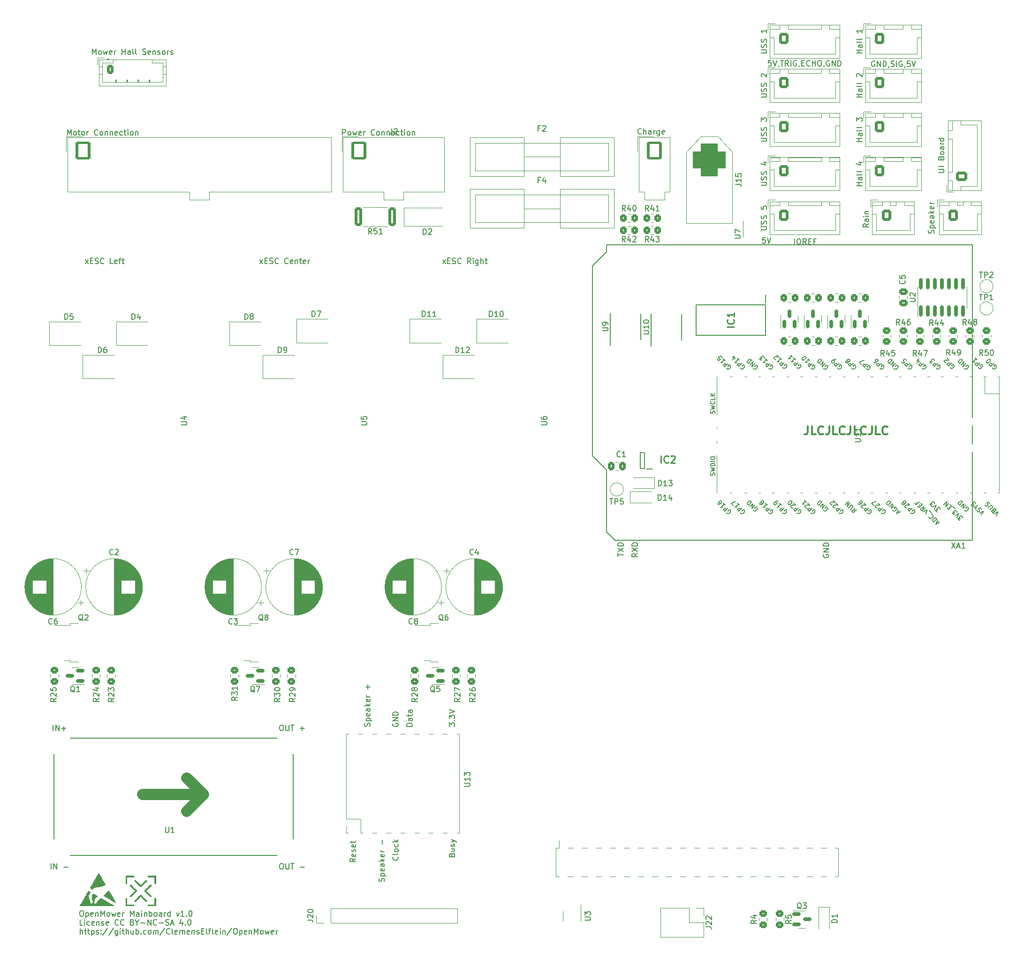
<source format=gbr>
%TF.GenerationSoftware,KiCad,Pcbnew,(6.0.1)*%
%TF.CreationDate,2022-01-31T22:39:25+01:00*%
%TF.ProjectId,OpenMowerMainboard,4f70656e-4d6f-4776-9572-4d61696e626f,rev?*%
%TF.SameCoordinates,Original*%
%TF.FileFunction,Legend,Top*%
%TF.FilePolarity,Positive*%
%FSLAX46Y46*%
G04 Gerber Fmt 4.6, Leading zero omitted, Abs format (unit mm)*
G04 Created by KiCad (PCBNEW (6.0.1)) date 2022-01-31 22:39:25*
%MOMM*%
%LPD*%
G01*
G04 APERTURE LIST*
G04 Aperture macros list*
%AMRoundRect*
0 Rectangle with rounded corners*
0 $1 Rounding radius*
0 $2 $3 $4 $5 $6 $7 $8 $9 X,Y pos of 4 corners*
0 Add a 4 corners polygon primitive as box body*
4,1,4,$2,$3,$4,$5,$6,$7,$8,$9,$2,$3,0*
0 Add four circle primitives for the rounded corners*
1,1,$1+$1,$2,$3*
1,1,$1+$1,$4,$5*
1,1,$1+$1,$6,$7*
1,1,$1+$1,$8,$9*
0 Add four rect primitives between the rounded corners*
20,1,$1+$1,$2,$3,$4,$5,0*
20,1,$1+$1,$4,$5,$6,$7,0*
20,1,$1+$1,$6,$7,$8,$9,0*
20,1,$1+$1,$8,$9,$2,$3,0*%
G04 Aperture macros list end*
%ADD10C,0.300000*%
%ADD11C,0.150000*%
%ADD12C,0.254000*%
%ADD13C,0.120000*%
%ADD14C,2.000000*%
%ADD15C,0.200000*%
%ADD16C,0.010000*%
%ADD17RoundRect,0.250001X-1.099999X-1.399999X1.099999X-1.399999X1.099999X1.399999X-1.099999X1.399999X0*%
%ADD18O,2.700000X3.300000*%
%ADD19R,3.048000X3.048000*%
%ADD20O,1.676400X2.500000*%
%ADD21RoundRect,0.250000X-0.600000X-0.725000X0.600000X-0.725000X0.600000X0.725000X-0.600000X0.725000X0*%
%ADD22O,1.700000X1.950000*%
%ADD23RoundRect,0.249999X-0.350001X-0.625001X0.350001X-0.625001X0.350001X0.625001X-0.350001X0.625001X0*%
%ADD24O,1.200000X1.750000*%
%ADD25C,10.000000*%
%ADD26R,1.700000X3.000000*%
%ADD27O,1.700000X3.000000*%
%ADD28RoundRect,0.250000X-0.450000X0.350000X-0.450000X-0.350000X0.450000X-0.350000X0.450000X0.350000X0*%
%ADD29O,3.000000X1.700000*%
%ADD30R,0.400000X1.000000*%
%ADD31RoundRect,0.150000X-0.587500X-0.150000X0.587500X-0.150000X0.587500X0.150000X-0.587500X0.150000X0*%
%ADD32RoundRect,0.250000X0.350000X0.450000X-0.350000X0.450000X-0.350000X-0.450000X0.350000X-0.450000X0*%
%ADD33R,2.000000X2.000000*%
%ADD34C,2.000000*%
%ADD35R,1.700000X1.700000*%
%ADD36O,1.700000X1.700000*%
%ADD37C,6.950000*%
%ADD38RoundRect,1.500000X-1.500000X1.500000X-1.500000X-1.500000X1.500000X-1.500000X1.500000X1.500000X0*%
%ADD39C,6.000000*%
%ADD40C,2.350000*%
%ADD41RoundRect,0.250000X0.450000X-0.350000X0.450000X0.350000X-0.450000X0.350000X-0.450000X-0.350000X0*%
%ADD42R,1.100000X1.100000*%
%ADD43RoundRect,0.250000X-0.350000X-0.450000X0.350000X-0.450000X0.350000X0.450000X-0.350000X0.450000X0*%
%ADD44R,2.500000X2.300000*%
%ADD45R,0.650000X1.560000*%
%ADD46RoundRect,0.250000X-0.475000X0.337500X-0.475000X-0.337500X0.475000X-0.337500X0.475000X0.337500X0*%
%ADD47RoundRect,0.150000X0.150000X-0.587500X0.150000X0.587500X-0.150000X0.587500X-0.150000X-0.587500X0*%
%ADD48RoundRect,0.150000X0.587500X0.150000X-0.587500X0.150000X-0.587500X-0.150000X0.587500X-0.150000X0*%
%ADD49C,6.200000*%
%ADD50R,1.000000X3.000000*%
%ADD51RoundRect,0.250000X-0.600000X-0.750000X0.600000X-0.750000X0.600000X0.750000X-0.600000X0.750000X0*%
%ADD52O,1.700000X2.000000*%
%ADD53R,0.300000X1.425000*%
%ADD54R,2.200000X1.200000*%
%ADD55R,6.400000X5.800000*%
%ADD56R,1.150000X0.600000*%
%ADD57RoundRect,0.250000X0.725000X-0.600000X0.725000X0.600000X-0.725000X0.600000X-0.725000X-0.600000X0*%
%ADD58O,1.950000X1.700000*%
%ADD59O,1.500000X1.500000*%
%ADD60O,1.800000X1.800000*%
%ADD61R,1.700000X3.500000*%
%ADD62R,3.500000X1.700000*%
%ADD63R,3.500000X1.800000*%
%ADD64RoundRect,0.250000X0.337500X0.475000X-0.337500X0.475000X-0.337500X-0.475000X0.337500X-0.475000X0*%
%ADD65RoundRect,0.249999X0.450001X1.425001X-0.450001X1.425001X-0.450001X-1.425001X0.450001X-1.425001X0*%
%ADD66RoundRect,0.150000X0.150000X-0.825000X0.150000X0.825000X-0.150000X0.825000X-0.150000X-0.825000X0*%
G04 APERTURE END LIST*
D10*
X164071428Y-94978571D02*
X164071428Y-96050000D01*
X164000000Y-96264285D01*
X163857142Y-96407142D01*
X163642857Y-96478571D01*
X163500000Y-96478571D01*
X165500000Y-96478571D02*
X164785714Y-96478571D01*
X164785714Y-94978571D01*
X166857142Y-96335714D02*
X166785714Y-96407142D01*
X166571428Y-96478571D01*
X166428571Y-96478571D01*
X166214285Y-96407142D01*
X166071428Y-96264285D01*
X166000000Y-96121428D01*
X165928571Y-95835714D01*
X165928571Y-95621428D01*
X166000000Y-95335714D01*
X166071428Y-95192857D01*
X166214285Y-95050000D01*
X166428571Y-94978571D01*
X166571428Y-94978571D01*
X166785714Y-95050000D01*
X166857142Y-95121428D01*
X167928571Y-94978571D02*
X167928571Y-96050000D01*
X167857142Y-96264285D01*
X167714285Y-96407142D01*
X167500000Y-96478571D01*
X167357142Y-96478571D01*
X169357142Y-96478571D02*
X168642857Y-96478571D01*
X168642857Y-94978571D01*
X170714285Y-96335714D02*
X170642857Y-96407142D01*
X170428571Y-96478571D01*
X170285714Y-96478571D01*
X170071428Y-96407142D01*
X169928571Y-96264285D01*
X169857142Y-96121428D01*
X169785714Y-95835714D01*
X169785714Y-95621428D01*
X169857142Y-95335714D01*
X169928571Y-95192857D01*
X170071428Y-95050000D01*
X170285714Y-94978571D01*
X170428571Y-94978571D01*
X170642857Y-95050000D01*
X170714285Y-95121428D01*
X171785714Y-94978571D02*
X171785714Y-96050000D01*
X171714285Y-96264285D01*
X171571428Y-96407142D01*
X171357142Y-96478571D01*
X171214285Y-96478571D01*
X173214285Y-96478571D02*
X172500000Y-96478571D01*
X172500000Y-94978571D01*
X174571428Y-96335714D02*
X174500000Y-96407142D01*
X174285714Y-96478571D01*
X174142857Y-96478571D01*
X173928571Y-96407142D01*
X173785714Y-96264285D01*
X173714285Y-96121428D01*
X173642857Y-95835714D01*
X173642857Y-95621428D01*
X173714285Y-95335714D01*
X173785714Y-95192857D01*
X173928571Y-95050000D01*
X174142857Y-94978571D01*
X174285714Y-94978571D01*
X174500000Y-95050000D01*
X174571428Y-95121428D01*
X175642857Y-94978571D02*
X175642857Y-96050000D01*
X175571428Y-96264285D01*
X175428571Y-96407142D01*
X175214285Y-96478571D01*
X175071428Y-96478571D01*
X177071428Y-96478571D02*
X176357142Y-96478571D01*
X176357142Y-94978571D01*
X178428571Y-96335714D02*
X178357142Y-96407142D01*
X178142857Y-96478571D01*
X178000000Y-96478571D01*
X177785714Y-96407142D01*
X177642857Y-96264285D01*
X177571428Y-96121428D01*
X177500000Y-95835714D01*
X177500000Y-95621428D01*
X177571428Y-95335714D01*
X177642857Y-95192857D01*
X177785714Y-95050000D01*
X178000000Y-94978571D01*
X178142857Y-94978571D01*
X178357142Y-95050000D01*
X178428571Y-95121428D01*
D11*
X133352380Y-117966666D02*
X132876190Y-118300000D01*
X133352380Y-118538095D02*
X132352380Y-118538095D01*
X132352380Y-118157142D01*
X132400000Y-118061904D01*
X132447619Y-118014285D01*
X132542857Y-117966666D01*
X132685714Y-117966666D01*
X132780952Y-118014285D01*
X132828571Y-118061904D01*
X132876190Y-118157142D01*
X132876190Y-118538095D01*
X132352380Y-117633333D02*
X133352380Y-116966666D01*
X132352380Y-116966666D02*
X133352380Y-117633333D01*
X133352380Y-116585714D02*
X132352380Y-116585714D01*
X132352380Y-116347619D01*
X132400000Y-116204761D01*
X132495238Y-116109523D01*
X132590476Y-116061904D01*
X132780952Y-116014285D01*
X132923809Y-116014285D01*
X133114285Y-116061904D01*
X133209523Y-116109523D01*
X133304761Y-116204761D01*
X133352380Y-116347619D01*
X133352380Y-116585714D01*
X99828571Y-172366666D02*
X99876190Y-172223809D01*
X99923809Y-172176190D01*
X100019047Y-172128571D01*
X100161904Y-172128571D01*
X100257142Y-172176190D01*
X100304761Y-172223809D01*
X100352380Y-172319047D01*
X100352380Y-172700000D01*
X99352380Y-172700000D01*
X99352380Y-172366666D01*
X99400000Y-172271428D01*
X99447619Y-172223809D01*
X99542857Y-172176190D01*
X99638095Y-172176190D01*
X99733333Y-172223809D01*
X99780952Y-172271428D01*
X99828571Y-172366666D01*
X99828571Y-172700000D01*
X99685714Y-171271428D02*
X100352380Y-171271428D01*
X99685714Y-171700000D02*
X100209523Y-171700000D01*
X100304761Y-171652380D01*
X100352380Y-171557142D01*
X100352380Y-171414285D01*
X100304761Y-171319047D01*
X100257142Y-171271428D01*
X100304761Y-170842857D02*
X100352380Y-170747619D01*
X100352380Y-170557142D01*
X100304761Y-170461904D01*
X100209523Y-170414285D01*
X100161904Y-170414285D01*
X100066666Y-170461904D01*
X100019047Y-170557142D01*
X100019047Y-170700000D01*
X99971428Y-170795238D01*
X99876190Y-170842857D01*
X99828571Y-170842857D01*
X99733333Y-170795238D01*
X99685714Y-170700000D01*
X99685714Y-170557142D01*
X99733333Y-170461904D01*
X99685714Y-170080952D02*
X100352380Y-169842857D01*
X99685714Y-169604761D02*
X100352380Y-169842857D01*
X100590476Y-169938095D01*
X100638095Y-169985714D01*
X100685714Y-170080952D01*
X173852380Y-43579047D02*
X172852380Y-43579047D01*
X173328571Y-43579047D02*
X173328571Y-43007619D01*
X173852380Y-43007619D02*
X172852380Y-43007619D01*
X173852380Y-42102857D02*
X173328571Y-42102857D01*
X173233333Y-42150476D01*
X173185714Y-42245714D01*
X173185714Y-42436190D01*
X173233333Y-42531428D01*
X173804761Y-42102857D02*
X173852380Y-42198095D01*
X173852380Y-42436190D01*
X173804761Y-42531428D01*
X173709523Y-42579047D01*
X173614285Y-42579047D01*
X173519047Y-42531428D01*
X173471428Y-42436190D01*
X173471428Y-42198095D01*
X173423809Y-42102857D01*
X173852380Y-41483809D02*
X173804761Y-41579047D01*
X173709523Y-41626666D01*
X172852380Y-41626666D01*
X173852380Y-40960000D02*
X173804761Y-41055238D01*
X173709523Y-41102857D01*
X172852380Y-41102857D01*
X172852380Y-39912380D02*
X172852380Y-39293333D01*
X173233333Y-39626666D01*
X173233333Y-39483809D01*
X173280952Y-39388571D01*
X173328571Y-39340952D01*
X173423809Y-39293333D01*
X173661904Y-39293333D01*
X173757142Y-39340952D01*
X173804761Y-39388571D01*
X173852380Y-39483809D01*
X173852380Y-39769523D01*
X173804761Y-39864761D01*
X173757142Y-39912380D01*
X65178809Y-65652380D02*
X65702619Y-64985714D01*
X65178809Y-64985714D02*
X65702619Y-65652380D01*
X66083571Y-65128571D02*
X66416904Y-65128571D01*
X66559761Y-65652380D02*
X66083571Y-65652380D01*
X66083571Y-64652380D01*
X66559761Y-64652380D01*
X66940714Y-65604761D02*
X67083571Y-65652380D01*
X67321666Y-65652380D01*
X67416904Y-65604761D01*
X67464523Y-65557142D01*
X67512142Y-65461904D01*
X67512142Y-65366666D01*
X67464523Y-65271428D01*
X67416904Y-65223809D01*
X67321666Y-65176190D01*
X67131190Y-65128571D01*
X67035952Y-65080952D01*
X66988333Y-65033333D01*
X66940714Y-64938095D01*
X66940714Y-64842857D01*
X66988333Y-64747619D01*
X67035952Y-64700000D01*
X67131190Y-64652380D01*
X67369285Y-64652380D01*
X67512142Y-64700000D01*
X68512142Y-65557142D02*
X68464523Y-65604761D01*
X68321666Y-65652380D01*
X68226428Y-65652380D01*
X68083571Y-65604761D01*
X67988333Y-65509523D01*
X67940714Y-65414285D01*
X67893095Y-65223809D01*
X67893095Y-65080952D01*
X67940714Y-64890476D01*
X67988333Y-64795238D01*
X68083571Y-64700000D01*
X68226428Y-64652380D01*
X68321666Y-64652380D01*
X68464523Y-64700000D01*
X68512142Y-64747619D01*
X70274047Y-65557142D02*
X70226428Y-65604761D01*
X70083571Y-65652380D01*
X69988333Y-65652380D01*
X69845476Y-65604761D01*
X69750238Y-65509523D01*
X69702619Y-65414285D01*
X69655000Y-65223809D01*
X69655000Y-65080952D01*
X69702619Y-64890476D01*
X69750238Y-64795238D01*
X69845476Y-64700000D01*
X69988333Y-64652380D01*
X70083571Y-64652380D01*
X70226428Y-64700000D01*
X70274047Y-64747619D01*
X71083571Y-65604761D02*
X70988333Y-65652380D01*
X70797857Y-65652380D01*
X70702619Y-65604761D01*
X70655000Y-65509523D01*
X70655000Y-65128571D01*
X70702619Y-65033333D01*
X70797857Y-64985714D01*
X70988333Y-64985714D01*
X71083571Y-65033333D01*
X71131190Y-65128571D01*
X71131190Y-65223809D01*
X70655000Y-65319047D01*
X71559761Y-64985714D02*
X71559761Y-65652380D01*
X71559761Y-65080952D02*
X71607380Y-65033333D01*
X71702619Y-64985714D01*
X71845476Y-64985714D01*
X71940714Y-65033333D01*
X71988333Y-65128571D01*
X71988333Y-65652380D01*
X72321666Y-64985714D02*
X72702619Y-64985714D01*
X72464523Y-64652380D02*
X72464523Y-65509523D01*
X72512142Y-65604761D01*
X72607380Y-65652380D01*
X72702619Y-65652380D01*
X73416904Y-65604761D02*
X73321666Y-65652380D01*
X73131190Y-65652380D01*
X73035952Y-65604761D01*
X72988333Y-65509523D01*
X72988333Y-65128571D01*
X73035952Y-65033333D01*
X73131190Y-64985714D01*
X73321666Y-64985714D01*
X73416904Y-65033333D01*
X73464523Y-65128571D01*
X73464523Y-65223809D01*
X72988333Y-65319047D01*
X73893095Y-65652380D02*
X73893095Y-64985714D01*
X73893095Y-65176190D02*
X73940714Y-65080952D01*
X73988333Y-65033333D01*
X74083571Y-64985714D01*
X74178809Y-64985714D01*
X176142857Y-29100000D02*
X176047619Y-29052380D01*
X175904761Y-29052380D01*
X175761904Y-29100000D01*
X175666666Y-29195238D01*
X175619047Y-29290476D01*
X175571428Y-29480952D01*
X175571428Y-29623809D01*
X175619047Y-29814285D01*
X175666666Y-29909523D01*
X175761904Y-30004761D01*
X175904761Y-30052380D01*
X176000000Y-30052380D01*
X176142857Y-30004761D01*
X176190476Y-29957142D01*
X176190476Y-29623809D01*
X176000000Y-29623809D01*
X176619047Y-30052380D02*
X176619047Y-29052380D01*
X177190476Y-30052380D01*
X177190476Y-29052380D01*
X177666666Y-30052380D02*
X177666666Y-29052380D01*
X177904761Y-29052380D01*
X178047619Y-29100000D01*
X178142857Y-29195238D01*
X178190476Y-29290476D01*
X178238095Y-29480952D01*
X178238095Y-29623809D01*
X178190476Y-29814285D01*
X178142857Y-29909523D01*
X178047619Y-30004761D01*
X177904761Y-30052380D01*
X177666666Y-30052380D01*
X178714285Y-30004761D02*
X178714285Y-30052380D01*
X178666666Y-30147619D01*
X178619047Y-30195238D01*
X179095238Y-30004761D02*
X179238095Y-30052380D01*
X179476190Y-30052380D01*
X179571428Y-30004761D01*
X179619047Y-29957142D01*
X179666666Y-29861904D01*
X179666666Y-29766666D01*
X179619047Y-29671428D01*
X179571428Y-29623809D01*
X179476190Y-29576190D01*
X179285714Y-29528571D01*
X179190476Y-29480952D01*
X179142857Y-29433333D01*
X179095238Y-29338095D01*
X179095238Y-29242857D01*
X179142857Y-29147619D01*
X179190476Y-29100000D01*
X179285714Y-29052380D01*
X179523809Y-29052380D01*
X179666666Y-29100000D01*
X180095238Y-30052380D02*
X180095238Y-29052380D01*
X181095238Y-29100000D02*
X181000000Y-29052380D01*
X180857142Y-29052380D01*
X180714285Y-29100000D01*
X180619047Y-29195238D01*
X180571428Y-29290476D01*
X180523809Y-29480952D01*
X180523809Y-29623809D01*
X180571428Y-29814285D01*
X180619047Y-29909523D01*
X180714285Y-30004761D01*
X180857142Y-30052380D01*
X180952380Y-30052380D01*
X181095238Y-30004761D01*
X181142857Y-29957142D01*
X181142857Y-29623809D01*
X180952380Y-29623809D01*
X181619047Y-30004761D02*
X181619047Y-30052380D01*
X181571428Y-30147619D01*
X181523809Y-30195238D01*
X182523809Y-29052380D02*
X182047619Y-29052380D01*
X182000000Y-29528571D01*
X182047619Y-29480952D01*
X182142857Y-29433333D01*
X182380952Y-29433333D01*
X182476190Y-29480952D01*
X182523809Y-29528571D01*
X182571428Y-29623809D01*
X182571428Y-29861904D01*
X182523809Y-29957142D01*
X182476190Y-30004761D01*
X182380952Y-30052380D01*
X182142857Y-30052380D01*
X182047619Y-30004761D01*
X182000000Y-29957142D01*
X182857142Y-29052380D02*
X183190476Y-30052380D01*
X183523809Y-29052380D01*
X80100000Y-42452380D02*
X80100000Y-41452380D01*
X80480952Y-41452380D01*
X80576190Y-41500000D01*
X80623809Y-41547619D01*
X80671428Y-41642857D01*
X80671428Y-41785714D01*
X80623809Y-41880952D01*
X80576190Y-41928571D01*
X80480952Y-41976190D01*
X80100000Y-41976190D01*
X81242857Y-42452380D02*
X81147619Y-42404761D01*
X81100000Y-42357142D01*
X81052380Y-42261904D01*
X81052380Y-41976190D01*
X81100000Y-41880952D01*
X81147619Y-41833333D01*
X81242857Y-41785714D01*
X81385714Y-41785714D01*
X81480952Y-41833333D01*
X81528571Y-41880952D01*
X81576190Y-41976190D01*
X81576190Y-42261904D01*
X81528571Y-42357142D01*
X81480952Y-42404761D01*
X81385714Y-42452380D01*
X81242857Y-42452380D01*
X81909523Y-41785714D02*
X82100000Y-42452380D01*
X82290476Y-41976190D01*
X82480952Y-42452380D01*
X82671428Y-41785714D01*
X83433333Y-42404761D02*
X83338095Y-42452380D01*
X83147619Y-42452380D01*
X83052380Y-42404761D01*
X83004761Y-42309523D01*
X83004761Y-41928571D01*
X83052380Y-41833333D01*
X83147619Y-41785714D01*
X83338095Y-41785714D01*
X83433333Y-41833333D01*
X83480952Y-41928571D01*
X83480952Y-42023809D01*
X83004761Y-42119047D01*
X83909523Y-42452380D02*
X83909523Y-41785714D01*
X83909523Y-41976190D02*
X83957142Y-41880952D01*
X84004761Y-41833333D01*
X84100000Y-41785714D01*
X84195238Y-41785714D01*
X85861904Y-42357142D02*
X85814285Y-42404761D01*
X85671428Y-42452380D01*
X85576190Y-42452380D01*
X85433333Y-42404761D01*
X85338095Y-42309523D01*
X85290476Y-42214285D01*
X85242857Y-42023809D01*
X85242857Y-41880952D01*
X85290476Y-41690476D01*
X85338095Y-41595238D01*
X85433333Y-41500000D01*
X85576190Y-41452380D01*
X85671428Y-41452380D01*
X85814285Y-41500000D01*
X85861904Y-41547619D01*
X86433333Y-42452380D02*
X86338095Y-42404761D01*
X86290476Y-42357142D01*
X86242857Y-42261904D01*
X86242857Y-41976190D01*
X86290476Y-41880952D01*
X86338095Y-41833333D01*
X86433333Y-41785714D01*
X86576190Y-41785714D01*
X86671428Y-41833333D01*
X86719047Y-41880952D01*
X86766666Y-41976190D01*
X86766666Y-42261904D01*
X86719047Y-42357142D01*
X86671428Y-42404761D01*
X86576190Y-42452380D01*
X86433333Y-42452380D01*
X87195238Y-41785714D02*
X87195238Y-42452380D01*
X87195238Y-41880952D02*
X87242857Y-41833333D01*
X87338095Y-41785714D01*
X87480952Y-41785714D01*
X87576190Y-41833333D01*
X87623809Y-41928571D01*
X87623809Y-42452380D01*
X88100000Y-41785714D02*
X88100000Y-42452380D01*
X88100000Y-41880952D02*
X88147619Y-41833333D01*
X88242857Y-41785714D01*
X88385714Y-41785714D01*
X88480952Y-41833333D01*
X88528571Y-41928571D01*
X88528571Y-42452380D01*
X89385714Y-42404761D02*
X89290476Y-42452380D01*
X89100000Y-42452380D01*
X89004761Y-42404761D01*
X88957142Y-42309523D01*
X88957142Y-41928571D01*
X89004761Y-41833333D01*
X89100000Y-41785714D01*
X89290476Y-41785714D01*
X89385714Y-41833333D01*
X89433333Y-41928571D01*
X89433333Y-42023809D01*
X88957142Y-42119047D01*
X90290476Y-42404761D02*
X90195238Y-42452380D01*
X90004761Y-42452380D01*
X89909523Y-42404761D01*
X89861904Y-42357142D01*
X89814285Y-42261904D01*
X89814285Y-41976190D01*
X89861904Y-41880952D01*
X89909523Y-41833333D01*
X90004761Y-41785714D01*
X90195238Y-41785714D01*
X90290476Y-41833333D01*
X90576190Y-41785714D02*
X90957142Y-41785714D01*
X90719047Y-41452380D02*
X90719047Y-42309523D01*
X90766666Y-42404761D01*
X90861904Y-42452380D01*
X90957142Y-42452380D01*
X91290476Y-42452380D02*
X91290476Y-41785714D01*
X91290476Y-41452380D02*
X91242857Y-41500000D01*
X91290476Y-41547619D01*
X91338095Y-41500000D01*
X91290476Y-41452380D01*
X91290476Y-41547619D01*
X91909523Y-42452380D02*
X91814285Y-42404761D01*
X91766666Y-42357142D01*
X91719047Y-42261904D01*
X91719047Y-41976190D01*
X91766666Y-41880952D01*
X91814285Y-41833333D01*
X91909523Y-41785714D01*
X92052380Y-41785714D01*
X92147619Y-41833333D01*
X92195238Y-41880952D01*
X92242857Y-41976190D01*
X92242857Y-42261904D01*
X92195238Y-42357142D01*
X92147619Y-42404761D01*
X92052380Y-42452380D01*
X91909523Y-42452380D01*
X92671428Y-41785714D02*
X92671428Y-42452380D01*
X92671428Y-41880952D02*
X92719047Y-41833333D01*
X92814285Y-41785714D01*
X92957142Y-41785714D01*
X93052380Y-41833333D01*
X93100000Y-41928571D01*
X93100000Y-42452380D01*
X186804761Y-60161904D02*
X186852380Y-60019047D01*
X186852380Y-59780952D01*
X186804761Y-59685714D01*
X186757142Y-59638095D01*
X186661904Y-59590476D01*
X186566666Y-59590476D01*
X186471428Y-59638095D01*
X186423809Y-59685714D01*
X186376190Y-59780952D01*
X186328571Y-59971428D01*
X186280952Y-60066666D01*
X186233333Y-60114285D01*
X186138095Y-60161904D01*
X186042857Y-60161904D01*
X185947619Y-60114285D01*
X185900000Y-60066666D01*
X185852380Y-59971428D01*
X185852380Y-59733333D01*
X185900000Y-59590476D01*
X186185714Y-59161904D02*
X187185714Y-59161904D01*
X186233333Y-59161904D02*
X186185714Y-59066666D01*
X186185714Y-58876190D01*
X186233333Y-58780952D01*
X186280952Y-58733333D01*
X186376190Y-58685714D01*
X186661904Y-58685714D01*
X186757142Y-58733333D01*
X186804761Y-58780952D01*
X186852380Y-58876190D01*
X186852380Y-59066666D01*
X186804761Y-59161904D01*
X186804761Y-57876190D02*
X186852380Y-57971428D01*
X186852380Y-58161904D01*
X186804761Y-58257142D01*
X186709523Y-58304761D01*
X186328571Y-58304761D01*
X186233333Y-58257142D01*
X186185714Y-58161904D01*
X186185714Y-57971428D01*
X186233333Y-57876190D01*
X186328571Y-57828571D01*
X186423809Y-57828571D01*
X186519047Y-58304761D01*
X186852380Y-56971428D02*
X186328571Y-56971428D01*
X186233333Y-57019047D01*
X186185714Y-57114285D01*
X186185714Y-57304761D01*
X186233333Y-57400000D01*
X186804761Y-56971428D02*
X186852380Y-57066666D01*
X186852380Y-57304761D01*
X186804761Y-57400000D01*
X186709523Y-57447619D01*
X186614285Y-57447619D01*
X186519047Y-57400000D01*
X186471428Y-57304761D01*
X186471428Y-57066666D01*
X186423809Y-56971428D01*
X186852380Y-56495238D02*
X185852380Y-56495238D01*
X186471428Y-56400000D02*
X186852380Y-56114285D01*
X186185714Y-56114285D02*
X186566666Y-56495238D01*
X186804761Y-55304761D02*
X186852380Y-55400000D01*
X186852380Y-55590476D01*
X186804761Y-55685714D01*
X186709523Y-55733333D01*
X186328571Y-55733333D01*
X186233333Y-55685714D01*
X186185714Y-55590476D01*
X186185714Y-55400000D01*
X186233333Y-55304761D01*
X186328571Y-55257142D01*
X186423809Y-55257142D01*
X186519047Y-55733333D01*
X186852380Y-54828571D02*
X186185714Y-54828571D01*
X186376190Y-54828571D02*
X186280952Y-54780952D01*
X186233333Y-54733333D01*
X186185714Y-54638095D01*
X186185714Y-54542857D01*
X34961904Y-27852380D02*
X34961904Y-26852380D01*
X35295238Y-27566666D01*
X35628571Y-26852380D01*
X35628571Y-27852380D01*
X36247619Y-27852380D02*
X36152380Y-27804761D01*
X36104761Y-27757142D01*
X36057142Y-27661904D01*
X36057142Y-27376190D01*
X36104761Y-27280952D01*
X36152380Y-27233333D01*
X36247619Y-27185714D01*
X36390476Y-27185714D01*
X36485714Y-27233333D01*
X36533333Y-27280952D01*
X36580952Y-27376190D01*
X36580952Y-27661904D01*
X36533333Y-27757142D01*
X36485714Y-27804761D01*
X36390476Y-27852380D01*
X36247619Y-27852380D01*
X36914285Y-27185714D02*
X37104761Y-27852380D01*
X37295238Y-27376190D01*
X37485714Y-27852380D01*
X37676190Y-27185714D01*
X38438095Y-27804761D02*
X38342857Y-27852380D01*
X38152380Y-27852380D01*
X38057142Y-27804761D01*
X38009523Y-27709523D01*
X38009523Y-27328571D01*
X38057142Y-27233333D01*
X38152380Y-27185714D01*
X38342857Y-27185714D01*
X38438095Y-27233333D01*
X38485714Y-27328571D01*
X38485714Y-27423809D01*
X38009523Y-27519047D01*
X38914285Y-27852380D02*
X38914285Y-27185714D01*
X38914285Y-27376190D02*
X38961904Y-27280952D01*
X39009523Y-27233333D01*
X39104761Y-27185714D01*
X39200000Y-27185714D01*
X40295238Y-27852380D02*
X40295238Y-26852380D01*
X40295238Y-27328571D02*
X40866666Y-27328571D01*
X40866666Y-27852380D02*
X40866666Y-26852380D01*
X41771428Y-27852380D02*
X41771428Y-27328571D01*
X41723809Y-27233333D01*
X41628571Y-27185714D01*
X41438095Y-27185714D01*
X41342857Y-27233333D01*
X41771428Y-27804761D02*
X41676190Y-27852380D01*
X41438095Y-27852380D01*
X41342857Y-27804761D01*
X41295238Y-27709523D01*
X41295238Y-27614285D01*
X41342857Y-27519047D01*
X41438095Y-27471428D01*
X41676190Y-27471428D01*
X41771428Y-27423809D01*
X42390476Y-27852380D02*
X42295238Y-27804761D01*
X42247619Y-27709523D01*
X42247619Y-26852380D01*
X42914285Y-27852380D02*
X42819047Y-27804761D01*
X42771428Y-27709523D01*
X42771428Y-26852380D01*
X44009523Y-27804761D02*
X44152380Y-27852380D01*
X44390476Y-27852380D01*
X44485714Y-27804761D01*
X44533333Y-27757142D01*
X44580952Y-27661904D01*
X44580952Y-27566666D01*
X44533333Y-27471428D01*
X44485714Y-27423809D01*
X44390476Y-27376190D01*
X44200000Y-27328571D01*
X44104761Y-27280952D01*
X44057142Y-27233333D01*
X44009523Y-27138095D01*
X44009523Y-27042857D01*
X44057142Y-26947619D01*
X44104761Y-26900000D01*
X44200000Y-26852380D01*
X44438095Y-26852380D01*
X44580952Y-26900000D01*
X45390476Y-27804761D02*
X45295238Y-27852380D01*
X45104761Y-27852380D01*
X45009523Y-27804761D01*
X44961904Y-27709523D01*
X44961904Y-27328571D01*
X45009523Y-27233333D01*
X45104761Y-27185714D01*
X45295238Y-27185714D01*
X45390476Y-27233333D01*
X45438095Y-27328571D01*
X45438095Y-27423809D01*
X44961904Y-27519047D01*
X45866666Y-27185714D02*
X45866666Y-27852380D01*
X45866666Y-27280952D02*
X45914285Y-27233333D01*
X46009523Y-27185714D01*
X46152380Y-27185714D01*
X46247619Y-27233333D01*
X46295238Y-27328571D01*
X46295238Y-27852380D01*
X46723809Y-27804761D02*
X46819047Y-27852380D01*
X47009523Y-27852380D01*
X47104761Y-27804761D01*
X47152380Y-27709523D01*
X47152380Y-27661904D01*
X47104761Y-27566666D01*
X47009523Y-27519047D01*
X46866666Y-27519047D01*
X46771428Y-27471428D01*
X46723809Y-27376190D01*
X46723809Y-27328571D01*
X46771428Y-27233333D01*
X46866666Y-27185714D01*
X47009523Y-27185714D01*
X47104761Y-27233333D01*
X47723809Y-27852380D02*
X47628571Y-27804761D01*
X47580952Y-27757142D01*
X47533333Y-27661904D01*
X47533333Y-27376190D01*
X47580952Y-27280952D01*
X47628571Y-27233333D01*
X47723809Y-27185714D01*
X47866666Y-27185714D01*
X47961904Y-27233333D01*
X48009523Y-27280952D01*
X48057142Y-27376190D01*
X48057142Y-27661904D01*
X48009523Y-27757142D01*
X47961904Y-27804761D01*
X47866666Y-27852380D01*
X47723809Y-27852380D01*
X48485714Y-27852380D02*
X48485714Y-27185714D01*
X48485714Y-27376190D02*
X48533333Y-27280952D01*
X48580952Y-27233333D01*
X48676190Y-27185714D01*
X48771428Y-27185714D01*
X49057142Y-27804761D02*
X49152380Y-27852380D01*
X49342857Y-27852380D01*
X49438095Y-27804761D01*
X49485714Y-27709523D01*
X49485714Y-27661904D01*
X49438095Y-27566666D01*
X49342857Y-27519047D01*
X49200000Y-27519047D01*
X49104761Y-27471428D01*
X49057142Y-27376190D01*
X49057142Y-27328571D01*
X49104761Y-27233333D01*
X49200000Y-27185714D01*
X49342857Y-27185714D01*
X49438095Y-27233333D01*
X87604761Y-177161904D02*
X87652380Y-177019047D01*
X87652380Y-176780952D01*
X87604761Y-176685714D01*
X87557142Y-176638095D01*
X87461904Y-176590476D01*
X87366666Y-176590476D01*
X87271428Y-176638095D01*
X87223809Y-176685714D01*
X87176190Y-176780952D01*
X87128571Y-176971428D01*
X87080952Y-177066666D01*
X87033333Y-177114285D01*
X86938095Y-177161904D01*
X86842857Y-177161904D01*
X86747619Y-177114285D01*
X86700000Y-177066666D01*
X86652380Y-176971428D01*
X86652380Y-176733333D01*
X86700000Y-176590476D01*
X86985714Y-176161904D02*
X87985714Y-176161904D01*
X87033333Y-176161904D02*
X86985714Y-176066666D01*
X86985714Y-175876190D01*
X87033333Y-175780952D01*
X87080952Y-175733333D01*
X87176190Y-175685714D01*
X87461904Y-175685714D01*
X87557142Y-175733333D01*
X87604761Y-175780952D01*
X87652380Y-175876190D01*
X87652380Y-176066666D01*
X87604761Y-176161904D01*
X87604761Y-174876190D02*
X87652380Y-174971428D01*
X87652380Y-175161904D01*
X87604761Y-175257142D01*
X87509523Y-175304761D01*
X87128571Y-175304761D01*
X87033333Y-175257142D01*
X86985714Y-175161904D01*
X86985714Y-174971428D01*
X87033333Y-174876190D01*
X87128571Y-174828571D01*
X87223809Y-174828571D01*
X87319047Y-175304761D01*
X87652380Y-173971428D02*
X87128571Y-173971428D01*
X87033333Y-174019047D01*
X86985714Y-174114285D01*
X86985714Y-174304761D01*
X87033333Y-174400000D01*
X87604761Y-173971428D02*
X87652380Y-174066666D01*
X87652380Y-174304761D01*
X87604761Y-174400000D01*
X87509523Y-174447619D01*
X87414285Y-174447619D01*
X87319047Y-174400000D01*
X87271428Y-174304761D01*
X87271428Y-174066666D01*
X87223809Y-173971428D01*
X87652380Y-173495238D02*
X86652380Y-173495238D01*
X87271428Y-173400000D02*
X87652380Y-173114285D01*
X86985714Y-173114285D02*
X87366666Y-173495238D01*
X87604761Y-172304761D02*
X87652380Y-172400000D01*
X87652380Y-172590476D01*
X87604761Y-172685714D01*
X87509523Y-172733333D01*
X87128571Y-172733333D01*
X87033333Y-172685714D01*
X86985714Y-172590476D01*
X86985714Y-172400000D01*
X87033333Y-172304761D01*
X87128571Y-172257142D01*
X87223809Y-172257142D01*
X87319047Y-172733333D01*
X87652380Y-171828571D02*
X86985714Y-171828571D01*
X87176190Y-171828571D02*
X87080952Y-171780952D01*
X87033333Y-171733333D01*
X86985714Y-171638095D01*
X86985714Y-171542857D01*
X87271428Y-170447619D02*
X87271428Y-169685714D01*
X155652380Y-35587739D02*
X156461904Y-35587739D01*
X156557142Y-35540120D01*
X156604761Y-35492501D01*
X156652380Y-35397262D01*
X156652380Y-35206786D01*
X156604761Y-35111548D01*
X156557142Y-35063929D01*
X156461904Y-35016310D01*
X155652380Y-35016310D01*
X156604761Y-34587739D02*
X156652380Y-34444881D01*
X156652380Y-34206786D01*
X156604761Y-34111548D01*
X156557142Y-34063929D01*
X156461904Y-34016310D01*
X156366666Y-34016310D01*
X156271428Y-34063929D01*
X156223809Y-34111548D01*
X156176190Y-34206786D01*
X156128571Y-34397262D01*
X156080952Y-34492501D01*
X156033333Y-34540120D01*
X155938095Y-34587739D01*
X155842857Y-34587739D01*
X155747619Y-34540120D01*
X155700000Y-34492501D01*
X155652380Y-34397262D01*
X155652380Y-34159167D01*
X155700000Y-34016310D01*
X156604761Y-33635358D02*
X156652380Y-33492501D01*
X156652380Y-33254405D01*
X156604761Y-33159167D01*
X156557142Y-33111548D01*
X156461904Y-33063929D01*
X156366666Y-33063929D01*
X156271428Y-33111548D01*
X156223809Y-33159167D01*
X156176190Y-33254405D01*
X156128571Y-33444881D01*
X156080952Y-33540120D01*
X156033333Y-33587739D01*
X155938095Y-33635358D01*
X155842857Y-33635358D01*
X155747619Y-33587739D01*
X155700000Y-33540120D01*
X155652380Y-33444881D01*
X155652380Y-33206786D01*
X155700000Y-33063929D01*
X155747619Y-31921072D02*
X155700000Y-31873453D01*
X155652380Y-31778215D01*
X155652380Y-31540120D01*
X155700000Y-31444881D01*
X155747619Y-31397262D01*
X155842857Y-31349643D01*
X155938095Y-31349643D01*
X156080952Y-31397262D01*
X156652380Y-31968691D01*
X156652380Y-31349643D01*
X85004761Y-149161904D02*
X85052380Y-149019047D01*
X85052380Y-148780952D01*
X85004761Y-148685714D01*
X84957142Y-148638095D01*
X84861904Y-148590476D01*
X84766666Y-148590476D01*
X84671428Y-148638095D01*
X84623809Y-148685714D01*
X84576190Y-148780952D01*
X84528571Y-148971428D01*
X84480952Y-149066666D01*
X84433333Y-149114285D01*
X84338095Y-149161904D01*
X84242857Y-149161904D01*
X84147619Y-149114285D01*
X84100000Y-149066666D01*
X84052380Y-148971428D01*
X84052380Y-148733333D01*
X84100000Y-148590476D01*
X84385714Y-148161904D02*
X85385714Y-148161904D01*
X84433333Y-148161904D02*
X84385714Y-148066666D01*
X84385714Y-147876190D01*
X84433333Y-147780952D01*
X84480952Y-147733333D01*
X84576190Y-147685714D01*
X84861904Y-147685714D01*
X84957142Y-147733333D01*
X85004761Y-147780952D01*
X85052380Y-147876190D01*
X85052380Y-148066666D01*
X85004761Y-148161904D01*
X85004761Y-146876190D02*
X85052380Y-146971428D01*
X85052380Y-147161904D01*
X85004761Y-147257142D01*
X84909523Y-147304761D01*
X84528571Y-147304761D01*
X84433333Y-147257142D01*
X84385714Y-147161904D01*
X84385714Y-146971428D01*
X84433333Y-146876190D01*
X84528571Y-146828571D01*
X84623809Y-146828571D01*
X84719047Y-147304761D01*
X85052380Y-145971428D02*
X84528571Y-145971428D01*
X84433333Y-146019047D01*
X84385714Y-146114285D01*
X84385714Y-146304761D01*
X84433333Y-146400000D01*
X85004761Y-145971428D02*
X85052380Y-146066666D01*
X85052380Y-146304761D01*
X85004761Y-146400000D01*
X84909523Y-146447619D01*
X84814285Y-146447619D01*
X84719047Y-146400000D01*
X84671428Y-146304761D01*
X84671428Y-146066666D01*
X84623809Y-145971428D01*
X85052380Y-145495238D02*
X84052380Y-145495238D01*
X84671428Y-145400000D02*
X85052380Y-145114285D01*
X84385714Y-145114285D02*
X84766666Y-145495238D01*
X85004761Y-144304761D02*
X85052380Y-144400000D01*
X85052380Y-144590476D01*
X85004761Y-144685714D01*
X84909523Y-144733333D01*
X84528571Y-144733333D01*
X84433333Y-144685714D01*
X84385714Y-144590476D01*
X84385714Y-144400000D01*
X84433333Y-144304761D01*
X84528571Y-144257142D01*
X84623809Y-144257142D01*
X84719047Y-144733333D01*
X85052380Y-143828571D02*
X84385714Y-143828571D01*
X84576190Y-143828571D02*
X84480952Y-143780952D01*
X84433333Y-143733333D01*
X84385714Y-143638095D01*
X84385714Y-143542857D01*
X84671428Y-142447619D02*
X84671428Y-141685714D01*
X85052380Y-142066666D02*
X84290476Y-142066666D01*
X155652380Y-59490239D02*
X156461904Y-59490239D01*
X156557142Y-59442620D01*
X156604761Y-59395001D01*
X156652380Y-59299762D01*
X156652380Y-59109286D01*
X156604761Y-59014048D01*
X156557142Y-58966429D01*
X156461904Y-58918810D01*
X155652380Y-58918810D01*
X156604761Y-58490239D02*
X156652380Y-58347381D01*
X156652380Y-58109286D01*
X156604761Y-58014048D01*
X156557142Y-57966429D01*
X156461904Y-57918810D01*
X156366666Y-57918810D01*
X156271428Y-57966429D01*
X156223809Y-58014048D01*
X156176190Y-58109286D01*
X156128571Y-58299762D01*
X156080952Y-58395001D01*
X156033333Y-58442620D01*
X155938095Y-58490239D01*
X155842857Y-58490239D01*
X155747619Y-58442620D01*
X155700000Y-58395001D01*
X155652380Y-58299762D01*
X155652380Y-58061667D01*
X155700000Y-57918810D01*
X156604761Y-57537858D02*
X156652380Y-57395001D01*
X156652380Y-57156905D01*
X156604761Y-57061667D01*
X156557142Y-57014048D01*
X156461904Y-56966429D01*
X156366666Y-56966429D01*
X156271428Y-57014048D01*
X156223809Y-57061667D01*
X156176190Y-57156905D01*
X156128571Y-57347381D01*
X156080952Y-57442620D01*
X156033333Y-57490239D01*
X155938095Y-57537858D01*
X155842857Y-57537858D01*
X155747619Y-57490239D01*
X155700000Y-57442620D01*
X155652380Y-57347381D01*
X155652380Y-57109286D01*
X155700000Y-56966429D01*
X155652380Y-55299762D02*
X155652380Y-55775953D01*
X156128571Y-55823572D01*
X156080952Y-55775953D01*
X156033333Y-55680715D01*
X156033333Y-55442620D01*
X156080952Y-55347381D01*
X156128571Y-55299762D01*
X156223809Y-55252143D01*
X156461904Y-55252143D01*
X156557142Y-55299762D01*
X156604761Y-55347381D01*
X156652380Y-55442620D01*
X156652380Y-55680715D01*
X156604761Y-55775953D01*
X156557142Y-55823572D01*
X173852380Y-35611547D02*
X172852380Y-35611547D01*
X173328571Y-35611547D02*
X173328571Y-35040119D01*
X173852380Y-35040119D02*
X172852380Y-35040119D01*
X173852380Y-34135357D02*
X173328571Y-34135357D01*
X173233333Y-34182976D01*
X173185714Y-34278214D01*
X173185714Y-34468690D01*
X173233333Y-34563928D01*
X173804761Y-34135357D02*
X173852380Y-34230595D01*
X173852380Y-34468690D01*
X173804761Y-34563928D01*
X173709523Y-34611547D01*
X173614285Y-34611547D01*
X173519047Y-34563928D01*
X173471428Y-34468690D01*
X173471428Y-34230595D01*
X173423809Y-34135357D01*
X173852380Y-33516309D02*
X173804761Y-33611547D01*
X173709523Y-33659166D01*
X172852380Y-33659166D01*
X173852380Y-32992500D02*
X173804761Y-33087738D01*
X173709523Y-33135357D01*
X172852380Y-33135357D01*
X172947619Y-31897261D02*
X172900000Y-31849642D01*
X172852380Y-31754404D01*
X172852380Y-31516309D01*
X172900000Y-31421071D01*
X172947619Y-31373452D01*
X173042857Y-31325833D01*
X173138095Y-31325833D01*
X173280952Y-31373452D01*
X173852380Y-31944880D01*
X173852380Y-31325833D01*
X155652380Y-43555239D02*
X156461904Y-43555239D01*
X156557142Y-43507620D01*
X156604761Y-43460001D01*
X156652380Y-43364762D01*
X156652380Y-43174286D01*
X156604761Y-43079048D01*
X156557142Y-43031429D01*
X156461904Y-42983810D01*
X155652380Y-42983810D01*
X156604761Y-42555239D02*
X156652380Y-42412381D01*
X156652380Y-42174286D01*
X156604761Y-42079048D01*
X156557142Y-42031429D01*
X156461904Y-41983810D01*
X156366666Y-41983810D01*
X156271428Y-42031429D01*
X156223809Y-42079048D01*
X156176190Y-42174286D01*
X156128571Y-42364762D01*
X156080952Y-42460001D01*
X156033333Y-42507620D01*
X155938095Y-42555239D01*
X155842857Y-42555239D01*
X155747619Y-42507620D01*
X155700000Y-42460001D01*
X155652380Y-42364762D01*
X155652380Y-42126667D01*
X155700000Y-41983810D01*
X156604761Y-41602858D02*
X156652380Y-41460001D01*
X156652380Y-41221905D01*
X156604761Y-41126667D01*
X156557142Y-41079048D01*
X156461904Y-41031429D01*
X156366666Y-41031429D01*
X156271428Y-41079048D01*
X156223809Y-41126667D01*
X156176190Y-41221905D01*
X156128571Y-41412381D01*
X156080952Y-41507620D01*
X156033333Y-41555239D01*
X155938095Y-41602858D01*
X155842857Y-41602858D01*
X155747619Y-41555239D01*
X155700000Y-41507620D01*
X155652380Y-41412381D01*
X155652380Y-41174286D01*
X155700000Y-41031429D01*
X155652380Y-39936191D02*
X155652380Y-39317143D01*
X156033333Y-39650477D01*
X156033333Y-39507620D01*
X156080952Y-39412381D01*
X156128571Y-39364762D01*
X156223809Y-39317143D01*
X156461904Y-39317143D01*
X156557142Y-39364762D01*
X156604761Y-39412381D01*
X156652380Y-39507620D01*
X156652380Y-39793334D01*
X156604761Y-39888572D01*
X156557142Y-39936191D01*
X82452380Y-173038095D02*
X81976190Y-173371428D01*
X82452380Y-173609523D02*
X81452380Y-173609523D01*
X81452380Y-173228571D01*
X81500000Y-173133333D01*
X81547619Y-173085714D01*
X81642857Y-173038095D01*
X81785714Y-173038095D01*
X81880952Y-173085714D01*
X81928571Y-173133333D01*
X81976190Y-173228571D01*
X81976190Y-173609523D01*
X82404761Y-172228571D02*
X82452380Y-172323809D01*
X82452380Y-172514285D01*
X82404761Y-172609523D01*
X82309523Y-172657142D01*
X81928571Y-172657142D01*
X81833333Y-172609523D01*
X81785714Y-172514285D01*
X81785714Y-172323809D01*
X81833333Y-172228571D01*
X81928571Y-172180952D01*
X82023809Y-172180952D01*
X82119047Y-172657142D01*
X82404761Y-171800000D02*
X82452380Y-171704761D01*
X82452380Y-171514285D01*
X82404761Y-171419047D01*
X82309523Y-171371428D01*
X82261904Y-171371428D01*
X82166666Y-171419047D01*
X82119047Y-171514285D01*
X82119047Y-171657142D01*
X82071428Y-171752380D01*
X81976190Y-171800000D01*
X81928571Y-171800000D01*
X81833333Y-171752380D01*
X81785714Y-171657142D01*
X81785714Y-171514285D01*
X81833333Y-171419047D01*
X82404761Y-170561904D02*
X82452380Y-170657142D01*
X82452380Y-170847619D01*
X82404761Y-170942857D01*
X82309523Y-170990476D01*
X81928571Y-170990476D01*
X81833333Y-170942857D01*
X81785714Y-170847619D01*
X81785714Y-170657142D01*
X81833333Y-170561904D01*
X81928571Y-170514285D01*
X82023809Y-170514285D01*
X82119047Y-170990476D01*
X81785714Y-170228571D02*
X81785714Y-169847619D01*
X81452380Y-170085714D02*
X82309523Y-170085714D01*
X82404761Y-170038095D01*
X82452380Y-169942857D01*
X82452380Y-169847619D01*
X32926071Y-182442380D02*
X33116547Y-182442380D01*
X33211785Y-182490000D01*
X33307023Y-182585238D01*
X33354642Y-182775714D01*
X33354642Y-183109047D01*
X33307023Y-183299523D01*
X33211785Y-183394761D01*
X33116547Y-183442380D01*
X32926071Y-183442380D01*
X32830833Y-183394761D01*
X32735595Y-183299523D01*
X32687976Y-183109047D01*
X32687976Y-182775714D01*
X32735595Y-182585238D01*
X32830833Y-182490000D01*
X32926071Y-182442380D01*
X33783214Y-182775714D02*
X33783214Y-183775714D01*
X33783214Y-182823333D02*
X33878452Y-182775714D01*
X34068928Y-182775714D01*
X34164166Y-182823333D01*
X34211785Y-182870952D01*
X34259404Y-182966190D01*
X34259404Y-183251904D01*
X34211785Y-183347142D01*
X34164166Y-183394761D01*
X34068928Y-183442380D01*
X33878452Y-183442380D01*
X33783214Y-183394761D01*
X35068928Y-183394761D02*
X34973690Y-183442380D01*
X34783214Y-183442380D01*
X34687976Y-183394761D01*
X34640357Y-183299523D01*
X34640357Y-182918571D01*
X34687976Y-182823333D01*
X34783214Y-182775714D01*
X34973690Y-182775714D01*
X35068928Y-182823333D01*
X35116547Y-182918571D01*
X35116547Y-183013809D01*
X34640357Y-183109047D01*
X35545119Y-182775714D02*
X35545119Y-183442380D01*
X35545119Y-182870952D02*
X35592738Y-182823333D01*
X35687976Y-182775714D01*
X35830833Y-182775714D01*
X35926071Y-182823333D01*
X35973690Y-182918571D01*
X35973690Y-183442380D01*
X36449880Y-183442380D02*
X36449880Y-182442380D01*
X36783214Y-183156666D01*
X37116547Y-182442380D01*
X37116547Y-183442380D01*
X37735595Y-183442380D02*
X37640357Y-183394761D01*
X37592738Y-183347142D01*
X37545119Y-183251904D01*
X37545119Y-182966190D01*
X37592738Y-182870952D01*
X37640357Y-182823333D01*
X37735595Y-182775714D01*
X37878452Y-182775714D01*
X37973690Y-182823333D01*
X38021309Y-182870952D01*
X38068928Y-182966190D01*
X38068928Y-183251904D01*
X38021309Y-183347142D01*
X37973690Y-183394761D01*
X37878452Y-183442380D01*
X37735595Y-183442380D01*
X38402261Y-182775714D02*
X38592738Y-183442380D01*
X38783214Y-182966190D01*
X38973690Y-183442380D01*
X39164166Y-182775714D01*
X39926071Y-183394761D02*
X39830833Y-183442380D01*
X39640357Y-183442380D01*
X39545119Y-183394761D01*
X39497500Y-183299523D01*
X39497500Y-182918571D01*
X39545119Y-182823333D01*
X39640357Y-182775714D01*
X39830833Y-182775714D01*
X39926071Y-182823333D01*
X39973690Y-182918571D01*
X39973690Y-183013809D01*
X39497500Y-183109047D01*
X40402261Y-183442380D02*
X40402261Y-182775714D01*
X40402261Y-182966190D02*
X40449880Y-182870952D01*
X40497500Y-182823333D01*
X40592738Y-182775714D01*
X40687976Y-182775714D01*
X41783214Y-183442380D02*
X41783214Y-182442380D01*
X42116547Y-183156666D01*
X42449880Y-182442380D01*
X42449880Y-183442380D01*
X43354642Y-183442380D02*
X43354642Y-182918571D01*
X43307023Y-182823333D01*
X43211785Y-182775714D01*
X43021309Y-182775714D01*
X42926071Y-182823333D01*
X43354642Y-183394761D02*
X43259404Y-183442380D01*
X43021309Y-183442380D01*
X42926071Y-183394761D01*
X42878452Y-183299523D01*
X42878452Y-183204285D01*
X42926071Y-183109047D01*
X43021309Y-183061428D01*
X43259404Y-183061428D01*
X43354642Y-183013809D01*
X43830833Y-183442380D02*
X43830833Y-182775714D01*
X43830833Y-182442380D02*
X43783214Y-182490000D01*
X43830833Y-182537619D01*
X43878452Y-182490000D01*
X43830833Y-182442380D01*
X43830833Y-182537619D01*
X44307023Y-182775714D02*
X44307023Y-183442380D01*
X44307023Y-182870952D02*
X44354642Y-182823333D01*
X44449880Y-182775714D01*
X44592738Y-182775714D01*
X44687976Y-182823333D01*
X44735595Y-182918571D01*
X44735595Y-183442380D01*
X45211785Y-183442380D02*
X45211785Y-182442380D01*
X45211785Y-182823333D02*
X45307023Y-182775714D01*
X45497500Y-182775714D01*
X45592738Y-182823333D01*
X45640357Y-182870952D01*
X45687976Y-182966190D01*
X45687976Y-183251904D01*
X45640357Y-183347142D01*
X45592738Y-183394761D01*
X45497500Y-183442380D01*
X45307023Y-183442380D01*
X45211785Y-183394761D01*
X46259404Y-183442380D02*
X46164166Y-183394761D01*
X46116547Y-183347142D01*
X46068928Y-183251904D01*
X46068928Y-182966190D01*
X46116547Y-182870952D01*
X46164166Y-182823333D01*
X46259404Y-182775714D01*
X46402261Y-182775714D01*
X46497500Y-182823333D01*
X46545119Y-182870952D01*
X46592738Y-182966190D01*
X46592738Y-183251904D01*
X46545119Y-183347142D01*
X46497500Y-183394761D01*
X46402261Y-183442380D01*
X46259404Y-183442380D01*
X47449880Y-183442380D02*
X47449880Y-182918571D01*
X47402261Y-182823333D01*
X47307023Y-182775714D01*
X47116547Y-182775714D01*
X47021309Y-182823333D01*
X47449880Y-183394761D02*
X47354642Y-183442380D01*
X47116547Y-183442380D01*
X47021309Y-183394761D01*
X46973690Y-183299523D01*
X46973690Y-183204285D01*
X47021309Y-183109047D01*
X47116547Y-183061428D01*
X47354642Y-183061428D01*
X47449880Y-183013809D01*
X47926071Y-183442380D02*
X47926071Y-182775714D01*
X47926071Y-182966190D02*
X47973690Y-182870952D01*
X48021309Y-182823333D01*
X48116547Y-182775714D01*
X48211785Y-182775714D01*
X48973690Y-183442380D02*
X48973690Y-182442380D01*
X48973690Y-183394761D02*
X48878452Y-183442380D01*
X48687976Y-183442380D01*
X48592738Y-183394761D01*
X48545119Y-183347142D01*
X48497500Y-183251904D01*
X48497500Y-182966190D01*
X48545119Y-182870952D01*
X48592738Y-182823333D01*
X48687976Y-182775714D01*
X48878452Y-182775714D01*
X48973690Y-182823333D01*
X50116547Y-182775714D02*
X50354642Y-183442380D01*
X50592738Y-182775714D01*
X51497500Y-183442380D02*
X50926071Y-183442380D01*
X51211785Y-183442380D02*
X51211785Y-182442380D01*
X51116547Y-182585238D01*
X51021309Y-182680476D01*
X50926071Y-182728095D01*
X51926071Y-183347142D02*
X51973690Y-183394761D01*
X51926071Y-183442380D01*
X51878452Y-183394761D01*
X51926071Y-183347142D01*
X51926071Y-183442380D01*
X52592738Y-182442380D02*
X52687976Y-182442380D01*
X52783214Y-182490000D01*
X52830833Y-182537619D01*
X52878452Y-182632857D01*
X52926071Y-182823333D01*
X52926071Y-183061428D01*
X52878452Y-183251904D01*
X52830833Y-183347142D01*
X52783214Y-183394761D01*
X52687976Y-183442380D01*
X52592738Y-183442380D01*
X52497500Y-183394761D01*
X52449880Y-183347142D01*
X52402261Y-183251904D01*
X52354642Y-183061428D01*
X52354642Y-182823333D01*
X52402261Y-182632857D01*
X52449880Y-182537619D01*
X52497500Y-182490000D01*
X52592738Y-182442380D01*
X33211785Y-185052380D02*
X32735595Y-185052380D01*
X32735595Y-184052380D01*
X33545119Y-185052380D02*
X33545119Y-184385714D01*
X33545119Y-184052380D02*
X33497500Y-184100000D01*
X33545119Y-184147619D01*
X33592738Y-184100000D01*
X33545119Y-184052380D01*
X33545119Y-184147619D01*
X34449880Y-185004761D02*
X34354642Y-185052380D01*
X34164166Y-185052380D01*
X34068928Y-185004761D01*
X34021309Y-184957142D01*
X33973690Y-184861904D01*
X33973690Y-184576190D01*
X34021309Y-184480952D01*
X34068928Y-184433333D01*
X34164166Y-184385714D01*
X34354642Y-184385714D01*
X34449880Y-184433333D01*
X35259404Y-185004761D02*
X35164166Y-185052380D01*
X34973690Y-185052380D01*
X34878452Y-185004761D01*
X34830833Y-184909523D01*
X34830833Y-184528571D01*
X34878452Y-184433333D01*
X34973690Y-184385714D01*
X35164166Y-184385714D01*
X35259404Y-184433333D01*
X35307023Y-184528571D01*
X35307023Y-184623809D01*
X34830833Y-184719047D01*
X35735595Y-184385714D02*
X35735595Y-185052380D01*
X35735595Y-184480952D02*
X35783214Y-184433333D01*
X35878452Y-184385714D01*
X36021309Y-184385714D01*
X36116547Y-184433333D01*
X36164166Y-184528571D01*
X36164166Y-185052380D01*
X36592738Y-185004761D02*
X36687976Y-185052380D01*
X36878452Y-185052380D01*
X36973690Y-185004761D01*
X37021309Y-184909523D01*
X37021309Y-184861904D01*
X36973690Y-184766666D01*
X36878452Y-184719047D01*
X36735595Y-184719047D01*
X36640357Y-184671428D01*
X36592738Y-184576190D01*
X36592738Y-184528571D01*
X36640357Y-184433333D01*
X36735595Y-184385714D01*
X36878452Y-184385714D01*
X36973690Y-184433333D01*
X37830833Y-185004761D02*
X37735595Y-185052380D01*
X37545119Y-185052380D01*
X37449880Y-185004761D01*
X37402261Y-184909523D01*
X37402261Y-184528571D01*
X37449880Y-184433333D01*
X37545119Y-184385714D01*
X37735595Y-184385714D01*
X37830833Y-184433333D01*
X37878452Y-184528571D01*
X37878452Y-184623809D01*
X37402261Y-184719047D01*
X39640357Y-184957142D02*
X39592738Y-185004761D01*
X39449880Y-185052380D01*
X39354642Y-185052380D01*
X39211785Y-185004761D01*
X39116547Y-184909523D01*
X39068928Y-184814285D01*
X39021309Y-184623809D01*
X39021309Y-184480952D01*
X39068928Y-184290476D01*
X39116547Y-184195238D01*
X39211785Y-184100000D01*
X39354642Y-184052380D01*
X39449880Y-184052380D01*
X39592738Y-184100000D01*
X39640357Y-184147619D01*
X40640357Y-184957142D02*
X40592738Y-185004761D01*
X40449880Y-185052380D01*
X40354642Y-185052380D01*
X40211785Y-185004761D01*
X40116547Y-184909523D01*
X40068928Y-184814285D01*
X40021309Y-184623809D01*
X40021309Y-184480952D01*
X40068928Y-184290476D01*
X40116547Y-184195238D01*
X40211785Y-184100000D01*
X40354642Y-184052380D01*
X40449880Y-184052380D01*
X40592738Y-184100000D01*
X40640357Y-184147619D01*
X42164166Y-184528571D02*
X42307023Y-184576190D01*
X42354642Y-184623809D01*
X42402261Y-184719047D01*
X42402261Y-184861904D01*
X42354642Y-184957142D01*
X42307023Y-185004761D01*
X42211785Y-185052380D01*
X41830833Y-185052380D01*
X41830833Y-184052380D01*
X42164166Y-184052380D01*
X42259404Y-184100000D01*
X42307023Y-184147619D01*
X42354642Y-184242857D01*
X42354642Y-184338095D01*
X42307023Y-184433333D01*
X42259404Y-184480952D01*
X42164166Y-184528571D01*
X41830833Y-184528571D01*
X43021309Y-184576190D02*
X43021309Y-185052380D01*
X42687976Y-184052380D02*
X43021309Y-184576190D01*
X43354642Y-184052380D01*
X43687976Y-184671428D02*
X44449880Y-184671428D01*
X44926071Y-185052380D02*
X44926071Y-184052380D01*
X45497500Y-185052380D01*
X45497500Y-184052380D01*
X46545119Y-184957142D02*
X46497500Y-185004761D01*
X46354642Y-185052380D01*
X46259404Y-185052380D01*
X46116547Y-185004761D01*
X46021309Y-184909523D01*
X45973690Y-184814285D01*
X45926071Y-184623809D01*
X45926071Y-184480952D01*
X45973690Y-184290476D01*
X46021309Y-184195238D01*
X46116547Y-184100000D01*
X46259404Y-184052380D01*
X46354642Y-184052380D01*
X46497500Y-184100000D01*
X46545119Y-184147619D01*
X46973690Y-184671428D02*
X47735595Y-184671428D01*
X48164166Y-185004761D02*
X48307023Y-185052380D01*
X48545119Y-185052380D01*
X48640357Y-185004761D01*
X48687976Y-184957142D01*
X48735595Y-184861904D01*
X48735595Y-184766666D01*
X48687976Y-184671428D01*
X48640357Y-184623809D01*
X48545119Y-184576190D01*
X48354642Y-184528571D01*
X48259404Y-184480952D01*
X48211785Y-184433333D01*
X48164166Y-184338095D01*
X48164166Y-184242857D01*
X48211785Y-184147619D01*
X48259404Y-184100000D01*
X48354642Y-184052380D01*
X48592738Y-184052380D01*
X48735595Y-184100000D01*
X49116547Y-184766666D02*
X49592738Y-184766666D01*
X49021309Y-185052380D02*
X49354642Y-184052380D01*
X49687976Y-185052380D01*
X51211785Y-184385714D02*
X51211785Y-185052380D01*
X50973690Y-184004761D02*
X50735595Y-184719047D01*
X51354642Y-184719047D01*
X51735595Y-184957142D02*
X51783214Y-185004761D01*
X51735595Y-185052380D01*
X51687976Y-185004761D01*
X51735595Y-184957142D01*
X51735595Y-185052380D01*
X52402261Y-184052380D02*
X52497500Y-184052380D01*
X52592738Y-184100000D01*
X52640357Y-184147619D01*
X52687976Y-184242857D01*
X52735595Y-184433333D01*
X52735595Y-184671428D01*
X52687976Y-184861904D01*
X52640357Y-184957142D01*
X52592738Y-185004761D01*
X52497500Y-185052380D01*
X52402261Y-185052380D01*
X52307023Y-185004761D01*
X52259404Y-184957142D01*
X52211785Y-184861904D01*
X52164166Y-184671428D01*
X52164166Y-184433333D01*
X52211785Y-184242857D01*
X52259404Y-184147619D01*
X52307023Y-184100000D01*
X52402261Y-184052380D01*
X32735595Y-186662380D02*
X32735595Y-185662380D01*
X33164166Y-186662380D02*
X33164166Y-186138571D01*
X33116547Y-186043333D01*
X33021309Y-185995714D01*
X32878452Y-185995714D01*
X32783214Y-186043333D01*
X32735595Y-186090952D01*
X33497500Y-185995714D02*
X33878452Y-185995714D01*
X33640357Y-185662380D02*
X33640357Y-186519523D01*
X33687976Y-186614761D01*
X33783214Y-186662380D01*
X33878452Y-186662380D01*
X34068928Y-185995714D02*
X34449880Y-185995714D01*
X34211785Y-185662380D02*
X34211785Y-186519523D01*
X34259404Y-186614761D01*
X34354642Y-186662380D01*
X34449880Y-186662380D01*
X34783214Y-185995714D02*
X34783214Y-186995714D01*
X34783214Y-186043333D02*
X34878452Y-185995714D01*
X35068928Y-185995714D01*
X35164166Y-186043333D01*
X35211785Y-186090952D01*
X35259404Y-186186190D01*
X35259404Y-186471904D01*
X35211785Y-186567142D01*
X35164166Y-186614761D01*
X35068928Y-186662380D01*
X34878452Y-186662380D01*
X34783214Y-186614761D01*
X35640357Y-186614761D02*
X35735595Y-186662380D01*
X35926071Y-186662380D01*
X36021309Y-186614761D01*
X36068928Y-186519523D01*
X36068928Y-186471904D01*
X36021309Y-186376666D01*
X35926071Y-186329047D01*
X35783214Y-186329047D01*
X35687976Y-186281428D01*
X35640357Y-186186190D01*
X35640357Y-186138571D01*
X35687976Y-186043333D01*
X35783214Y-185995714D01*
X35926071Y-185995714D01*
X36021309Y-186043333D01*
X36497500Y-186567142D02*
X36545119Y-186614761D01*
X36497500Y-186662380D01*
X36449880Y-186614761D01*
X36497500Y-186567142D01*
X36497500Y-186662380D01*
X36497500Y-186043333D02*
X36545119Y-186090952D01*
X36497500Y-186138571D01*
X36449880Y-186090952D01*
X36497500Y-186043333D01*
X36497500Y-186138571D01*
X37687976Y-185614761D02*
X36830833Y-186900476D01*
X38735595Y-185614761D02*
X37878452Y-186900476D01*
X39497500Y-185995714D02*
X39497500Y-186805238D01*
X39449880Y-186900476D01*
X39402261Y-186948095D01*
X39307023Y-186995714D01*
X39164166Y-186995714D01*
X39068928Y-186948095D01*
X39497500Y-186614761D02*
X39402261Y-186662380D01*
X39211785Y-186662380D01*
X39116547Y-186614761D01*
X39068928Y-186567142D01*
X39021309Y-186471904D01*
X39021309Y-186186190D01*
X39068928Y-186090952D01*
X39116547Y-186043333D01*
X39211785Y-185995714D01*
X39402261Y-185995714D01*
X39497500Y-186043333D01*
X39973690Y-186662380D02*
X39973690Y-185995714D01*
X39973690Y-185662380D02*
X39926071Y-185710000D01*
X39973690Y-185757619D01*
X40021309Y-185710000D01*
X39973690Y-185662380D01*
X39973690Y-185757619D01*
X40307023Y-185995714D02*
X40687976Y-185995714D01*
X40449880Y-185662380D02*
X40449880Y-186519523D01*
X40497500Y-186614761D01*
X40592738Y-186662380D01*
X40687976Y-186662380D01*
X41021309Y-186662380D02*
X41021309Y-185662380D01*
X41449880Y-186662380D02*
X41449880Y-186138571D01*
X41402261Y-186043333D01*
X41307023Y-185995714D01*
X41164166Y-185995714D01*
X41068928Y-186043333D01*
X41021309Y-186090952D01*
X42354642Y-185995714D02*
X42354642Y-186662380D01*
X41926071Y-185995714D02*
X41926071Y-186519523D01*
X41973690Y-186614761D01*
X42068928Y-186662380D01*
X42211785Y-186662380D01*
X42307023Y-186614761D01*
X42354642Y-186567142D01*
X42830833Y-186662380D02*
X42830833Y-185662380D01*
X42830833Y-186043333D02*
X42926071Y-185995714D01*
X43116547Y-185995714D01*
X43211785Y-186043333D01*
X43259404Y-186090952D01*
X43307023Y-186186190D01*
X43307023Y-186471904D01*
X43259404Y-186567142D01*
X43211785Y-186614761D01*
X43116547Y-186662380D01*
X42926071Y-186662380D01*
X42830833Y-186614761D01*
X43735595Y-186567142D02*
X43783214Y-186614761D01*
X43735595Y-186662380D01*
X43687976Y-186614761D01*
X43735595Y-186567142D01*
X43735595Y-186662380D01*
X44640357Y-186614761D02*
X44545119Y-186662380D01*
X44354642Y-186662380D01*
X44259404Y-186614761D01*
X44211785Y-186567142D01*
X44164166Y-186471904D01*
X44164166Y-186186190D01*
X44211785Y-186090952D01*
X44259404Y-186043333D01*
X44354642Y-185995714D01*
X44545119Y-185995714D01*
X44640357Y-186043333D01*
X45211785Y-186662380D02*
X45116547Y-186614761D01*
X45068928Y-186567142D01*
X45021309Y-186471904D01*
X45021309Y-186186190D01*
X45068928Y-186090952D01*
X45116547Y-186043333D01*
X45211785Y-185995714D01*
X45354642Y-185995714D01*
X45449880Y-186043333D01*
X45497500Y-186090952D01*
X45545119Y-186186190D01*
X45545119Y-186471904D01*
X45497500Y-186567142D01*
X45449880Y-186614761D01*
X45354642Y-186662380D01*
X45211785Y-186662380D01*
X45973690Y-186662380D02*
X45973690Y-185995714D01*
X45973690Y-186090952D02*
X46021309Y-186043333D01*
X46116547Y-185995714D01*
X46259404Y-185995714D01*
X46354642Y-186043333D01*
X46402261Y-186138571D01*
X46402261Y-186662380D01*
X46402261Y-186138571D02*
X46449880Y-186043333D01*
X46545119Y-185995714D01*
X46687976Y-185995714D01*
X46783214Y-186043333D01*
X46830833Y-186138571D01*
X46830833Y-186662380D01*
X48021309Y-185614761D02*
X47164166Y-186900476D01*
X48926071Y-186567142D02*
X48878452Y-186614761D01*
X48735595Y-186662380D01*
X48640357Y-186662380D01*
X48497500Y-186614761D01*
X48402261Y-186519523D01*
X48354642Y-186424285D01*
X48307023Y-186233809D01*
X48307023Y-186090952D01*
X48354642Y-185900476D01*
X48402261Y-185805238D01*
X48497500Y-185710000D01*
X48640357Y-185662380D01*
X48735595Y-185662380D01*
X48878452Y-185710000D01*
X48926071Y-185757619D01*
X49497500Y-186662380D02*
X49402261Y-186614761D01*
X49354642Y-186519523D01*
X49354642Y-185662380D01*
X50259404Y-186614761D02*
X50164166Y-186662380D01*
X49973690Y-186662380D01*
X49878452Y-186614761D01*
X49830833Y-186519523D01*
X49830833Y-186138571D01*
X49878452Y-186043333D01*
X49973690Y-185995714D01*
X50164166Y-185995714D01*
X50259404Y-186043333D01*
X50307023Y-186138571D01*
X50307023Y-186233809D01*
X49830833Y-186329047D01*
X50735595Y-186662380D02*
X50735595Y-185995714D01*
X50735595Y-186090952D02*
X50783214Y-186043333D01*
X50878452Y-185995714D01*
X51021309Y-185995714D01*
X51116547Y-186043333D01*
X51164166Y-186138571D01*
X51164166Y-186662380D01*
X51164166Y-186138571D02*
X51211785Y-186043333D01*
X51307023Y-185995714D01*
X51449880Y-185995714D01*
X51545119Y-186043333D01*
X51592738Y-186138571D01*
X51592738Y-186662380D01*
X52449880Y-186614761D02*
X52354642Y-186662380D01*
X52164166Y-186662380D01*
X52068928Y-186614761D01*
X52021309Y-186519523D01*
X52021309Y-186138571D01*
X52068928Y-186043333D01*
X52164166Y-185995714D01*
X52354642Y-185995714D01*
X52449880Y-186043333D01*
X52497500Y-186138571D01*
X52497500Y-186233809D01*
X52021309Y-186329047D01*
X52926071Y-185995714D02*
X52926071Y-186662380D01*
X52926071Y-186090952D02*
X52973690Y-186043333D01*
X53068928Y-185995714D01*
X53211785Y-185995714D01*
X53307023Y-186043333D01*
X53354642Y-186138571D01*
X53354642Y-186662380D01*
X53783214Y-186614761D02*
X53878452Y-186662380D01*
X54068928Y-186662380D01*
X54164166Y-186614761D01*
X54211785Y-186519523D01*
X54211785Y-186471904D01*
X54164166Y-186376666D01*
X54068928Y-186329047D01*
X53926071Y-186329047D01*
X53830833Y-186281428D01*
X53783214Y-186186190D01*
X53783214Y-186138571D01*
X53830833Y-186043333D01*
X53926071Y-185995714D01*
X54068928Y-185995714D01*
X54164166Y-186043333D01*
X54640357Y-186138571D02*
X54973690Y-186138571D01*
X55116547Y-186662380D02*
X54640357Y-186662380D01*
X54640357Y-185662380D01*
X55116547Y-185662380D01*
X55687976Y-186662380D02*
X55592738Y-186614761D01*
X55545119Y-186519523D01*
X55545119Y-185662380D01*
X55926071Y-185995714D02*
X56307023Y-185995714D01*
X56068928Y-186662380D02*
X56068928Y-185805238D01*
X56116547Y-185710000D01*
X56211785Y-185662380D01*
X56307023Y-185662380D01*
X56783214Y-186662380D02*
X56687976Y-186614761D01*
X56640357Y-186519523D01*
X56640357Y-185662380D01*
X57545119Y-186614761D02*
X57449880Y-186662380D01*
X57259404Y-186662380D01*
X57164166Y-186614761D01*
X57116547Y-186519523D01*
X57116547Y-186138571D01*
X57164166Y-186043333D01*
X57259404Y-185995714D01*
X57449880Y-185995714D01*
X57545119Y-186043333D01*
X57592738Y-186138571D01*
X57592738Y-186233809D01*
X57116547Y-186329047D01*
X58021309Y-186662380D02*
X58021309Y-185995714D01*
X58021309Y-185662380D02*
X57973690Y-185710000D01*
X58021309Y-185757619D01*
X58068928Y-185710000D01*
X58021309Y-185662380D01*
X58021309Y-185757619D01*
X58497500Y-185995714D02*
X58497500Y-186662380D01*
X58497500Y-186090952D02*
X58545119Y-186043333D01*
X58640357Y-185995714D01*
X58783214Y-185995714D01*
X58878452Y-186043333D01*
X58926071Y-186138571D01*
X58926071Y-186662380D01*
X60116547Y-185614761D02*
X59259404Y-186900476D01*
X60640357Y-185662380D02*
X60830833Y-185662380D01*
X60926071Y-185710000D01*
X61021309Y-185805238D01*
X61068928Y-185995714D01*
X61068928Y-186329047D01*
X61021309Y-186519523D01*
X60926071Y-186614761D01*
X60830833Y-186662380D01*
X60640357Y-186662380D01*
X60545119Y-186614761D01*
X60449880Y-186519523D01*
X60402261Y-186329047D01*
X60402261Y-185995714D01*
X60449880Y-185805238D01*
X60545119Y-185710000D01*
X60640357Y-185662380D01*
X61497500Y-185995714D02*
X61497500Y-186995714D01*
X61497500Y-186043333D02*
X61592738Y-185995714D01*
X61783214Y-185995714D01*
X61878452Y-186043333D01*
X61926071Y-186090952D01*
X61973690Y-186186190D01*
X61973690Y-186471904D01*
X61926071Y-186567142D01*
X61878452Y-186614761D01*
X61783214Y-186662380D01*
X61592738Y-186662380D01*
X61497500Y-186614761D01*
X62783214Y-186614761D02*
X62687976Y-186662380D01*
X62497499Y-186662380D01*
X62402261Y-186614761D01*
X62354642Y-186519523D01*
X62354642Y-186138571D01*
X62402261Y-186043333D01*
X62497499Y-185995714D01*
X62687976Y-185995714D01*
X62783214Y-186043333D01*
X62830833Y-186138571D01*
X62830833Y-186233809D01*
X62354642Y-186329047D01*
X63259404Y-185995714D02*
X63259404Y-186662380D01*
X63259404Y-186090952D02*
X63307023Y-186043333D01*
X63402261Y-185995714D01*
X63545119Y-185995714D01*
X63640357Y-186043333D01*
X63687976Y-186138571D01*
X63687976Y-186662380D01*
X64164166Y-186662380D02*
X64164166Y-185662380D01*
X64497499Y-186376666D01*
X64830833Y-185662380D01*
X64830833Y-186662380D01*
X65449880Y-186662380D02*
X65354642Y-186614761D01*
X65307023Y-186567142D01*
X65259404Y-186471904D01*
X65259404Y-186186190D01*
X65307023Y-186090952D01*
X65354642Y-186043333D01*
X65449880Y-185995714D01*
X65592738Y-185995714D01*
X65687976Y-186043333D01*
X65735595Y-186090952D01*
X65783214Y-186186190D01*
X65783214Y-186471904D01*
X65735595Y-186567142D01*
X65687976Y-186614761D01*
X65592738Y-186662380D01*
X65449880Y-186662380D01*
X66116547Y-185995714D02*
X66307023Y-186662380D01*
X66497499Y-186186190D01*
X66687976Y-186662380D01*
X66878452Y-185995714D01*
X67640357Y-186614761D02*
X67545119Y-186662380D01*
X67354642Y-186662380D01*
X67259404Y-186614761D01*
X67211785Y-186519523D01*
X67211785Y-186138571D01*
X67259404Y-186043333D01*
X67354642Y-185995714D01*
X67545119Y-185995714D01*
X67640357Y-186043333D01*
X67687976Y-186138571D01*
X67687976Y-186233809D01*
X67211785Y-186329047D01*
X68116547Y-186662380D02*
X68116547Y-185995714D01*
X68116547Y-186186190D02*
X68164166Y-186090952D01*
X68211785Y-186043333D01*
X68307023Y-185995714D01*
X68402261Y-185995714D01*
X99352380Y-149176190D02*
X99352380Y-148557142D01*
X99733333Y-148890476D01*
X99733333Y-148747619D01*
X99780952Y-148652380D01*
X99828571Y-148604761D01*
X99923809Y-148557142D01*
X100161904Y-148557142D01*
X100257142Y-148604761D01*
X100304761Y-148652380D01*
X100352380Y-148747619D01*
X100352380Y-149033333D01*
X100304761Y-149128571D01*
X100257142Y-149176190D01*
X100257142Y-148128571D02*
X100304761Y-148080952D01*
X100352380Y-148128571D01*
X100304761Y-148176190D01*
X100257142Y-148128571D01*
X100352380Y-148128571D01*
X99352380Y-147747619D02*
X99352380Y-147128571D01*
X99733333Y-147461904D01*
X99733333Y-147319047D01*
X99780952Y-147223809D01*
X99828571Y-147176190D01*
X99923809Y-147128571D01*
X100161904Y-147128571D01*
X100257142Y-147176190D01*
X100304761Y-147223809D01*
X100352380Y-147319047D01*
X100352380Y-147604761D01*
X100304761Y-147700000D01*
X100257142Y-147747619D01*
X99352380Y-146842857D02*
X100352380Y-146509523D01*
X99352380Y-146176190D01*
X157452380Y-28952380D02*
X156976190Y-28952380D01*
X156928571Y-29428571D01*
X156976190Y-29380952D01*
X157071428Y-29333333D01*
X157309523Y-29333333D01*
X157404761Y-29380952D01*
X157452380Y-29428571D01*
X157500000Y-29523809D01*
X157500000Y-29761904D01*
X157452380Y-29857142D01*
X157404761Y-29904761D01*
X157309523Y-29952380D01*
X157071428Y-29952380D01*
X156976190Y-29904761D01*
X156928571Y-29857142D01*
X157785714Y-28952380D02*
X158119047Y-29952380D01*
X158452380Y-28952380D01*
X158833333Y-29904761D02*
X158833333Y-29952380D01*
X158785714Y-30047619D01*
X158738095Y-30095238D01*
X159119047Y-28952380D02*
X159690476Y-28952380D01*
X159404761Y-29952380D02*
X159404761Y-28952380D01*
X160595238Y-29952380D02*
X160261904Y-29476190D01*
X160023809Y-29952380D02*
X160023809Y-28952380D01*
X160404761Y-28952380D01*
X160500000Y-29000000D01*
X160547619Y-29047619D01*
X160595238Y-29142857D01*
X160595238Y-29285714D01*
X160547619Y-29380952D01*
X160500000Y-29428571D01*
X160404761Y-29476190D01*
X160023809Y-29476190D01*
X161023809Y-29952380D02*
X161023809Y-28952380D01*
X162023809Y-29000000D02*
X161928571Y-28952380D01*
X161785714Y-28952380D01*
X161642857Y-29000000D01*
X161547619Y-29095238D01*
X161500000Y-29190476D01*
X161452380Y-29380952D01*
X161452380Y-29523809D01*
X161500000Y-29714285D01*
X161547619Y-29809523D01*
X161642857Y-29904761D01*
X161785714Y-29952380D01*
X161880952Y-29952380D01*
X162023809Y-29904761D01*
X162071428Y-29857142D01*
X162071428Y-29523809D01*
X161880952Y-29523809D01*
X162547619Y-29904761D02*
X162547619Y-29952380D01*
X162500000Y-30047619D01*
X162452380Y-30095238D01*
X162976190Y-29428571D02*
X163309523Y-29428571D01*
X163452380Y-29952380D02*
X162976190Y-29952380D01*
X162976190Y-28952380D01*
X163452380Y-28952380D01*
X164452380Y-29857142D02*
X164404761Y-29904761D01*
X164261904Y-29952380D01*
X164166666Y-29952380D01*
X164023809Y-29904761D01*
X163928571Y-29809523D01*
X163880952Y-29714285D01*
X163833333Y-29523809D01*
X163833333Y-29380952D01*
X163880952Y-29190476D01*
X163928571Y-29095238D01*
X164023809Y-29000000D01*
X164166666Y-28952380D01*
X164261904Y-28952380D01*
X164404761Y-29000000D01*
X164452380Y-29047619D01*
X164880952Y-29952380D02*
X164880952Y-28952380D01*
X164880952Y-29428571D02*
X165452380Y-29428571D01*
X165452380Y-29952380D02*
X165452380Y-28952380D01*
X166119047Y-28952380D02*
X166309523Y-28952380D01*
X166404761Y-29000000D01*
X166500000Y-29095238D01*
X166547619Y-29285714D01*
X166547619Y-29619047D01*
X166500000Y-29809523D01*
X166404761Y-29904761D01*
X166309523Y-29952380D01*
X166119047Y-29952380D01*
X166023809Y-29904761D01*
X165928571Y-29809523D01*
X165880952Y-29619047D01*
X165880952Y-29285714D01*
X165928571Y-29095238D01*
X166023809Y-29000000D01*
X166119047Y-28952380D01*
X167023809Y-29904761D02*
X167023809Y-29952380D01*
X166976190Y-30047619D01*
X166928571Y-30095238D01*
X167976190Y-29000000D02*
X167880952Y-28952380D01*
X167738095Y-28952380D01*
X167595238Y-29000000D01*
X167499999Y-29095238D01*
X167452380Y-29190476D01*
X167404761Y-29380952D01*
X167404761Y-29523809D01*
X167452380Y-29714285D01*
X167499999Y-29809523D01*
X167595238Y-29904761D01*
X167738095Y-29952380D01*
X167833333Y-29952380D01*
X167976190Y-29904761D01*
X168023809Y-29857142D01*
X168023809Y-29523809D01*
X167833333Y-29523809D01*
X168452380Y-29952380D02*
X168452380Y-28952380D01*
X169023809Y-29952380D01*
X169023809Y-28952380D01*
X169499999Y-29952380D02*
X169499999Y-28952380D01*
X169738095Y-28952380D01*
X169880952Y-29000000D01*
X169976190Y-29095238D01*
X170023809Y-29190476D01*
X170071428Y-29380952D01*
X170071428Y-29523809D01*
X170023809Y-29714285D01*
X169976190Y-29809523D01*
X169880952Y-29904761D01*
X169738095Y-29952380D01*
X169499999Y-29952380D01*
X173852380Y-51546547D02*
X172852380Y-51546547D01*
X173328571Y-51546547D02*
X173328571Y-50975119D01*
X173852380Y-50975119D02*
X172852380Y-50975119D01*
X173852380Y-50070357D02*
X173328571Y-50070357D01*
X173233333Y-50117976D01*
X173185714Y-50213214D01*
X173185714Y-50403690D01*
X173233333Y-50498928D01*
X173804761Y-50070357D02*
X173852380Y-50165595D01*
X173852380Y-50403690D01*
X173804761Y-50498928D01*
X173709523Y-50546547D01*
X173614285Y-50546547D01*
X173519047Y-50498928D01*
X173471428Y-50403690D01*
X173471428Y-50165595D01*
X173423809Y-50070357D01*
X173852380Y-49451309D02*
X173804761Y-49546547D01*
X173709523Y-49594166D01*
X172852380Y-49594166D01*
X173852380Y-48927500D02*
X173804761Y-49022738D01*
X173709523Y-49070357D01*
X172852380Y-49070357D01*
X173185714Y-47356071D02*
X173852380Y-47356071D01*
X172804761Y-47594166D02*
X173519047Y-47832261D01*
X173519047Y-47213214D01*
X134014285Y-42157142D02*
X133966666Y-42204761D01*
X133823809Y-42252380D01*
X133728571Y-42252380D01*
X133585714Y-42204761D01*
X133490476Y-42109523D01*
X133442857Y-42014285D01*
X133395238Y-41823809D01*
X133395238Y-41680952D01*
X133442857Y-41490476D01*
X133490476Y-41395238D01*
X133585714Y-41300000D01*
X133728571Y-41252380D01*
X133823809Y-41252380D01*
X133966666Y-41300000D01*
X134014285Y-41347619D01*
X134442857Y-42252380D02*
X134442857Y-41252380D01*
X134871428Y-42252380D02*
X134871428Y-41728571D01*
X134823809Y-41633333D01*
X134728571Y-41585714D01*
X134585714Y-41585714D01*
X134490476Y-41633333D01*
X134442857Y-41680952D01*
X135776190Y-42252380D02*
X135776190Y-41728571D01*
X135728571Y-41633333D01*
X135633333Y-41585714D01*
X135442857Y-41585714D01*
X135347619Y-41633333D01*
X135776190Y-42204761D02*
X135680952Y-42252380D01*
X135442857Y-42252380D01*
X135347619Y-42204761D01*
X135300000Y-42109523D01*
X135300000Y-42014285D01*
X135347619Y-41919047D01*
X135442857Y-41871428D01*
X135680952Y-41871428D01*
X135776190Y-41823809D01*
X136252380Y-42252380D02*
X136252380Y-41585714D01*
X136252380Y-41776190D02*
X136300000Y-41680952D01*
X136347619Y-41633333D01*
X136442857Y-41585714D01*
X136538095Y-41585714D01*
X137300000Y-41585714D02*
X137300000Y-42395238D01*
X137252380Y-42490476D01*
X137204761Y-42538095D01*
X137109523Y-42585714D01*
X136966666Y-42585714D01*
X136871428Y-42538095D01*
X137300000Y-42204761D02*
X137204761Y-42252380D01*
X137014285Y-42252380D01*
X136919047Y-42204761D01*
X136871428Y-42157142D01*
X136823809Y-42061904D01*
X136823809Y-41776190D01*
X136871428Y-41680952D01*
X136919047Y-41633333D01*
X137014285Y-41585714D01*
X137204761Y-41585714D01*
X137300000Y-41633333D01*
X138157142Y-42204761D02*
X138061904Y-42252380D01*
X137871428Y-42252380D01*
X137776190Y-42204761D01*
X137728571Y-42109523D01*
X137728571Y-41728571D01*
X137776190Y-41633333D01*
X137871428Y-41585714D01*
X138061904Y-41585714D01*
X138157142Y-41633333D01*
X138204761Y-41728571D01*
X138204761Y-41823809D01*
X137728571Y-41919047D01*
X129752380Y-118461904D02*
X129752380Y-117890476D01*
X130752380Y-118176190D02*
X129752380Y-118176190D01*
X129752380Y-117652380D02*
X130752380Y-116985714D01*
X129752380Y-116985714D02*
X130752380Y-117652380D01*
X130752380Y-116604761D02*
X129752380Y-116604761D01*
X129752380Y-116366666D01*
X129800000Y-116223809D01*
X129895238Y-116128571D01*
X129990476Y-116080952D01*
X130180952Y-116033333D01*
X130323809Y-116033333D01*
X130514285Y-116080952D01*
X130609523Y-116128571D01*
X130704761Y-116223809D01*
X130752380Y-116366666D01*
X130752380Y-116604761D01*
X92652380Y-149152380D02*
X91652380Y-149152380D01*
X91652380Y-148914285D01*
X91700000Y-148771428D01*
X91795238Y-148676190D01*
X91890476Y-148628571D01*
X92080952Y-148580952D01*
X92223809Y-148580952D01*
X92414285Y-148628571D01*
X92509523Y-148676190D01*
X92604761Y-148771428D01*
X92652380Y-148914285D01*
X92652380Y-149152380D01*
X92652380Y-147723809D02*
X92128571Y-147723809D01*
X92033333Y-147771428D01*
X91985714Y-147866666D01*
X91985714Y-148057142D01*
X92033333Y-148152380D01*
X92604761Y-147723809D02*
X92652380Y-147819047D01*
X92652380Y-148057142D01*
X92604761Y-148152380D01*
X92509523Y-148200000D01*
X92414285Y-148200000D01*
X92319047Y-148152380D01*
X92271428Y-148057142D01*
X92271428Y-147819047D01*
X92223809Y-147723809D01*
X91985714Y-147390476D02*
X91985714Y-147009523D01*
X91652380Y-147247619D02*
X92509523Y-147247619D01*
X92604761Y-147200000D01*
X92652380Y-147104761D01*
X92652380Y-147009523D01*
X92652380Y-146247619D02*
X92128571Y-146247619D01*
X92033333Y-146295238D01*
X91985714Y-146390476D01*
X91985714Y-146580952D01*
X92033333Y-146676190D01*
X92604761Y-146247619D02*
X92652380Y-146342857D01*
X92652380Y-146580952D01*
X92604761Y-146676190D01*
X92509523Y-146723809D01*
X92414285Y-146723809D01*
X92319047Y-146676190D01*
X92271428Y-146580952D01*
X92271428Y-146342857D01*
X92223809Y-146247619D01*
X155652380Y-51522739D02*
X156461904Y-51522739D01*
X156557142Y-51475120D01*
X156604761Y-51427501D01*
X156652380Y-51332262D01*
X156652380Y-51141786D01*
X156604761Y-51046548D01*
X156557142Y-50998929D01*
X156461904Y-50951310D01*
X155652380Y-50951310D01*
X156604761Y-50522739D02*
X156652380Y-50379881D01*
X156652380Y-50141786D01*
X156604761Y-50046548D01*
X156557142Y-49998929D01*
X156461904Y-49951310D01*
X156366666Y-49951310D01*
X156271428Y-49998929D01*
X156223809Y-50046548D01*
X156176190Y-50141786D01*
X156128571Y-50332262D01*
X156080952Y-50427501D01*
X156033333Y-50475120D01*
X155938095Y-50522739D01*
X155842857Y-50522739D01*
X155747619Y-50475120D01*
X155700000Y-50427501D01*
X155652380Y-50332262D01*
X155652380Y-50094167D01*
X155700000Y-49951310D01*
X156604761Y-49570358D02*
X156652380Y-49427501D01*
X156652380Y-49189405D01*
X156604761Y-49094167D01*
X156557142Y-49046548D01*
X156461904Y-48998929D01*
X156366666Y-48998929D01*
X156271428Y-49046548D01*
X156223809Y-49094167D01*
X156176190Y-49189405D01*
X156128571Y-49379881D01*
X156080952Y-49475120D01*
X156033333Y-49522739D01*
X155938095Y-49570358D01*
X155842857Y-49570358D01*
X155747619Y-49522739D01*
X155700000Y-49475120D01*
X155652380Y-49379881D01*
X155652380Y-49141786D01*
X155700000Y-48998929D01*
X155985714Y-47379881D02*
X156652380Y-47379881D01*
X155604761Y-47617977D02*
X156319047Y-47856072D01*
X156319047Y-47237024D01*
X155652380Y-27620239D02*
X156461904Y-27620239D01*
X156557142Y-27572620D01*
X156604761Y-27525001D01*
X156652380Y-27429762D01*
X156652380Y-27239286D01*
X156604761Y-27144048D01*
X156557142Y-27096429D01*
X156461904Y-27048810D01*
X155652380Y-27048810D01*
X156604761Y-26620239D02*
X156652380Y-26477381D01*
X156652380Y-26239286D01*
X156604761Y-26144048D01*
X156557142Y-26096429D01*
X156461904Y-26048810D01*
X156366666Y-26048810D01*
X156271428Y-26096429D01*
X156223809Y-26144048D01*
X156176190Y-26239286D01*
X156128571Y-26429762D01*
X156080952Y-26525001D01*
X156033333Y-26572620D01*
X155938095Y-26620239D01*
X155842857Y-26620239D01*
X155747619Y-26572620D01*
X155700000Y-26525001D01*
X155652380Y-26429762D01*
X155652380Y-26191667D01*
X155700000Y-26048810D01*
X156604761Y-25667858D02*
X156652380Y-25525001D01*
X156652380Y-25286905D01*
X156604761Y-25191667D01*
X156557142Y-25144048D01*
X156461904Y-25096429D01*
X156366666Y-25096429D01*
X156271428Y-25144048D01*
X156223809Y-25191667D01*
X156176190Y-25286905D01*
X156128571Y-25477381D01*
X156080952Y-25572620D01*
X156033333Y-25620239D01*
X155938095Y-25667858D01*
X155842857Y-25667858D01*
X155747619Y-25620239D01*
X155700000Y-25572620D01*
X155652380Y-25477381D01*
X155652380Y-25239286D01*
X155700000Y-25096429D01*
X156652380Y-23382143D02*
X156652380Y-23953572D01*
X156652380Y-23667858D02*
X155652380Y-23667858D01*
X155795238Y-23763096D01*
X155890476Y-23858334D01*
X155938095Y-23953572D01*
X175052380Y-58433333D02*
X174576190Y-58766666D01*
X175052380Y-59004761D02*
X174052380Y-59004761D01*
X174052380Y-58623809D01*
X174100000Y-58528571D01*
X174147619Y-58480952D01*
X174242857Y-58433333D01*
X174385714Y-58433333D01*
X174480952Y-58480952D01*
X174528571Y-58528571D01*
X174576190Y-58623809D01*
X174576190Y-59004761D01*
X175052380Y-57576190D02*
X174528571Y-57576190D01*
X174433333Y-57623809D01*
X174385714Y-57719047D01*
X174385714Y-57909523D01*
X174433333Y-58004761D01*
X175004761Y-57576190D02*
X175052380Y-57671428D01*
X175052380Y-57909523D01*
X175004761Y-58004761D01*
X174909523Y-58052380D01*
X174814285Y-58052380D01*
X174719047Y-58004761D01*
X174671428Y-57909523D01*
X174671428Y-57671428D01*
X174623809Y-57576190D01*
X175052380Y-57100000D02*
X174385714Y-57100000D01*
X174052380Y-57100000D02*
X174100000Y-57147619D01*
X174147619Y-57100000D01*
X174100000Y-57052380D01*
X174052380Y-57100000D01*
X174147619Y-57100000D01*
X174385714Y-56623809D02*
X175052380Y-56623809D01*
X174480952Y-56623809D02*
X174433333Y-56576190D01*
X174385714Y-56480952D01*
X174385714Y-56338095D01*
X174433333Y-56242857D01*
X174528571Y-56195238D01*
X175052380Y-56195238D01*
X166900000Y-118161904D02*
X166852380Y-118257142D01*
X166852380Y-118400000D01*
X166900000Y-118542857D01*
X166995238Y-118638095D01*
X167090476Y-118685714D01*
X167280952Y-118733333D01*
X167423809Y-118733333D01*
X167614285Y-118685714D01*
X167709523Y-118638095D01*
X167804761Y-118542857D01*
X167852380Y-118400000D01*
X167852380Y-118304761D01*
X167804761Y-118161904D01*
X167757142Y-118114285D01*
X167423809Y-118114285D01*
X167423809Y-118304761D01*
X167852380Y-117685714D02*
X166852380Y-117685714D01*
X167852380Y-117114285D01*
X166852380Y-117114285D01*
X167852380Y-116638095D02*
X166852380Y-116638095D01*
X166852380Y-116400000D01*
X166900000Y-116257142D01*
X166995238Y-116161904D01*
X167090476Y-116114285D01*
X167280952Y-116066666D01*
X167423809Y-116066666D01*
X167614285Y-116114285D01*
X167709523Y-116161904D01*
X167804761Y-116257142D01*
X167852380Y-116400000D01*
X167852380Y-116638095D01*
X90057142Y-172738095D02*
X90104761Y-172785714D01*
X90152380Y-172928571D01*
X90152380Y-173023809D01*
X90104761Y-173166666D01*
X90009523Y-173261904D01*
X89914285Y-173309523D01*
X89723809Y-173357142D01*
X89580952Y-173357142D01*
X89390476Y-173309523D01*
X89295238Y-173261904D01*
X89200000Y-173166666D01*
X89152380Y-173023809D01*
X89152380Y-172928571D01*
X89200000Y-172785714D01*
X89247619Y-172738095D01*
X90152380Y-172166666D02*
X90104761Y-172261904D01*
X90009523Y-172309523D01*
X89152380Y-172309523D01*
X90152380Y-171642857D02*
X90104761Y-171738095D01*
X90057142Y-171785714D01*
X89961904Y-171833333D01*
X89676190Y-171833333D01*
X89580952Y-171785714D01*
X89533333Y-171738095D01*
X89485714Y-171642857D01*
X89485714Y-171500000D01*
X89533333Y-171404761D01*
X89580952Y-171357142D01*
X89676190Y-171309523D01*
X89961904Y-171309523D01*
X90057142Y-171357142D01*
X90104761Y-171404761D01*
X90152380Y-171500000D01*
X90152380Y-171642857D01*
X90104761Y-170452380D02*
X90152380Y-170547619D01*
X90152380Y-170738095D01*
X90104761Y-170833333D01*
X90057142Y-170880952D01*
X89961904Y-170928571D01*
X89676190Y-170928571D01*
X89580952Y-170880952D01*
X89533333Y-170833333D01*
X89485714Y-170738095D01*
X89485714Y-170547619D01*
X89533333Y-170452380D01*
X90152380Y-170023809D02*
X89152380Y-170023809D01*
X89771428Y-169928571D02*
X90152380Y-169642857D01*
X89485714Y-169642857D02*
X89866666Y-170023809D01*
X30442857Y-42452380D02*
X30442857Y-41452380D01*
X30776190Y-42166666D01*
X31109523Y-41452380D01*
X31109523Y-42452380D01*
X31728571Y-42452380D02*
X31633333Y-42404761D01*
X31585714Y-42357142D01*
X31538095Y-42261904D01*
X31538095Y-41976190D01*
X31585714Y-41880952D01*
X31633333Y-41833333D01*
X31728571Y-41785714D01*
X31871428Y-41785714D01*
X31966666Y-41833333D01*
X32014285Y-41880952D01*
X32061904Y-41976190D01*
X32061904Y-42261904D01*
X32014285Y-42357142D01*
X31966666Y-42404761D01*
X31871428Y-42452380D01*
X31728571Y-42452380D01*
X32347619Y-41785714D02*
X32728571Y-41785714D01*
X32490476Y-41452380D02*
X32490476Y-42309523D01*
X32538095Y-42404761D01*
X32633333Y-42452380D01*
X32728571Y-42452380D01*
X33204761Y-42452380D02*
X33109523Y-42404761D01*
X33061904Y-42357142D01*
X33014285Y-42261904D01*
X33014285Y-41976190D01*
X33061904Y-41880952D01*
X33109523Y-41833333D01*
X33204761Y-41785714D01*
X33347619Y-41785714D01*
X33442857Y-41833333D01*
X33490476Y-41880952D01*
X33538095Y-41976190D01*
X33538095Y-42261904D01*
X33490476Y-42357142D01*
X33442857Y-42404761D01*
X33347619Y-42452380D01*
X33204761Y-42452380D01*
X33966666Y-42452380D02*
X33966666Y-41785714D01*
X33966666Y-41976190D02*
X34014285Y-41880952D01*
X34061904Y-41833333D01*
X34157142Y-41785714D01*
X34252380Y-41785714D01*
X35919047Y-42357142D02*
X35871428Y-42404761D01*
X35728571Y-42452380D01*
X35633333Y-42452380D01*
X35490476Y-42404761D01*
X35395238Y-42309523D01*
X35347619Y-42214285D01*
X35300000Y-42023809D01*
X35300000Y-41880952D01*
X35347619Y-41690476D01*
X35395238Y-41595238D01*
X35490476Y-41500000D01*
X35633333Y-41452380D01*
X35728571Y-41452380D01*
X35871428Y-41500000D01*
X35919047Y-41547619D01*
X36490476Y-42452380D02*
X36395238Y-42404761D01*
X36347619Y-42357142D01*
X36300000Y-42261904D01*
X36300000Y-41976190D01*
X36347619Y-41880952D01*
X36395238Y-41833333D01*
X36490476Y-41785714D01*
X36633333Y-41785714D01*
X36728571Y-41833333D01*
X36776190Y-41880952D01*
X36823809Y-41976190D01*
X36823809Y-42261904D01*
X36776190Y-42357142D01*
X36728571Y-42404761D01*
X36633333Y-42452380D01*
X36490476Y-42452380D01*
X37252380Y-41785714D02*
X37252380Y-42452380D01*
X37252380Y-41880952D02*
X37300000Y-41833333D01*
X37395238Y-41785714D01*
X37538095Y-41785714D01*
X37633333Y-41833333D01*
X37680952Y-41928571D01*
X37680952Y-42452380D01*
X38157142Y-41785714D02*
X38157142Y-42452380D01*
X38157142Y-41880952D02*
X38204761Y-41833333D01*
X38300000Y-41785714D01*
X38442857Y-41785714D01*
X38538095Y-41833333D01*
X38585714Y-41928571D01*
X38585714Y-42452380D01*
X39442857Y-42404761D02*
X39347619Y-42452380D01*
X39157142Y-42452380D01*
X39061904Y-42404761D01*
X39014285Y-42309523D01*
X39014285Y-41928571D01*
X39061904Y-41833333D01*
X39157142Y-41785714D01*
X39347619Y-41785714D01*
X39442857Y-41833333D01*
X39490476Y-41928571D01*
X39490476Y-42023809D01*
X39014285Y-42119047D01*
X40347619Y-42404761D02*
X40252380Y-42452380D01*
X40061904Y-42452380D01*
X39966666Y-42404761D01*
X39919047Y-42357142D01*
X39871428Y-42261904D01*
X39871428Y-41976190D01*
X39919047Y-41880952D01*
X39966666Y-41833333D01*
X40061904Y-41785714D01*
X40252380Y-41785714D01*
X40347619Y-41833333D01*
X40633333Y-41785714D02*
X41014285Y-41785714D01*
X40776190Y-41452380D02*
X40776190Y-42309523D01*
X40823809Y-42404761D01*
X40919047Y-42452380D01*
X41014285Y-42452380D01*
X41347619Y-42452380D02*
X41347619Y-41785714D01*
X41347619Y-41452380D02*
X41299999Y-41500000D01*
X41347619Y-41547619D01*
X41395238Y-41500000D01*
X41347619Y-41452380D01*
X41347619Y-41547619D01*
X41966666Y-42452380D02*
X41871428Y-42404761D01*
X41823809Y-42357142D01*
X41776190Y-42261904D01*
X41776190Y-41976190D01*
X41823809Y-41880952D01*
X41871428Y-41833333D01*
X41966666Y-41785714D01*
X42109523Y-41785714D01*
X42204761Y-41833333D01*
X42252380Y-41880952D01*
X42299999Y-41976190D01*
X42299999Y-42261904D01*
X42252380Y-42357142D01*
X42204761Y-42404761D01*
X42109523Y-42452380D01*
X41966666Y-42452380D01*
X42728571Y-41785714D02*
X42728571Y-42452380D01*
X42728571Y-41880952D02*
X42776190Y-41833333D01*
X42871428Y-41785714D01*
X43014285Y-41785714D01*
X43109523Y-41833333D01*
X43157142Y-41928571D01*
X43157142Y-42452380D01*
X33678809Y-65652380D02*
X34202619Y-64985714D01*
X33678809Y-64985714D02*
X34202619Y-65652380D01*
X34583571Y-65128571D02*
X34916904Y-65128571D01*
X35059761Y-65652380D02*
X34583571Y-65652380D01*
X34583571Y-64652380D01*
X35059761Y-64652380D01*
X35440714Y-65604761D02*
X35583571Y-65652380D01*
X35821666Y-65652380D01*
X35916904Y-65604761D01*
X35964523Y-65557142D01*
X36012142Y-65461904D01*
X36012142Y-65366666D01*
X35964523Y-65271428D01*
X35916904Y-65223809D01*
X35821666Y-65176190D01*
X35631190Y-65128571D01*
X35535952Y-65080952D01*
X35488333Y-65033333D01*
X35440714Y-64938095D01*
X35440714Y-64842857D01*
X35488333Y-64747619D01*
X35535952Y-64700000D01*
X35631190Y-64652380D01*
X35869285Y-64652380D01*
X36012142Y-64700000D01*
X37012142Y-65557142D02*
X36964523Y-65604761D01*
X36821666Y-65652380D01*
X36726428Y-65652380D01*
X36583571Y-65604761D01*
X36488333Y-65509523D01*
X36440714Y-65414285D01*
X36393095Y-65223809D01*
X36393095Y-65080952D01*
X36440714Y-64890476D01*
X36488333Y-64795238D01*
X36583571Y-64700000D01*
X36726428Y-64652380D01*
X36821666Y-64652380D01*
X36964523Y-64700000D01*
X37012142Y-64747619D01*
X38678809Y-65652380D02*
X38202619Y-65652380D01*
X38202619Y-64652380D01*
X39393095Y-65604761D02*
X39297857Y-65652380D01*
X39107380Y-65652380D01*
X39012142Y-65604761D01*
X38964523Y-65509523D01*
X38964523Y-65128571D01*
X39012142Y-65033333D01*
X39107380Y-64985714D01*
X39297857Y-64985714D01*
X39393095Y-65033333D01*
X39440714Y-65128571D01*
X39440714Y-65223809D01*
X38964523Y-65319047D01*
X39726428Y-64985714D02*
X40107380Y-64985714D01*
X39869285Y-65652380D02*
X39869285Y-64795238D01*
X39916904Y-64700000D01*
X40012142Y-64652380D01*
X40107380Y-64652380D01*
X40297857Y-64985714D02*
X40678809Y-64985714D01*
X40440714Y-64652380D02*
X40440714Y-65509523D01*
X40488333Y-65604761D01*
X40583571Y-65652380D01*
X40678809Y-65652380D01*
X98155000Y-65652380D02*
X98678809Y-64985714D01*
X98155000Y-64985714D02*
X98678809Y-65652380D01*
X99059761Y-65128571D02*
X99393095Y-65128571D01*
X99535952Y-65652380D02*
X99059761Y-65652380D01*
X99059761Y-64652380D01*
X99535952Y-64652380D01*
X99916904Y-65604761D02*
X100059761Y-65652380D01*
X100297857Y-65652380D01*
X100393095Y-65604761D01*
X100440714Y-65557142D01*
X100488333Y-65461904D01*
X100488333Y-65366666D01*
X100440714Y-65271428D01*
X100393095Y-65223809D01*
X100297857Y-65176190D01*
X100107380Y-65128571D01*
X100012142Y-65080952D01*
X99964523Y-65033333D01*
X99916904Y-64938095D01*
X99916904Y-64842857D01*
X99964523Y-64747619D01*
X100012142Y-64700000D01*
X100107380Y-64652380D01*
X100345476Y-64652380D01*
X100488333Y-64700000D01*
X101488333Y-65557142D02*
X101440714Y-65604761D01*
X101297857Y-65652380D01*
X101202619Y-65652380D01*
X101059761Y-65604761D01*
X100964523Y-65509523D01*
X100916904Y-65414285D01*
X100869285Y-65223809D01*
X100869285Y-65080952D01*
X100916904Y-64890476D01*
X100964523Y-64795238D01*
X101059761Y-64700000D01*
X101202619Y-64652380D01*
X101297857Y-64652380D01*
X101440714Y-64700000D01*
X101488333Y-64747619D01*
X103250238Y-65652380D02*
X102916904Y-65176190D01*
X102678809Y-65652380D02*
X102678809Y-64652380D01*
X103059761Y-64652380D01*
X103155000Y-64700000D01*
X103202619Y-64747619D01*
X103250238Y-64842857D01*
X103250238Y-64985714D01*
X103202619Y-65080952D01*
X103155000Y-65128571D01*
X103059761Y-65176190D01*
X102678809Y-65176190D01*
X103678809Y-65652380D02*
X103678809Y-64985714D01*
X103678809Y-64652380D02*
X103631190Y-64700000D01*
X103678809Y-64747619D01*
X103726428Y-64700000D01*
X103678809Y-64652380D01*
X103678809Y-64747619D01*
X104583571Y-64985714D02*
X104583571Y-65795238D01*
X104535952Y-65890476D01*
X104488333Y-65938095D01*
X104393095Y-65985714D01*
X104250238Y-65985714D01*
X104155000Y-65938095D01*
X104583571Y-65604761D02*
X104488333Y-65652380D01*
X104297857Y-65652380D01*
X104202619Y-65604761D01*
X104155000Y-65557142D01*
X104107380Y-65461904D01*
X104107380Y-65176190D01*
X104155000Y-65080952D01*
X104202619Y-65033333D01*
X104297857Y-64985714D01*
X104488333Y-64985714D01*
X104583571Y-65033333D01*
X105059761Y-65652380D02*
X105059761Y-64652380D01*
X105488333Y-65652380D02*
X105488333Y-65128571D01*
X105440714Y-65033333D01*
X105345476Y-64985714D01*
X105202619Y-64985714D01*
X105107380Y-65033333D01*
X105059761Y-65080952D01*
X105821666Y-64985714D02*
X106202619Y-64985714D01*
X105964523Y-64652380D02*
X105964523Y-65509523D01*
X106012142Y-65604761D01*
X106107380Y-65652380D01*
X106202619Y-65652380D01*
X89200000Y-148661904D02*
X89152380Y-148757142D01*
X89152380Y-148900000D01*
X89200000Y-149042857D01*
X89295238Y-149138095D01*
X89390476Y-149185714D01*
X89580952Y-149233333D01*
X89723809Y-149233333D01*
X89914285Y-149185714D01*
X90009523Y-149138095D01*
X90104761Y-149042857D01*
X90152380Y-148900000D01*
X90152380Y-148804761D01*
X90104761Y-148661904D01*
X90057142Y-148614285D01*
X89723809Y-148614285D01*
X89723809Y-148804761D01*
X90152380Y-148185714D02*
X89152380Y-148185714D01*
X90152380Y-147614285D01*
X89152380Y-147614285D01*
X90152380Y-147138095D02*
X89152380Y-147138095D01*
X89152380Y-146900000D01*
X89200000Y-146757142D01*
X89295238Y-146661904D01*
X89390476Y-146614285D01*
X89580952Y-146566666D01*
X89723809Y-146566666D01*
X89914285Y-146614285D01*
X90009523Y-146661904D01*
X90104761Y-146757142D01*
X90152380Y-146900000D01*
X90152380Y-147138095D01*
X161695238Y-62152380D02*
X161695238Y-61152380D01*
X162361904Y-61152380D02*
X162552380Y-61152380D01*
X162647619Y-61200000D01*
X162742857Y-61295238D01*
X162790476Y-61485714D01*
X162790476Y-61819047D01*
X162742857Y-62009523D01*
X162647619Y-62104761D01*
X162552380Y-62152380D01*
X162361904Y-62152380D01*
X162266666Y-62104761D01*
X162171428Y-62009523D01*
X162123809Y-61819047D01*
X162123809Y-61485714D01*
X162171428Y-61295238D01*
X162266666Y-61200000D01*
X162361904Y-61152380D01*
X163790476Y-62152380D02*
X163457142Y-61676190D01*
X163219047Y-62152380D02*
X163219047Y-61152380D01*
X163600000Y-61152380D01*
X163695238Y-61200000D01*
X163742857Y-61247619D01*
X163790476Y-61342857D01*
X163790476Y-61485714D01*
X163742857Y-61580952D01*
X163695238Y-61628571D01*
X163600000Y-61676190D01*
X163219047Y-61676190D01*
X164219047Y-61628571D02*
X164552380Y-61628571D01*
X164695238Y-62152380D02*
X164219047Y-62152380D01*
X164219047Y-61152380D01*
X164695238Y-61152380D01*
X165457142Y-61628571D02*
X165123809Y-61628571D01*
X165123809Y-62152380D02*
X165123809Y-61152380D01*
X165600000Y-61152380D01*
X156409523Y-60952380D02*
X155933333Y-60952380D01*
X155885714Y-61428571D01*
X155933333Y-61380952D01*
X156028571Y-61333333D01*
X156266666Y-61333333D01*
X156361904Y-61380952D01*
X156409523Y-61428571D01*
X156457142Y-61523809D01*
X156457142Y-61761904D01*
X156409523Y-61857142D01*
X156361904Y-61904761D01*
X156266666Y-61952380D01*
X156028571Y-61952380D01*
X155933333Y-61904761D01*
X155885714Y-61857142D01*
X156742857Y-60952380D02*
X157076190Y-61952380D01*
X157409523Y-60952380D01*
X173852380Y-27644047D02*
X172852380Y-27644047D01*
X173328571Y-27644047D02*
X173328571Y-27072619D01*
X173852380Y-27072619D02*
X172852380Y-27072619D01*
X173852380Y-26167857D02*
X173328571Y-26167857D01*
X173233333Y-26215476D01*
X173185714Y-26310714D01*
X173185714Y-26501190D01*
X173233333Y-26596428D01*
X173804761Y-26167857D02*
X173852380Y-26263095D01*
X173852380Y-26501190D01*
X173804761Y-26596428D01*
X173709523Y-26644047D01*
X173614285Y-26644047D01*
X173519047Y-26596428D01*
X173471428Y-26501190D01*
X173471428Y-26263095D01*
X173423809Y-26167857D01*
X173852380Y-25548809D02*
X173804761Y-25644047D01*
X173709523Y-25691666D01*
X172852380Y-25691666D01*
X173852380Y-25025000D02*
X173804761Y-25120238D01*
X173709523Y-25167857D01*
X172852380Y-25167857D01*
X173852380Y-23358333D02*
X173852380Y-23929761D01*
X173852380Y-23644047D02*
X172852380Y-23644047D01*
X172995238Y-23739285D01*
X173090476Y-23834523D01*
X173138095Y-23929761D01*
X187652380Y-49173928D02*
X188461904Y-49173928D01*
X188557142Y-49126309D01*
X188604761Y-49078690D01*
X188652380Y-48983452D01*
X188652380Y-48792976D01*
X188604761Y-48697738D01*
X188557142Y-48650119D01*
X188461904Y-48602500D01*
X187652380Y-48602500D01*
X188652380Y-48126309D02*
X187652380Y-48126309D01*
X188128571Y-46554880D02*
X188176190Y-46412023D01*
X188223809Y-46364404D01*
X188319047Y-46316785D01*
X188461904Y-46316785D01*
X188557142Y-46364404D01*
X188604761Y-46412023D01*
X188652380Y-46507261D01*
X188652380Y-46888214D01*
X187652380Y-46888214D01*
X187652380Y-46554880D01*
X187700000Y-46459642D01*
X187747619Y-46412023D01*
X187842857Y-46364404D01*
X187938095Y-46364404D01*
X188033333Y-46412023D01*
X188080952Y-46459642D01*
X188128571Y-46554880D01*
X188128571Y-46888214D01*
X188652380Y-45745357D02*
X188604761Y-45840595D01*
X188557142Y-45888214D01*
X188461904Y-45935833D01*
X188176190Y-45935833D01*
X188080952Y-45888214D01*
X188033333Y-45840595D01*
X187985714Y-45745357D01*
X187985714Y-45602500D01*
X188033333Y-45507261D01*
X188080952Y-45459642D01*
X188176190Y-45412023D01*
X188461904Y-45412023D01*
X188557142Y-45459642D01*
X188604761Y-45507261D01*
X188652380Y-45602500D01*
X188652380Y-45745357D01*
X188652380Y-44554880D02*
X188128571Y-44554880D01*
X188033333Y-44602500D01*
X187985714Y-44697738D01*
X187985714Y-44888214D01*
X188033333Y-44983452D01*
X188604761Y-44554880D02*
X188652380Y-44650119D01*
X188652380Y-44888214D01*
X188604761Y-44983452D01*
X188509523Y-45031071D01*
X188414285Y-45031071D01*
X188319047Y-44983452D01*
X188271428Y-44888214D01*
X188271428Y-44650119D01*
X188223809Y-44554880D01*
X188652380Y-44078690D02*
X187985714Y-44078690D01*
X188176190Y-44078690D02*
X188080952Y-44031071D01*
X188033333Y-43983452D01*
X187985714Y-43888214D01*
X187985714Y-43792976D01*
X188652380Y-43031071D02*
X187652380Y-43031071D01*
X188604761Y-43031071D02*
X188652380Y-43126309D01*
X188652380Y-43316785D01*
X188604761Y-43412023D01*
X188557142Y-43459642D01*
X188461904Y-43507261D01*
X188176190Y-43507261D01*
X188080952Y-43459642D01*
X188033333Y-43412023D01*
X187985714Y-43316785D01*
X187985714Y-43126309D01*
X188033333Y-43031071D01*
X88966666Y-41252380D02*
X88966666Y-41966666D01*
X88919047Y-42109523D01*
X88823809Y-42204761D01*
X88680952Y-42252380D01*
X88585714Y-42252380D01*
X89395238Y-41347619D02*
X89442857Y-41300000D01*
X89538095Y-41252380D01*
X89776190Y-41252380D01*
X89871428Y-41300000D01*
X89919047Y-41347619D01*
X89966666Y-41442857D01*
X89966666Y-41538095D01*
X89919047Y-41680952D01*
X89347619Y-42252380D01*
X89966666Y-42252380D01*
X48138095Y-167352380D02*
X48138095Y-168161904D01*
X48185714Y-168257142D01*
X48233333Y-168304761D01*
X48328571Y-168352380D01*
X48519047Y-168352380D01*
X48614285Y-168304761D01*
X48661904Y-168257142D01*
X48709523Y-168161904D01*
X48709523Y-167352380D01*
X49709523Y-168352380D02*
X49138095Y-168352380D01*
X49423809Y-168352380D02*
X49423809Y-167352380D01*
X49328571Y-167495238D01*
X49233333Y-167590476D01*
X49138095Y-167638095D01*
X69000000Y-148952380D02*
X69190476Y-148952380D01*
X69285714Y-149000000D01*
X69380952Y-149095238D01*
X69428571Y-149285714D01*
X69428571Y-149619047D01*
X69380952Y-149809523D01*
X69285714Y-149904761D01*
X69190476Y-149952380D01*
X69000000Y-149952380D01*
X68904761Y-149904761D01*
X68809523Y-149809523D01*
X68761904Y-149619047D01*
X68761904Y-149285714D01*
X68809523Y-149095238D01*
X68904761Y-149000000D01*
X69000000Y-148952380D01*
X69857142Y-148952380D02*
X69857142Y-149761904D01*
X69904761Y-149857142D01*
X69952380Y-149904761D01*
X70047619Y-149952380D01*
X70238095Y-149952380D01*
X70333333Y-149904761D01*
X70380952Y-149857142D01*
X70428571Y-149761904D01*
X70428571Y-148952380D01*
X70761904Y-148952380D02*
X71333333Y-148952380D01*
X71047619Y-149952380D02*
X71047619Y-148952380D01*
X72428571Y-149571428D02*
X73190476Y-149571428D01*
X72809523Y-149952380D02*
X72809523Y-149190476D01*
X69000000Y-173952380D02*
X69190476Y-173952380D01*
X69285714Y-174000000D01*
X69380952Y-174095238D01*
X69428571Y-174285714D01*
X69428571Y-174619047D01*
X69380952Y-174809523D01*
X69285714Y-174904761D01*
X69190476Y-174952380D01*
X69000000Y-174952380D01*
X68904761Y-174904761D01*
X68809523Y-174809523D01*
X68761904Y-174619047D01*
X68761904Y-174285714D01*
X68809523Y-174095238D01*
X68904761Y-174000000D01*
X69000000Y-173952380D01*
X69857142Y-173952380D02*
X69857142Y-174761904D01*
X69904761Y-174857142D01*
X69952380Y-174904761D01*
X70047619Y-174952380D01*
X70238095Y-174952380D01*
X70333333Y-174904761D01*
X70380952Y-174857142D01*
X70428571Y-174761904D01*
X70428571Y-173952380D01*
X70761904Y-173952380D02*
X71333333Y-173952380D01*
X71047619Y-174952380D02*
X71047619Y-173952380D01*
X72428571Y-174571428D02*
X73190476Y-174571428D01*
X27476190Y-174952380D02*
X27476190Y-173952380D01*
X27952380Y-174952380D02*
X27952380Y-173952380D01*
X28523809Y-174952380D01*
X28523809Y-173952380D01*
X29761904Y-174571428D02*
X30523809Y-174571428D01*
X27857142Y-149952380D02*
X27857142Y-148952380D01*
X28333333Y-149952380D02*
X28333333Y-148952380D01*
X28904761Y-149952380D01*
X28904761Y-148952380D01*
X29380952Y-149571428D02*
X30142857Y-149571428D01*
X29761904Y-149952380D02*
X29761904Y-149190476D01*
X190021904Y-116008380D02*
X190688571Y-117008380D01*
X190688571Y-116008380D02*
X190021904Y-117008380D01*
X191021904Y-116722666D02*
X191498095Y-116722666D01*
X190926666Y-117008380D02*
X191260000Y-116008380D01*
X191593333Y-117008380D01*
X192450476Y-117008380D02*
X191879047Y-117008380D01*
X192164761Y-117008380D02*
X192164761Y-116008380D01*
X192069523Y-116151238D01*
X191974285Y-116246476D01*
X191879047Y-116294095D01*
X102082380Y-159993095D02*
X102891904Y-159993095D01*
X102987142Y-159945476D01*
X103034761Y-159897857D01*
X103082380Y-159802619D01*
X103082380Y-159612142D01*
X103034761Y-159516904D01*
X102987142Y-159469285D01*
X102891904Y-159421666D01*
X102082380Y-159421666D01*
X103082380Y-158421666D02*
X103082380Y-158993095D01*
X103082380Y-158707380D02*
X102082380Y-158707380D01*
X102225238Y-158802619D01*
X102320476Y-158897857D01*
X102368095Y-158993095D01*
X102082380Y-158088333D02*
X102082380Y-157469285D01*
X102463333Y-157802619D01*
X102463333Y-157659761D01*
X102510952Y-157564523D01*
X102558571Y-157516904D01*
X102653809Y-157469285D01*
X102891904Y-157469285D01*
X102987142Y-157516904D01*
X103034761Y-157564523D01*
X103082380Y-157659761D01*
X103082380Y-157945476D01*
X103034761Y-158040714D01*
X102987142Y-158088333D01*
X104044703Y-144092857D02*
X103568513Y-144426190D01*
X104044703Y-144664285D02*
X103044703Y-144664285D01*
X103044703Y-144283333D01*
X103092323Y-144188095D01*
X103139942Y-144140476D01*
X103235180Y-144092857D01*
X103378037Y-144092857D01*
X103473275Y-144140476D01*
X103520894Y-144188095D01*
X103568513Y-144283333D01*
X103568513Y-144664285D01*
X103139942Y-143711904D02*
X103092323Y-143664285D01*
X103044703Y-143569047D01*
X103044703Y-143330952D01*
X103092323Y-143235714D01*
X103139942Y-143188095D01*
X103235180Y-143140476D01*
X103330418Y-143140476D01*
X103473275Y-143188095D01*
X104044703Y-143759523D01*
X104044703Y-143140476D01*
X103044703Y-142283333D02*
X103044703Y-142473809D01*
X103092323Y-142569047D01*
X103139942Y-142616666D01*
X103282799Y-142711904D01*
X103473275Y-142759523D01*
X103854227Y-142759523D01*
X103949465Y-142711904D01*
X103997084Y-142664285D01*
X104044703Y-142569047D01*
X104044703Y-142378571D01*
X103997084Y-142283333D01*
X103949465Y-142235714D01*
X103854227Y-142188095D01*
X103616132Y-142188095D01*
X103520894Y-142235714D01*
X103473275Y-142283333D01*
X103425656Y-142378571D01*
X103425656Y-142569047D01*
X103473275Y-142664285D01*
X103520894Y-142711904D01*
X103616132Y-142759523D01*
X83452380Y-94761904D02*
X84261904Y-94761904D01*
X84357142Y-94714285D01*
X84404761Y-94666666D01*
X84452380Y-94571428D01*
X84452380Y-94380952D01*
X84404761Y-94285714D01*
X84357142Y-94238095D01*
X84261904Y-94190476D01*
X83452380Y-94190476D01*
X83452380Y-93238095D02*
X83452380Y-93714285D01*
X83928571Y-93761904D01*
X83880952Y-93714285D01*
X83833333Y-93619047D01*
X83833333Y-93380952D01*
X83880952Y-93285714D01*
X83928571Y-93238095D01*
X84023809Y-93190476D01*
X84261904Y-93190476D01*
X84357142Y-93238095D01*
X84404761Y-93285714D01*
X84452380Y-93380952D01*
X84452380Y-93619047D01*
X84404761Y-93714285D01*
X84357142Y-93761904D01*
X101294703Y-144092857D02*
X100818513Y-144426190D01*
X101294703Y-144664285D02*
X100294703Y-144664285D01*
X100294703Y-144283333D01*
X100342323Y-144188095D01*
X100389942Y-144140476D01*
X100485180Y-144092857D01*
X100628037Y-144092857D01*
X100723275Y-144140476D01*
X100770894Y-144188095D01*
X100818513Y-144283333D01*
X100818513Y-144664285D01*
X100389942Y-143711904D02*
X100342323Y-143664285D01*
X100294703Y-143569047D01*
X100294703Y-143330952D01*
X100342323Y-143235714D01*
X100389942Y-143188095D01*
X100485180Y-143140476D01*
X100580418Y-143140476D01*
X100723275Y-143188095D01*
X101294703Y-143759523D01*
X101294703Y-143140476D01*
X100294703Y-142807142D02*
X100294703Y-142140476D01*
X101294703Y-142569047D01*
X127002380Y-77761904D02*
X127811904Y-77761904D01*
X127907142Y-77714285D01*
X127954761Y-77666666D01*
X128002380Y-77571428D01*
X128002380Y-77380952D01*
X127954761Y-77285714D01*
X127907142Y-77238095D01*
X127811904Y-77190476D01*
X127002380Y-77190476D01*
X128002380Y-76666666D02*
X128002380Y-76476190D01*
X127954761Y-76380952D01*
X127907142Y-76333333D01*
X127764285Y-76238095D01*
X127573809Y-76190476D01*
X127192857Y-76190476D01*
X127097619Y-76238095D01*
X127050000Y-76285714D01*
X127002380Y-76380952D01*
X127002380Y-76571428D01*
X127050000Y-76666666D01*
X127097619Y-76714285D01*
X127192857Y-76761904D01*
X127430952Y-76761904D01*
X127526190Y-76714285D01*
X127573809Y-76666666D01*
X127621428Y-76571428D01*
X127621428Y-76380952D01*
X127573809Y-76285714D01*
X127526190Y-76238095D01*
X127430952Y-76190476D01*
X161102380Y-184166666D02*
X160626190Y-184500000D01*
X161102380Y-184738095D02*
X160102380Y-184738095D01*
X160102380Y-184357142D01*
X160150000Y-184261904D01*
X160197619Y-184214285D01*
X160292857Y-184166666D01*
X160435714Y-184166666D01*
X160530952Y-184214285D01*
X160578571Y-184261904D01*
X160626190Y-184357142D01*
X160626190Y-184738095D01*
X160102380Y-183261904D02*
X160102380Y-183738095D01*
X160578571Y-183785714D01*
X160530952Y-183738095D01*
X160483333Y-183642857D01*
X160483333Y-183404761D01*
X160530952Y-183309523D01*
X160578571Y-183261904D01*
X160673809Y-183214285D01*
X160911904Y-183214285D01*
X161007142Y-183261904D01*
X161054761Y-183309523D01*
X161102380Y-183404761D01*
X161102380Y-183642857D01*
X161054761Y-183738095D01*
X161007142Y-183785714D01*
X162904761Y-182147619D02*
X162809523Y-182100000D01*
X162714285Y-182004761D01*
X162571428Y-181861904D01*
X162476190Y-181814285D01*
X162380952Y-181814285D01*
X162428571Y-182052380D02*
X162333333Y-182004761D01*
X162238095Y-181909523D01*
X162190476Y-181719047D01*
X162190476Y-181385714D01*
X162238095Y-181195238D01*
X162333333Y-181100000D01*
X162428571Y-181052380D01*
X162619047Y-181052380D01*
X162714285Y-181100000D01*
X162809523Y-181195238D01*
X162857142Y-181385714D01*
X162857142Y-181719047D01*
X162809523Y-181909523D01*
X162714285Y-182004761D01*
X162619047Y-182052380D01*
X162428571Y-182052380D01*
X163190476Y-181052380D02*
X163809523Y-181052380D01*
X163476190Y-181433333D01*
X163619047Y-181433333D01*
X163714285Y-181480952D01*
X163761904Y-181528571D01*
X163809523Y-181623809D01*
X163809523Y-181861904D01*
X163761904Y-181957142D01*
X163714285Y-182004761D01*
X163619047Y-182052380D01*
X163333333Y-182052380D01*
X163238095Y-182004761D01*
X163190476Y-181957142D01*
X135357142Y-56102380D02*
X135023809Y-55626190D01*
X134785714Y-56102380D02*
X134785714Y-55102380D01*
X135166666Y-55102380D01*
X135261904Y-55150000D01*
X135309523Y-55197619D01*
X135357142Y-55292857D01*
X135357142Y-55435714D01*
X135309523Y-55530952D01*
X135261904Y-55578571D01*
X135166666Y-55626190D01*
X134785714Y-55626190D01*
X136214285Y-55435714D02*
X136214285Y-56102380D01*
X135976190Y-55054761D02*
X135738095Y-55769047D01*
X136357142Y-55769047D01*
X137261904Y-56102380D02*
X136690476Y-56102380D01*
X136976190Y-56102380D02*
X136976190Y-55102380D01*
X136880952Y-55245238D01*
X136785714Y-55340476D01*
X136690476Y-55388095D01*
X60182979Y-130607142D02*
X60135360Y-130654761D01*
X59992503Y-130702380D01*
X59897265Y-130702380D01*
X59754407Y-130654761D01*
X59659169Y-130559523D01*
X59611550Y-130464285D01*
X59563931Y-130273809D01*
X59563931Y-130130952D01*
X59611550Y-129940476D01*
X59659169Y-129845238D01*
X59754407Y-129750000D01*
X59897265Y-129702380D01*
X59992503Y-129702380D01*
X60135360Y-129750000D01*
X60182979Y-129797619D01*
X60516312Y-129702380D02*
X61135360Y-129702380D01*
X60802026Y-130083333D01*
X60944884Y-130083333D01*
X61040122Y-130130952D01*
X61087741Y-130178571D01*
X61135360Y-130273809D01*
X61135360Y-130511904D01*
X61087741Y-130607142D01*
X61040122Y-130654761D01*
X60944884Y-130702380D01*
X60659169Y-130702380D01*
X60563931Y-130654761D01*
X60516312Y-130607142D01*
X145682380Y-185379523D02*
X146396666Y-185379523D01*
X146539523Y-185427142D01*
X146634761Y-185522380D01*
X146682380Y-185665238D01*
X146682380Y-185760476D01*
X145777619Y-184950952D02*
X145730000Y-184903333D01*
X145682380Y-184808095D01*
X145682380Y-184570000D01*
X145730000Y-184474761D01*
X145777619Y-184427142D01*
X145872857Y-184379523D01*
X145968095Y-184379523D01*
X146110952Y-184427142D01*
X146682380Y-184998571D01*
X146682380Y-184379523D01*
X145777619Y-183998571D02*
X145730000Y-183950952D01*
X145682380Y-183855714D01*
X145682380Y-183617619D01*
X145730000Y-183522380D01*
X145777619Y-183474761D01*
X145872857Y-183427142D01*
X145968095Y-183427142D01*
X146110952Y-183474761D01*
X146682380Y-184046190D01*
X146682380Y-183427142D01*
X38844703Y-144092857D02*
X38368513Y-144426190D01*
X38844703Y-144664285D02*
X37844703Y-144664285D01*
X37844703Y-144283333D01*
X37892323Y-144188095D01*
X37939942Y-144140476D01*
X38035180Y-144092857D01*
X38178037Y-144092857D01*
X38273275Y-144140476D01*
X38320894Y-144188095D01*
X38368513Y-144283333D01*
X38368513Y-144664285D01*
X37939942Y-143711904D02*
X37892323Y-143664285D01*
X37844703Y-143569047D01*
X37844703Y-143330952D01*
X37892323Y-143235714D01*
X37939942Y-143188095D01*
X38035180Y-143140476D01*
X38130418Y-143140476D01*
X38273275Y-143188095D01*
X38844703Y-143759523D01*
X38844703Y-143140476D01*
X37844703Y-142807142D02*
X37844703Y-142188095D01*
X38225656Y-142521428D01*
X38225656Y-142378571D01*
X38273275Y-142283333D01*
X38320894Y-142235714D01*
X38416132Y-142188095D01*
X38654227Y-142188095D01*
X38749465Y-142235714D01*
X38797084Y-142283333D01*
X38844703Y-142378571D01*
X38844703Y-142664285D01*
X38797084Y-142759523D01*
X38749465Y-142807142D01*
X151052380Y-51309523D02*
X151766666Y-51309523D01*
X151909523Y-51357142D01*
X152004761Y-51452380D01*
X152052380Y-51595238D01*
X152052380Y-51690476D01*
X152052380Y-50309523D02*
X152052380Y-50880952D01*
X152052380Y-50595238D02*
X151052380Y-50595238D01*
X151195238Y-50690476D01*
X151290476Y-50785714D01*
X151338095Y-50880952D01*
X151052380Y-49404761D02*
X151052380Y-49880952D01*
X151528571Y-49928571D01*
X151480952Y-49880952D01*
X151433333Y-49785714D01*
X151433333Y-49547619D01*
X151480952Y-49452380D01*
X151528571Y-49404761D01*
X151623809Y-49357142D01*
X151861904Y-49357142D01*
X151957142Y-49404761D01*
X152004761Y-49452380D01*
X152052380Y-49547619D01*
X152052380Y-49785714D01*
X152004761Y-49880952D01*
X151957142Y-49928571D01*
X115741666Y-50548571D02*
X115408333Y-50548571D01*
X115408333Y-51072380D02*
X115408333Y-50072380D01*
X115884523Y-50072380D01*
X116694047Y-50405714D02*
X116694047Y-51072380D01*
X116455952Y-50024761D02*
X116217857Y-50739047D01*
X116836904Y-50739047D01*
X131157142Y-56102380D02*
X130823809Y-55626190D01*
X130585714Y-56102380D02*
X130585714Y-55102380D01*
X130966666Y-55102380D01*
X131061904Y-55150000D01*
X131109523Y-55197619D01*
X131157142Y-55292857D01*
X131157142Y-55435714D01*
X131109523Y-55530952D01*
X131061904Y-55578571D01*
X130966666Y-55626190D01*
X130585714Y-55626190D01*
X132014285Y-55435714D02*
X132014285Y-56102380D01*
X131776190Y-55054761D02*
X131538095Y-55769047D01*
X132157142Y-55769047D01*
X132728571Y-55102380D02*
X132823809Y-55102380D01*
X132919047Y-55150000D01*
X132966666Y-55197619D01*
X133014285Y-55292857D01*
X133061904Y-55483333D01*
X133061904Y-55721428D01*
X133014285Y-55911904D01*
X132966666Y-56007142D01*
X132919047Y-56054761D01*
X132823809Y-56102380D01*
X132728571Y-56102380D01*
X132633333Y-56054761D01*
X132585714Y-56007142D01*
X132538095Y-55911904D01*
X132490476Y-55721428D01*
X132490476Y-55483333D01*
X132538095Y-55292857D01*
X132585714Y-55197619D01*
X132633333Y-55150000D01*
X132728571Y-55102380D01*
X195677142Y-82182380D02*
X195343809Y-81706190D01*
X195105714Y-82182380D02*
X195105714Y-81182380D01*
X195486666Y-81182380D01*
X195581904Y-81230000D01*
X195629523Y-81277619D01*
X195677142Y-81372857D01*
X195677142Y-81515714D01*
X195629523Y-81610952D01*
X195581904Y-81658571D01*
X195486666Y-81706190D01*
X195105714Y-81706190D01*
X196581904Y-81182380D02*
X196105714Y-81182380D01*
X196058095Y-81658571D01*
X196105714Y-81610952D01*
X196200952Y-81563333D01*
X196439047Y-81563333D01*
X196534285Y-81610952D01*
X196581904Y-81658571D01*
X196629523Y-81753809D01*
X196629523Y-81991904D01*
X196581904Y-82087142D01*
X196534285Y-82134761D01*
X196439047Y-82182380D01*
X196200952Y-82182380D01*
X196105714Y-82134761D01*
X196058095Y-82087142D01*
X197248571Y-81182380D02*
X197343809Y-81182380D01*
X197439047Y-81230000D01*
X197486666Y-81277619D01*
X197534285Y-81372857D01*
X197581904Y-81563333D01*
X197581904Y-81801428D01*
X197534285Y-81991904D01*
X197486666Y-82087142D01*
X197439047Y-82134761D01*
X197343809Y-82182380D01*
X197248571Y-82182380D01*
X197153333Y-82134761D01*
X197105714Y-82087142D01*
X197058095Y-81991904D01*
X197010476Y-81801428D01*
X197010476Y-81563333D01*
X197058095Y-81372857D01*
X197105714Y-81277619D01*
X197153333Y-81230000D01*
X197248571Y-81182380D01*
X36094703Y-144092857D02*
X35618513Y-144426190D01*
X36094703Y-144664285D02*
X35094703Y-144664285D01*
X35094703Y-144283333D01*
X35142323Y-144188095D01*
X35189942Y-144140476D01*
X35285180Y-144092857D01*
X35428037Y-144092857D01*
X35523275Y-144140476D01*
X35570894Y-144188095D01*
X35618513Y-144283333D01*
X35618513Y-144664285D01*
X35189942Y-143711904D02*
X35142323Y-143664285D01*
X35094703Y-143569047D01*
X35094703Y-143330952D01*
X35142323Y-143235714D01*
X35189942Y-143188095D01*
X35285180Y-143140476D01*
X35380418Y-143140476D01*
X35523275Y-143188095D01*
X36094703Y-143759523D01*
X36094703Y-143140476D01*
X35428037Y-142283333D02*
X36094703Y-142283333D01*
X35047084Y-142521428D02*
X35761370Y-142759523D01*
X35761370Y-142140476D01*
X135357142Y-61702380D02*
X135023809Y-61226190D01*
X134785714Y-61702380D02*
X134785714Y-60702380D01*
X135166666Y-60702380D01*
X135261904Y-60750000D01*
X135309523Y-60797619D01*
X135357142Y-60892857D01*
X135357142Y-61035714D01*
X135309523Y-61130952D01*
X135261904Y-61178571D01*
X135166666Y-61226190D01*
X134785714Y-61226190D01*
X136214285Y-61035714D02*
X136214285Y-61702380D01*
X135976190Y-60654761D02*
X135738095Y-61369047D01*
X136357142Y-61369047D01*
X136642857Y-60702380D02*
X137261904Y-60702380D01*
X136928571Y-61083333D01*
X137071428Y-61083333D01*
X137166666Y-61130952D01*
X137214285Y-61178571D01*
X137261904Y-61273809D01*
X137261904Y-61511904D01*
X137214285Y-61607142D01*
X137166666Y-61654761D01*
X137071428Y-61702380D01*
X136785714Y-61702380D01*
X136690476Y-61654761D01*
X136642857Y-61607142D01*
X137058714Y-108347380D02*
X137058714Y-107347380D01*
X137296809Y-107347380D01*
X137439666Y-107395000D01*
X137534904Y-107490238D01*
X137582523Y-107585476D01*
X137630142Y-107775952D01*
X137630142Y-107918809D01*
X137582523Y-108109285D01*
X137534904Y-108204523D01*
X137439666Y-108299761D01*
X137296809Y-108347380D01*
X137058714Y-108347380D01*
X138582523Y-108347380D02*
X138011095Y-108347380D01*
X138296809Y-108347380D02*
X138296809Y-107347380D01*
X138201571Y-107490238D01*
X138106333Y-107585476D01*
X138011095Y-107633095D01*
X139439666Y-107680714D02*
X139439666Y-108347380D01*
X139201571Y-107299761D02*
X138963476Y-108014047D01*
X139582523Y-108014047D01*
X38682979Y-118107142D02*
X38635360Y-118154761D01*
X38492503Y-118202380D01*
X38397265Y-118202380D01*
X38254407Y-118154761D01*
X38159169Y-118059523D01*
X38111550Y-117964285D01*
X38063931Y-117773809D01*
X38063931Y-117630952D01*
X38111550Y-117440476D01*
X38159169Y-117345238D01*
X38254407Y-117250000D01*
X38397265Y-117202380D01*
X38492503Y-117202380D01*
X38635360Y-117250000D01*
X38682979Y-117297619D01*
X39063931Y-117297619D02*
X39111550Y-117250000D01*
X39206788Y-117202380D01*
X39444884Y-117202380D01*
X39540122Y-117250000D01*
X39587741Y-117297619D01*
X39635360Y-117392857D01*
X39635360Y-117488095D01*
X39587741Y-117630952D01*
X39016312Y-118202380D01*
X39635360Y-118202380D01*
X50952380Y-94761904D02*
X51761904Y-94761904D01*
X51857142Y-94714285D01*
X51904761Y-94666666D01*
X51952380Y-94571428D01*
X51952380Y-94380952D01*
X51904761Y-94285714D01*
X51857142Y-94238095D01*
X51761904Y-94190476D01*
X50952380Y-94190476D01*
X51285714Y-93285714D02*
X51952380Y-93285714D01*
X50904761Y-93523809D02*
X51619047Y-93761904D01*
X51619047Y-93142857D01*
X73772380Y-184159523D02*
X74486666Y-184159523D01*
X74629523Y-184207142D01*
X74724761Y-184302380D01*
X74772380Y-184445238D01*
X74772380Y-184540476D01*
X73867619Y-183730952D02*
X73820000Y-183683333D01*
X73772380Y-183588095D01*
X73772380Y-183350000D01*
X73820000Y-183254761D01*
X73867619Y-183207142D01*
X73962857Y-183159523D01*
X74058095Y-183159523D01*
X74200952Y-183207142D01*
X74772380Y-183778571D01*
X74772380Y-183159523D01*
X73772380Y-182540476D02*
X73772380Y-182445238D01*
X73820000Y-182350000D01*
X73867619Y-182302380D01*
X73962857Y-182254761D01*
X74153333Y-182207142D01*
X74391428Y-182207142D01*
X74581904Y-182254761D01*
X74677142Y-182302380D01*
X74724761Y-182350000D01*
X74772380Y-182445238D01*
X74772380Y-182540476D01*
X74724761Y-182635714D01*
X74677142Y-182683333D01*
X74581904Y-182730952D01*
X74391428Y-182778571D01*
X74153333Y-182778571D01*
X73962857Y-182730952D01*
X73867619Y-182683333D01*
X73820000Y-182635714D01*
X73772380Y-182540476D01*
X103682979Y-118107142D02*
X103635360Y-118154761D01*
X103492503Y-118202380D01*
X103397265Y-118202380D01*
X103254407Y-118154761D01*
X103159169Y-118059523D01*
X103111550Y-117964285D01*
X103063931Y-117773809D01*
X103063931Y-117630952D01*
X103111550Y-117440476D01*
X103159169Y-117345238D01*
X103254407Y-117250000D01*
X103397265Y-117202380D01*
X103492503Y-117202380D01*
X103635360Y-117250000D01*
X103682979Y-117297619D01*
X104540122Y-117535714D02*
X104540122Y-118202380D01*
X104302026Y-117154761D02*
X104063931Y-117869047D01*
X104682979Y-117869047D01*
X28394703Y-144092857D02*
X27918513Y-144426190D01*
X28394703Y-144664285D02*
X27394703Y-144664285D01*
X27394703Y-144283333D01*
X27442323Y-144188095D01*
X27489942Y-144140476D01*
X27585180Y-144092857D01*
X27728037Y-144092857D01*
X27823275Y-144140476D01*
X27870894Y-144188095D01*
X27918513Y-144283333D01*
X27918513Y-144664285D01*
X27489942Y-143711904D02*
X27442323Y-143664285D01*
X27394703Y-143569047D01*
X27394703Y-143330952D01*
X27442323Y-143235714D01*
X27489942Y-143188095D01*
X27585180Y-143140476D01*
X27680418Y-143140476D01*
X27823275Y-143188095D01*
X28394703Y-143759523D01*
X28394703Y-143140476D01*
X27394703Y-142235714D02*
X27394703Y-142711904D01*
X27870894Y-142759523D01*
X27823275Y-142711904D01*
X27775656Y-142616666D01*
X27775656Y-142378571D01*
X27823275Y-142283333D01*
X27870894Y-142235714D01*
X27966132Y-142188095D01*
X28204227Y-142188095D01*
X28299465Y-142235714D01*
X28347084Y-142283333D01*
X28394703Y-142378571D01*
X28394703Y-142616666D01*
X28347084Y-142711904D01*
X28299465Y-142759523D01*
X192677142Y-76682380D02*
X192343809Y-76206190D01*
X192105714Y-76682380D02*
X192105714Y-75682380D01*
X192486666Y-75682380D01*
X192581904Y-75730000D01*
X192629523Y-75777619D01*
X192677142Y-75872857D01*
X192677142Y-76015714D01*
X192629523Y-76110952D01*
X192581904Y-76158571D01*
X192486666Y-76206190D01*
X192105714Y-76206190D01*
X193534285Y-76015714D02*
X193534285Y-76682380D01*
X193296190Y-75634761D02*
X193058095Y-76349047D01*
X193677142Y-76349047D01*
X194200952Y-76110952D02*
X194105714Y-76063333D01*
X194058095Y-76015714D01*
X194010476Y-75920476D01*
X194010476Y-75872857D01*
X194058095Y-75777619D01*
X194105714Y-75730000D01*
X194200952Y-75682380D01*
X194391428Y-75682380D01*
X194486666Y-75730000D01*
X194534285Y-75777619D01*
X194581904Y-75872857D01*
X194581904Y-75920476D01*
X194534285Y-76015714D01*
X194486666Y-76063333D01*
X194391428Y-76110952D01*
X194200952Y-76110952D01*
X194105714Y-76158571D01*
X194058095Y-76206190D01*
X194010476Y-76301428D01*
X194010476Y-76491904D01*
X194058095Y-76587142D01*
X194105714Y-76634761D01*
X194200952Y-76682380D01*
X194391428Y-76682380D01*
X194486666Y-76634761D01*
X194534285Y-76587142D01*
X194581904Y-76491904D01*
X194581904Y-76301428D01*
X194534285Y-76206190D01*
X194486666Y-76158571D01*
X194391428Y-76110952D01*
X74586904Y-75202380D02*
X74586904Y-74202380D01*
X74825000Y-74202380D01*
X74967857Y-74250000D01*
X75063095Y-74345238D01*
X75110714Y-74440476D01*
X75158333Y-74630952D01*
X75158333Y-74773809D01*
X75110714Y-74964285D01*
X75063095Y-75059523D01*
X74967857Y-75154761D01*
X74825000Y-75202380D01*
X74586904Y-75202380D01*
X75491666Y-74202380D02*
X76158333Y-74202380D01*
X75729761Y-75202380D01*
X29956904Y-75702380D02*
X29956904Y-74702380D01*
X30195000Y-74702380D01*
X30337857Y-74750000D01*
X30433095Y-74845238D01*
X30480714Y-74940476D01*
X30528333Y-75130952D01*
X30528333Y-75273809D01*
X30480714Y-75464285D01*
X30433095Y-75559523D01*
X30337857Y-75654761D01*
X30195000Y-75702380D01*
X29956904Y-75702380D01*
X31433095Y-74702380D02*
X30956904Y-74702380D01*
X30909285Y-75178571D01*
X30956904Y-75130952D01*
X31052142Y-75083333D01*
X31290238Y-75083333D01*
X31385476Y-75130952D01*
X31433095Y-75178571D01*
X31480714Y-75273809D01*
X31480714Y-75511904D01*
X31433095Y-75607142D01*
X31385476Y-75654761D01*
X31290238Y-75702380D01*
X31052142Y-75702380D01*
X30956904Y-75654761D01*
X30909285Y-75607142D01*
X115952380Y-94761904D02*
X116761904Y-94761904D01*
X116857142Y-94714285D01*
X116904761Y-94666666D01*
X116952380Y-94571428D01*
X116952380Y-94380952D01*
X116904761Y-94285714D01*
X116857142Y-94238095D01*
X116761904Y-94190476D01*
X115952380Y-94190476D01*
X115952380Y-93285714D02*
X115952380Y-93476190D01*
X116000000Y-93571428D01*
X116047619Y-93619047D01*
X116190476Y-93714285D01*
X116380952Y-93761904D01*
X116761904Y-93761904D01*
X116857142Y-93714285D01*
X116904761Y-93666666D01*
X116952380Y-93571428D01*
X116952380Y-93380952D01*
X116904761Y-93285714D01*
X116857142Y-93238095D01*
X116761904Y-93190476D01*
X116523809Y-93190476D01*
X116428571Y-93238095D01*
X116380952Y-93285714D01*
X116333333Y-93380952D01*
X116333333Y-93571428D01*
X116380952Y-93666666D01*
X116428571Y-93714285D01*
X116523809Y-93761904D01*
X68511904Y-81702380D02*
X68511904Y-80702380D01*
X68750000Y-80702380D01*
X68892857Y-80750000D01*
X68988095Y-80845238D01*
X69035714Y-80940476D01*
X69083333Y-81130952D01*
X69083333Y-81273809D01*
X69035714Y-81464285D01*
X68988095Y-81559523D01*
X68892857Y-81654761D01*
X68750000Y-81702380D01*
X68511904Y-81702380D01*
X69559523Y-81702380D02*
X69750000Y-81702380D01*
X69845238Y-81654761D01*
X69892857Y-81607142D01*
X69988095Y-81464285D01*
X70035714Y-81273809D01*
X70035714Y-80892857D01*
X69988095Y-80797619D01*
X69940476Y-80750000D01*
X69845238Y-80702380D01*
X69654761Y-80702380D01*
X69559523Y-80750000D01*
X69511904Y-80797619D01*
X69464285Y-80892857D01*
X69464285Y-81130952D01*
X69511904Y-81226190D01*
X69559523Y-81273809D01*
X69654761Y-81321428D01*
X69845238Y-81321428D01*
X69940476Y-81273809D01*
X69988095Y-81226190D01*
X70035714Y-81130952D01*
X137112714Y-105757380D02*
X137112714Y-104757380D01*
X137350809Y-104757380D01*
X137493666Y-104805000D01*
X137588904Y-104900238D01*
X137636523Y-104995476D01*
X137684142Y-105185952D01*
X137684142Y-105328809D01*
X137636523Y-105519285D01*
X137588904Y-105614523D01*
X137493666Y-105709761D01*
X137350809Y-105757380D01*
X137112714Y-105757380D01*
X138636523Y-105757380D02*
X138065095Y-105757380D01*
X138350809Y-105757380D02*
X138350809Y-104757380D01*
X138255571Y-104900238D01*
X138160333Y-104995476D01*
X138065095Y-105043095D01*
X138969857Y-104757380D02*
X139588904Y-104757380D01*
X139255571Y-105138333D01*
X139398428Y-105138333D01*
X139493666Y-105185952D01*
X139541285Y-105233571D01*
X139588904Y-105328809D01*
X139588904Y-105566904D01*
X139541285Y-105662142D01*
X139493666Y-105709761D01*
X139398428Y-105757380D01*
X139112714Y-105757380D01*
X139017476Y-105709761D01*
X138969857Y-105662142D01*
X186677142Y-76782380D02*
X186343809Y-76306190D01*
X186105714Y-76782380D02*
X186105714Y-75782380D01*
X186486666Y-75782380D01*
X186581904Y-75830000D01*
X186629523Y-75877619D01*
X186677142Y-75972857D01*
X186677142Y-76115714D01*
X186629523Y-76210952D01*
X186581904Y-76258571D01*
X186486666Y-76306190D01*
X186105714Y-76306190D01*
X187534285Y-76115714D02*
X187534285Y-76782380D01*
X187296190Y-75734761D02*
X187058095Y-76449047D01*
X187677142Y-76449047D01*
X188486666Y-76115714D02*
X188486666Y-76782380D01*
X188248571Y-75734761D02*
X188010476Y-76449047D01*
X188629523Y-76449047D01*
X115741666Y-41198571D02*
X115408333Y-41198571D01*
X115408333Y-41722380D02*
X115408333Y-40722380D01*
X115884523Y-40722380D01*
X116217857Y-40817619D02*
X116265476Y-40770000D01*
X116360714Y-40722380D01*
X116598809Y-40722380D01*
X116694047Y-40770000D01*
X116741666Y-40817619D01*
X116789285Y-40912857D01*
X116789285Y-41008095D01*
X116741666Y-41150952D01*
X116170238Y-41722380D01*
X116789285Y-41722380D01*
X92682979Y-130607142D02*
X92635360Y-130654761D01*
X92492503Y-130702380D01*
X92397265Y-130702380D01*
X92254407Y-130654761D01*
X92159169Y-130559523D01*
X92111550Y-130464285D01*
X92063931Y-130273809D01*
X92063931Y-130130952D01*
X92111550Y-129940476D01*
X92159169Y-129845238D01*
X92254407Y-129750000D01*
X92397265Y-129702380D01*
X92492503Y-129702380D01*
X92635360Y-129750000D01*
X92682979Y-129797619D01*
X93254407Y-130130952D02*
X93159169Y-130083333D01*
X93111550Y-130035714D01*
X93063931Y-129940476D01*
X93063931Y-129892857D01*
X93111550Y-129797619D01*
X93159169Y-129750000D01*
X93254407Y-129702380D01*
X93444884Y-129702380D01*
X93540122Y-129750000D01*
X93587741Y-129797619D01*
X93635360Y-129892857D01*
X93635360Y-129940476D01*
X93587741Y-130035714D01*
X93540122Y-130083333D01*
X93444884Y-130130952D01*
X93254407Y-130130952D01*
X93159169Y-130178571D01*
X93111550Y-130226190D01*
X93063931Y-130321428D01*
X93063931Y-130511904D01*
X93111550Y-130607142D01*
X93159169Y-130654761D01*
X93254407Y-130702380D01*
X93444884Y-130702380D01*
X93540122Y-130654761D01*
X93587741Y-130607142D01*
X93635360Y-130511904D01*
X93635360Y-130321428D01*
X93587741Y-130226190D01*
X93540122Y-130178571D01*
X93444884Y-130130952D01*
X27682979Y-130607142D02*
X27635360Y-130654761D01*
X27492503Y-130702380D01*
X27397265Y-130702380D01*
X27254407Y-130654761D01*
X27159169Y-130559523D01*
X27111550Y-130464285D01*
X27063931Y-130273809D01*
X27063931Y-130130952D01*
X27111550Y-129940476D01*
X27159169Y-129845238D01*
X27254407Y-129750000D01*
X27397265Y-129702380D01*
X27492503Y-129702380D01*
X27635360Y-129750000D01*
X27682979Y-129797619D01*
X28540122Y-129702380D02*
X28349646Y-129702380D01*
X28254407Y-129750000D01*
X28206788Y-129797619D01*
X28111550Y-129940476D01*
X28063931Y-130130952D01*
X28063931Y-130511904D01*
X28111550Y-130607142D01*
X28159169Y-130654761D01*
X28254407Y-130702380D01*
X28444884Y-130702380D01*
X28540122Y-130654761D01*
X28587741Y-130607142D01*
X28635360Y-130511904D01*
X28635360Y-130273809D01*
X28587741Y-130178571D01*
X28540122Y-130130952D01*
X28444884Y-130083333D01*
X28254407Y-130083333D01*
X28159169Y-130130952D01*
X28111550Y-130178571D01*
X28063931Y-130273809D01*
X61094703Y-143892857D02*
X60618513Y-144226190D01*
X61094703Y-144464285D02*
X60094703Y-144464285D01*
X60094703Y-144083333D01*
X60142323Y-143988095D01*
X60189942Y-143940476D01*
X60285180Y-143892857D01*
X60428037Y-143892857D01*
X60523275Y-143940476D01*
X60570894Y-143988095D01*
X60618513Y-144083333D01*
X60618513Y-144464285D01*
X60094703Y-143559523D02*
X60094703Y-142940476D01*
X60475656Y-143273809D01*
X60475656Y-143130952D01*
X60523275Y-143035714D01*
X60570894Y-142988095D01*
X60666132Y-142940476D01*
X60904227Y-142940476D01*
X60999465Y-142988095D01*
X61047084Y-143035714D01*
X61094703Y-143130952D01*
X61094703Y-143416666D01*
X61047084Y-143511904D01*
X60999465Y-143559523D01*
X61094703Y-141988095D02*
X61094703Y-142559523D01*
X61094703Y-142273809D02*
X60094703Y-142273809D01*
X60237561Y-142369047D01*
X60332799Y-142464285D01*
X60380418Y-142559523D01*
X134402380Y-78338095D02*
X135211904Y-78338095D01*
X135307142Y-78290476D01*
X135354761Y-78242857D01*
X135402380Y-78147619D01*
X135402380Y-77957142D01*
X135354761Y-77861904D01*
X135307142Y-77814285D01*
X135211904Y-77766666D01*
X134402380Y-77766666D01*
X135402380Y-76766666D02*
X135402380Y-77338095D01*
X135402380Y-77052380D02*
X134402380Y-77052380D01*
X134545238Y-77147619D01*
X134640476Y-77242857D01*
X134688095Y-77338095D01*
X134402380Y-76147619D02*
X134402380Y-76052380D01*
X134450000Y-75957142D01*
X134497619Y-75909523D01*
X134592857Y-75861904D01*
X134783333Y-75814285D01*
X135021428Y-75814285D01*
X135211904Y-75861904D01*
X135307142Y-75909523D01*
X135354761Y-75957142D01*
X135402380Y-76052380D01*
X135402380Y-76147619D01*
X135354761Y-76242857D01*
X135307142Y-76290476D01*
X135211904Y-76338095D01*
X135021428Y-76385714D01*
X134783333Y-76385714D01*
X134592857Y-76338095D01*
X134497619Y-76290476D01*
X134450000Y-76242857D01*
X134402380Y-76147619D01*
X150912380Y-61036904D02*
X151721904Y-61036904D01*
X151817142Y-60989285D01*
X151864761Y-60941666D01*
X151912380Y-60846428D01*
X151912380Y-60655952D01*
X151864761Y-60560714D01*
X151817142Y-60513095D01*
X151721904Y-60465476D01*
X150912380Y-60465476D01*
X150912380Y-60084523D02*
X150912380Y-59417857D01*
X151912380Y-59846428D01*
X181557142Y-68686666D02*
X181604761Y-68734285D01*
X181652380Y-68877142D01*
X181652380Y-68972380D01*
X181604761Y-69115238D01*
X181509523Y-69210476D01*
X181414285Y-69258095D01*
X181223809Y-69305714D01*
X181080952Y-69305714D01*
X180890476Y-69258095D01*
X180795238Y-69210476D01*
X180700000Y-69115238D01*
X180652380Y-68972380D01*
X180652380Y-68877142D01*
X180700000Y-68734285D01*
X180747619Y-68686666D01*
X180652380Y-67781904D02*
X180652380Y-68258095D01*
X181128571Y-68305714D01*
X181080952Y-68258095D01*
X181033333Y-68162857D01*
X181033333Y-67924761D01*
X181080952Y-67829523D01*
X181128571Y-67781904D01*
X181223809Y-67734285D01*
X181461904Y-67734285D01*
X181557142Y-67781904D01*
X181604761Y-67829523D01*
X181652380Y-67924761D01*
X181652380Y-68162857D01*
X181604761Y-68258095D01*
X181557142Y-68305714D01*
X64247084Y-142997619D02*
X64151846Y-142950000D01*
X64056608Y-142854761D01*
X63913751Y-142711904D01*
X63818513Y-142664285D01*
X63723275Y-142664285D01*
X63770894Y-142902380D02*
X63675656Y-142854761D01*
X63580418Y-142759523D01*
X63532799Y-142569047D01*
X63532799Y-142235714D01*
X63580418Y-142045238D01*
X63675656Y-141950000D01*
X63770894Y-141902380D01*
X63961370Y-141902380D01*
X64056608Y-141950000D01*
X64151846Y-142045238D01*
X64199465Y-142235714D01*
X64199465Y-142569047D01*
X64151846Y-142759523D01*
X64056608Y-142854761D01*
X63961370Y-142902380D01*
X63770894Y-142902380D01*
X64532799Y-141902380D02*
X65199465Y-141902380D01*
X64770894Y-142902380D01*
X116652380Y-174509523D02*
X117366666Y-174509523D01*
X117509523Y-174557142D01*
X117604761Y-174652380D01*
X117652380Y-174795238D01*
X117652380Y-174890476D01*
X116747619Y-174080952D02*
X116700000Y-174033333D01*
X116652380Y-173938095D01*
X116652380Y-173700000D01*
X116700000Y-173604761D01*
X116747619Y-173557142D01*
X116842857Y-173509523D01*
X116938095Y-173509523D01*
X117080952Y-173557142D01*
X117652380Y-174128571D01*
X117652380Y-173509523D01*
X117652380Y-172557142D02*
X117652380Y-173128571D01*
X117652380Y-172842857D02*
X116652380Y-172842857D01*
X116795238Y-172938095D01*
X116890476Y-173033333D01*
X116938095Y-173128571D01*
X180677142Y-76682380D02*
X180343809Y-76206190D01*
X180105714Y-76682380D02*
X180105714Y-75682380D01*
X180486666Y-75682380D01*
X180581904Y-75730000D01*
X180629523Y-75777619D01*
X180677142Y-75872857D01*
X180677142Y-76015714D01*
X180629523Y-76110952D01*
X180581904Y-76158571D01*
X180486666Y-76206190D01*
X180105714Y-76206190D01*
X181534285Y-76015714D02*
X181534285Y-76682380D01*
X181296190Y-75634761D02*
X181058095Y-76349047D01*
X181677142Y-76349047D01*
X182486666Y-75682380D02*
X182296190Y-75682380D01*
X182200952Y-75730000D01*
X182153333Y-75777619D01*
X182058095Y-75920476D01*
X182010476Y-76110952D01*
X182010476Y-76491904D01*
X182058095Y-76587142D01*
X182105714Y-76634761D01*
X182200952Y-76682380D01*
X182391428Y-76682380D01*
X182486666Y-76634761D01*
X182534285Y-76587142D01*
X182581904Y-76491904D01*
X182581904Y-76253809D01*
X182534285Y-76158571D01*
X182486666Y-76110952D01*
X182391428Y-76063333D01*
X182200952Y-76063333D01*
X182105714Y-76110952D01*
X182058095Y-76158571D01*
X182010476Y-76253809D01*
X71182979Y-118107142D02*
X71135360Y-118154761D01*
X70992503Y-118202380D01*
X70897265Y-118202380D01*
X70754407Y-118154761D01*
X70659169Y-118059523D01*
X70611550Y-117964285D01*
X70563931Y-117773809D01*
X70563931Y-117630952D01*
X70611550Y-117440476D01*
X70659169Y-117345238D01*
X70754407Y-117250000D01*
X70897265Y-117202380D01*
X70992503Y-117202380D01*
X71135360Y-117250000D01*
X71182979Y-117297619D01*
X71516312Y-117202380D02*
X72182979Y-117202380D01*
X71754407Y-118202380D01*
X106610714Y-75202380D02*
X106610714Y-74202380D01*
X106848809Y-74202380D01*
X106991666Y-74250000D01*
X107086904Y-74345238D01*
X107134523Y-74440476D01*
X107182142Y-74630952D01*
X107182142Y-74773809D01*
X107134523Y-74964285D01*
X107086904Y-75059523D01*
X106991666Y-75154761D01*
X106848809Y-75202380D01*
X106610714Y-75202380D01*
X108134523Y-75202380D02*
X107563095Y-75202380D01*
X107848809Y-75202380D02*
X107848809Y-74202380D01*
X107753571Y-74345238D01*
X107658333Y-74440476D01*
X107563095Y-74488095D01*
X108753571Y-74202380D02*
X108848809Y-74202380D01*
X108944047Y-74250000D01*
X108991666Y-74297619D01*
X109039285Y-74392857D01*
X109086904Y-74583333D01*
X109086904Y-74821428D01*
X109039285Y-75011904D01*
X108991666Y-75107142D01*
X108944047Y-75154761D01*
X108848809Y-75202380D01*
X108753571Y-75202380D01*
X108658333Y-75154761D01*
X108610714Y-75107142D01*
X108563095Y-75011904D01*
X108515476Y-74821428D01*
X108515476Y-74583333D01*
X108563095Y-74392857D01*
X108610714Y-74297619D01*
X108658333Y-74250000D01*
X108753571Y-74202380D01*
X68794703Y-144092857D02*
X68318513Y-144426190D01*
X68794703Y-144664285D02*
X67794703Y-144664285D01*
X67794703Y-144283333D01*
X67842323Y-144188095D01*
X67889942Y-144140476D01*
X67985180Y-144092857D01*
X68128037Y-144092857D01*
X68223275Y-144140476D01*
X68270894Y-144188095D01*
X68318513Y-144283333D01*
X68318513Y-144664285D01*
X67794703Y-143759523D02*
X67794703Y-143140476D01*
X68175656Y-143473809D01*
X68175656Y-143330952D01*
X68223275Y-143235714D01*
X68270894Y-143188095D01*
X68366132Y-143140476D01*
X68604227Y-143140476D01*
X68699465Y-143188095D01*
X68747084Y-143235714D01*
X68794703Y-143330952D01*
X68794703Y-143616666D01*
X68747084Y-143711904D01*
X68699465Y-143759523D01*
X67794703Y-142521428D02*
X67794703Y-142426190D01*
X67842323Y-142330952D01*
X67889942Y-142283333D01*
X67985180Y-142235714D01*
X68175656Y-142188095D01*
X68413751Y-142188095D01*
X68604227Y-142235714D01*
X68699465Y-142283333D01*
X68747084Y-142330952D01*
X68794703Y-142426190D01*
X68794703Y-142521428D01*
X68747084Y-142616666D01*
X68699465Y-142664285D01*
X68604227Y-142711904D01*
X68413751Y-142759523D01*
X68175656Y-142759523D01*
X67985180Y-142711904D01*
X67889942Y-142664285D01*
X67842323Y-142616666D01*
X67794703Y-142521428D01*
X123832380Y-184171904D02*
X124641904Y-184171904D01*
X124737142Y-184124285D01*
X124784761Y-184076666D01*
X124832380Y-183981428D01*
X124832380Y-183790952D01*
X124784761Y-183695714D01*
X124737142Y-183648095D01*
X124641904Y-183600476D01*
X123832380Y-183600476D01*
X123832380Y-183219523D02*
X123832380Y-182600476D01*
X124213333Y-182933809D01*
X124213333Y-182790952D01*
X124260952Y-182695714D01*
X124308571Y-182648095D01*
X124403809Y-182600476D01*
X124641904Y-182600476D01*
X124737142Y-182648095D01*
X124784761Y-182695714D01*
X124832380Y-182790952D01*
X124832380Y-183076666D01*
X124784761Y-183171904D01*
X124737142Y-183219523D01*
X131157142Y-61702380D02*
X130823809Y-61226190D01*
X130585714Y-61702380D02*
X130585714Y-60702380D01*
X130966666Y-60702380D01*
X131061904Y-60750000D01*
X131109523Y-60797619D01*
X131157142Y-60892857D01*
X131157142Y-61035714D01*
X131109523Y-61130952D01*
X131061904Y-61178571D01*
X130966666Y-61226190D01*
X130585714Y-61226190D01*
X132014285Y-61035714D02*
X132014285Y-61702380D01*
X131776190Y-60654761D02*
X131538095Y-61369047D01*
X132157142Y-61369047D01*
X132490476Y-60797619D02*
X132538095Y-60750000D01*
X132633333Y-60702380D01*
X132871428Y-60702380D01*
X132966666Y-60750000D01*
X133014285Y-60797619D01*
X133061904Y-60892857D01*
X133061904Y-60988095D01*
X133014285Y-61130952D01*
X132442857Y-61702380D01*
X133061904Y-61702380D01*
X189727142Y-82172380D02*
X189393809Y-81696190D01*
X189155714Y-82172380D02*
X189155714Y-81172380D01*
X189536666Y-81172380D01*
X189631904Y-81220000D01*
X189679523Y-81267619D01*
X189727142Y-81362857D01*
X189727142Y-81505714D01*
X189679523Y-81600952D01*
X189631904Y-81648571D01*
X189536666Y-81696190D01*
X189155714Y-81696190D01*
X190584285Y-81505714D02*
X190584285Y-82172380D01*
X190346190Y-81124761D02*
X190108095Y-81839047D01*
X190727142Y-81839047D01*
X191155714Y-82172380D02*
X191346190Y-82172380D01*
X191441428Y-82124761D01*
X191489047Y-82077142D01*
X191584285Y-81934285D01*
X191631904Y-81743809D01*
X191631904Y-81362857D01*
X191584285Y-81267619D01*
X191536666Y-81220000D01*
X191441428Y-81172380D01*
X191250952Y-81172380D01*
X191155714Y-81220000D01*
X191108095Y-81267619D01*
X191060476Y-81362857D01*
X191060476Y-81600952D01*
X191108095Y-81696190D01*
X191155714Y-81743809D01*
X191250952Y-81791428D01*
X191441428Y-81791428D01*
X191536666Y-81743809D01*
X191584285Y-81696190D01*
X191631904Y-81600952D01*
X154802380Y-184166666D02*
X154326190Y-184500000D01*
X154802380Y-184738095D02*
X153802380Y-184738095D01*
X153802380Y-184357142D01*
X153850000Y-184261904D01*
X153897619Y-184214285D01*
X153992857Y-184166666D01*
X154135714Y-184166666D01*
X154230952Y-184214285D01*
X154278571Y-184261904D01*
X154326190Y-184357142D01*
X154326190Y-184738095D01*
X154135714Y-183309523D02*
X154802380Y-183309523D01*
X153754761Y-183547619D02*
X154469047Y-183785714D01*
X154469047Y-183166666D01*
D12*
X150774523Y-77039761D02*
X149504523Y-77039761D01*
X150653571Y-75709285D02*
X150714047Y-75769761D01*
X150774523Y-75951190D01*
X150774523Y-76072142D01*
X150714047Y-76253571D01*
X150593095Y-76374523D01*
X150472142Y-76435000D01*
X150230238Y-76495476D01*
X150048809Y-76495476D01*
X149806904Y-76435000D01*
X149685952Y-76374523D01*
X149565000Y-76253571D01*
X149504523Y-76072142D01*
X149504523Y-75951190D01*
X149565000Y-75769761D01*
X149625476Y-75709285D01*
X150774523Y-74499761D02*
X150774523Y-75225476D01*
X150774523Y-74862619D02*
X149504523Y-74862619D01*
X149685952Y-74983571D01*
X149806904Y-75104523D01*
X149867380Y-75225476D01*
D11*
X33247084Y-130097619D02*
X33151846Y-130050000D01*
X33056608Y-129954761D01*
X32913751Y-129811904D01*
X32818513Y-129764285D01*
X32723275Y-129764285D01*
X32770894Y-130002380D02*
X32675656Y-129954761D01*
X32580418Y-129859523D01*
X32532799Y-129669047D01*
X32532799Y-129335714D01*
X32580418Y-129145238D01*
X32675656Y-129050000D01*
X32770894Y-129002380D01*
X32961370Y-129002380D01*
X33056608Y-129050000D01*
X33151846Y-129145238D01*
X33199465Y-129335714D01*
X33199465Y-129669047D01*
X33151846Y-129859523D01*
X33056608Y-129954761D01*
X32961370Y-130002380D01*
X32770894Y-130002380D01*
X33580418Y-129097619D02*
X33628037Y-129050000D01*
X33723275Y-129002380D01*
X33961370Y-129002380D01*
X34056608Y-129050000D01*
X34104227Y-129097619D01*
X34151846Y-129192857D01*
X34151846Y-129288095D01*
X34104227Y-129430952D01*
X33532799Y-130002380D01*
X34151846Y-130002380D01*
D12*
X137560238Y-101574523D02*
X137560238Y-100304523D01*
X138890714Y-101453571D02*
X138830238Y-101514047D01*
X138648809Y-101574523D01*
X138527857Y-101574523D01*
X138346428Y-101514047D01*
X138225476Y-101393095D01*
X138165000Y-101272142D01*
X138104523Y-101030238D01*
X138104523Y-100848809D01*
X138165000Y-100606904D01*
X138225476Y-100485952D01*
X138346428Y-100365000D01*
X138527857Y-100304523D01*
X138648809Y-100304523D01*
X138830238Y-100365000D01*
X138890714Y-100425476D01*
X139374523Y-100425476D02*
X139435000Y-100365000D01*
X139555952Y-100304523D01*
X139858333Y-100304523D01*
X139979285Y-100365000D01*
X140039761Y-100425476D01*
X140100238Y-100546428D01*
X140100238Y-100667380D01*
X140039761Y-100848809D01*
X139314047Y-101574523D01*
X140100238Y-101574523D01*
D11*
X94480714Y-75202380D02*
X94480714Y-74202380D01*
X94718809Y-74202380D01*
X94861666Y-74250000D01*
X94956904Y-74345238D01*
X95004523Y-74440476D01*
X95052142Y-74630952D01*
X95052142Y-74773809D01*
X95004523Y-74964285D01*
X94956904Y-75059523D01*
X94861666Y-75154761D01*
X94718809Y-75202380D01*
X94480714Y-75202380D01*
X96004523Y-75202380D02*
X95433095Y-75202380D01*
X95718809Y-75202380D02*
X95718809Y-74202380D01*
X95623571Y-74345238D01*
X95528333Y-74440476D01*
X95433095Y-74488095D01*
X96956904Y-75202380D02*
X96385476Y-75202380D01*
X96671190Y-75202380D02*
X96671190Y-74202380D01*
X96575952Y-74345238D01*
X96480714Y-74440476D01*
X96385476Y-74488095D01*
X42086904Y-75702380D02*
X42086904Y-74702380D01*
X42325000Y-74702380D01*
X42467857Y-74750000D01*
X42563095Y-74845238D01*
X42610714Y-74940476D01*
X42658333Y-75130952D01*
X42658333Y-75273809D01*
X42610714Y-75464285D01*
X42563095Y-75559523D01*
X42467857Y-75654761D01*
X42325000Y-75702380D01*
X42086904Y-75702380D01*
X43515476Y-75035714D02*
X43515476Y-75702380D01*
X43277380Y-74654761D02*
X43039285Y-75369047D01*
X43658333Y-75369047D01*
X98247084Y-130097619D02*
X98151846Y-130050000D01*
X98056608Y-129954761D01*
X97913751Y-129811904D01*
X97818513Y-129764285D01*
X97723275Y-129764285D01*
X97770894Y-130002380D02*
X97675656Y-129954761D01*
X97580418Y-129859523D01*
X97532799Y-129669047D01*
X97532799Y-129335714D01*
X97580418Y-129145238D01*
X97675656Y-129050000D01*
X97770894Y-129002380D01*
X97961370Y-129002380D01*
X98056608Y-129050000D01*
X98151846Y-129145238D01*
X98199465Y-129335714D01*
X98199465Y-129669047D01*
X98151846Y-129859523D01*
X98056608Y-129954761D01*
X97961370Y-130002380D01*
X97770894Y-130002380D01*
X99056608Y-129002380D02*
X98866132Y-129002380D01*
X98770894Y-129050000D01*
X98723275Y-129097619D01*
X98628037Y-129240476D01*
X98580418Y-129430952D01*
X98580418Y-129811904D01*
X98628037Y-129907142D01*
X98675656Y-129954761D01*
X98770894Y-130002380D01*
X98961370Y-130002380D01*
X99056608Y-129954761D01*
X99104227Y-129907142D01*
X99151846Y-129811904D01*
X99151846Y-129573809D01*
X99104227Y-129478571D01*
X99056608Y-129430952D01*
X98961370Y-129383333D01*
X98770894Y-129383333D01*
X98675656Y-129430952D01*
X98628037Y-129478571D01*
X98580418Y-129573809D01*
X100535714Y-81702380D02*
X100535714Y-80702380D01*
X100773809Y-80702380D01*
X100916666Y-80750000D01*
X101011904Y-80845238D01*
X101059523Y-80940476D01*
X101107142Y-81130952D01*
X101107142Y-81273809D01*
X101059523Y-81464285D01*
X101011904Y-81559523D01*
X100916666Y-81654761D01*
X100773809Y-81702380D01*
X100535714Y-81702380D01*
X102059523Y-81702380D02*
X101488095Y-81702380D01*
X101773809Y-81702380D02*
X101773809Y-80702380D01*
X101678571Y-80845238D01*
X101583333Y-80940476D01*
X101488095Y-80988095D01*
X102440476Y-80797619D02*
X102488095Y-80750000D01*
X102583333Y-80702380D01*
X102821428Y-80702380D01*
X102916666Y-80750000D01*
X102964285Y-80797619D01*
X103011904Y-80892857D01*
X103011904Y-80988095D01*
X102964285Y-81130952D01*
X102392857Y-81702380D01*
X103011904Y-81702380D01*
X93594703Y-144092857D02*
X93118513Y-144426190D01*
X93594703Y-144664285D02*
X92594703Y-144664285D01*
X92594703Y-144283333D01*
X92642323Y-144188095D01*
X92689942Y-144140476D01*
X92785180Y-144092857D01*
X92928037Y-144092857D01*
X93023275Y-144140476D01*
X93070894Y-144188095D01*
X93118513Y-144283333D01*
X93118513Y-144664285D01*
X92689942Y-143711904D02*
X92642323Y-143664285D01*
X92594703Y-143569047D01*
X92594703Y-143330952D01*
X92642323Y-143235714D01*
X92689942Y-143188095D01*
X92785180Y-143140476D01*
X92880418Y-143140476D01*
X93023275Y-143188095D01*
X93594703Y-143759523D01*
X93594703Y-143140476D01*
X93023275Y-142569047D02*
X92975656Y-142664285D01*
X92928037Y-142711904D01*
X92832799Y-142759523D01*
X92785180Y-142759523D01*
X92689942Y-142711904D01*
X92642323Y-142664285D01*
X92594703Y-142569047D01*
X92594703Y-142378571D01*
X92642323Y-142283333D01*
X92689942Y-142235714D01*
X92785180Y-142188095D01*
X92832799Y-142188095D01*
X92928037Y-142235714D01*
X92975656Y-142283333D01*
X93023275Y-142378571D01*
X93023275Y-142569047D01*
X93070894Y-142664285D01*
X93118513Y-142711904D01*
X93213751Y-142759523D01*
X93404227Y-142759523D01*
X93499465Y-142711904D01*
X93547084Y-142664285D01*
X93594703Y-142569047D01*
X93594703Y-142378571D01*
X93547084Y-142283333D01*
X93499465Y-142235714D01*
X93404227Y-142188095D01*
X93213751Y-142188095D01*
X93118513Y-142235714D01*
X93070894Y-142283333D01*
X93023275Y-142378571D01*
X31747084Y-142997619D02*
X31651846Y-142950000D01*
X31556608Y-142854761D01*
X31413751Y-142711904D01*
X31318513Y-142664285D01*
X31223275Y-142664285D01*
X31270894Y-142902380D02*
X31175656Y-142854761D01*
X31080418Y-142759523D01*
X31032799Y-142569047D01*
X31032799Y-142235714D01*
X31080418Y-142045238D01*
X31175656Y-141950000D01*
X31270894Y-141902380D01*
X31461370Y-141902380D01*
X31556608Y-141950000D01*
X31651846Y-142045238D01*
X31699465Y-142235714D01*
X31699465Y-142569047D01*
X31651846Y-142759523D01*
X31556608Y-142854761D01*
X31461370Y-142902380D01*
X31270894Y-142902380D01*
X32651846Y-142902380D02*
X32080418Y-142902380D01*
X32366132Y-142902380D02*
X32366132Y-141902380D01*
X32270894Y-142045238D01*
X32175656Y-142140476D01*
X32080418Y-142188095D01*
X36011904Y-81702380D02*
X36011904Y-80702380D01*
X36250000Y-80702380D01*
X36392857Y-80750000D01*
X36488095Y-80845238D01*
X36535714Y-80940476D01*
X36583333Y-81130952D01*
X36583333Y-81273809D01*
X36535714Y-81464285D01*
X36488095Y-81559523D01*
X36392857Y-81654761D01*
X36250000Y-81702380D01*
X36011904Y-81702380D01*
X37440476Y-80702380D02*
X37250000Y-80702380D01*
X37154761Y-80750000D01*
X37107142Y-80797619D01*
X37011904Y-80940476D01*
X36964285Y-81130952D01*
X36964285Y-81511904D01*
X37011904Y-81607142D01*
X37059523Y-81654761D01*
X37154761Y-81702380D01*
X37345238Y-81702380D01*
X37440476Y-81654761D01*
X37488095Y-81607142D01*
X37535714Y-81511904D01*
X37535714Y-81273809D01*
X37488095Y-81178571D01*
X37440476Y-81130952D01*
X37345238Y-81083333D01*
X37154761Y-81083333D01*
X37059523Y-81130952D01*
X37011904Y-81178571D01*
X36964285Y-81273809D01*
X128338095Y-108054380D02*
X128909523Y-108054380D01*
X128623809Y-109054380D02*
X128623809Y-108054380D01*
X129242857Y-109054380D02*
X129242857Y-108054380D01*
X129623809Y-108054380D01*
X129719047Y-108102000D01*
X129766666Y-108149619D01*
X129814285Y-108244857D01*
X129814285Y-108387714D01*
X129766666Y-108482952D01*
X129719047Y-108530571D01*
X129623809Y-108578190D01*
X129242857Y-108578190D01*
X130719047Y-108054380D02*
X130242857Y-108054380D01*
X130195238Y-108530571D01*
X130242857Y-108482952D01*
X130338095Y-108435333D01*
X130576190Y-108435333D01*
X130671428Y-108482952D01*
X130719047Y-108530571D01*
X130766666Y-108625809D01*
X130766666Y-108863904D01*
X130719047Y-108959142D01*
X130671428Y-109006761D01*
X130576190Y-109054380D01*
X130338095Y-109054380D01*
X130242857Y-109006761D01*
X130195238Y-108959142D01*
X172597380Y-97803095D02*
X173406904Y-97803095D01*
X173502142Y-97755476D01*
X173549761Y-97707857D01*
X173597380Y-97612619D01*
X173597380Y-97422142D01*
X173549761Y-97326904D01*
X173502142Y-97279285D01*
X173406904Y-97231666D01*
X172597380Y-97231666D01*
X173597380Y-96231666D02*
X173597380Y-96803095D01*
X173597380Y-96517380D02*
X172597380Y-96517380D01*
X172740238Y-96612619D01*
X172835476Y-96707857D01*
X172883095Y-96803095D01*
X173597380Y-95279285D02*
X173597380Y-95850714D01*
X173597380Y-95565000D02*
X172597380Y-95565000D01*
X172740238Y-95660238D01*
X172835476Y-95755476D01*
X172883095Y-95850714D01*
X162105592Y-110575277D02*
X162132529Y-110656089D01*
X162213341Y-110736902D01*
X162321091Y-110790776D01*
X162428841Y-110790776D01*
X162509653Y-110763839D01*
X162644340Y-110683027D01*
X162725152Y-110602215D01*
X162805964Y-110467528D01*
X162832902Y-110386715D01*
X162832902Y-110278966D01*
X162779027Y-110171216D01*
X162725152Y-110117341D01*
X162617402Y-110063467D01*
X162563528Y-110063467D01*
X162374966Y-110252028D01*
X162482715Y-110359778D01*
X162374966Y-109767155D02*
X161809280Y-110332841D01*
X161593781Y-110117341D01*
X161566844Y-110036529D01*
X161566844Y-109982654D01*
X161593781Y-109901842D01*
X161674593Y-109821030D01*
X161755406Y-109794093D01*
X161809280Y-109794093D01*
X161890093Y-109821030D01*
X162105592Y-110036529D01*
X161324407Y-109740218D02*
X161270532Y-109740218D01*
X161189720Y-109713280D01*
X161055033Y-109578593D01*
X161028096Y-109497781D01*
X161028096Y-109443906D01*
X161055033Y-109363094D01*
X161108908Y-109309219D01*
X161216658Y-109255345D01*
X161863155Y-109255345D01*
X161512969Y-108905158D01*
X160597097Y-109120658D02*
X160543223Y-109066783D01*
X160516285Y-108985971D01*
X160516285Y-108932096D01*
X160543223Y-108851284D01*
X160624035Y-108716597D01*
X160758722Y-108581910D01*
X160893409Y-108501097D01*
X160974221Y-108474160D01*
X161028096Y-108474160D01*
X161108908Y-108501097D01*
X161162783Y-108554972D01*
X161189720Y-108635784D01*
X161189720Y-108689659D01*
X161162783Y-108770471D01*
X161081971Y-108905158D01*
X160947284Y-109039845D01*
X160812597Y-109120658D01*
X160731784Y-109147595D01*
X160677910Y-109147595D01*
X160597097Y-109120658D01*
X147268809Y-103860238D02*
X147306904Y-103745952D01*
X147306904Y-103555476D01*
X147268809Y-103479285D01*
X147230714Y-103441190D01*
X147154523Y-103403095D01*
X147078333Y-103403095D01*
X147002142Y-103441190D01*
X146964047Y-103479285D01*
X146925952Y-103555476D01*
X146887857Y-103707857D01*
X146849761Y-103784047D01*
X146811666Y-103822142D01*
X146735476Y-103860238D01*
X146659285Y-103860238D01*
X146583095Y-103822142D01*
X146545000Y-103784047D01*
X146506904Y-103707857D01*
X146506904Y-103517380D01*
X146545000Y-103403095D01*
X146506904Y-103136428D02*
X147306904Y-102945952D01*
X146735476Y-102793571D01*
X147306904Y-102641190D01*
X146506904Y-102450714D01*
X147306904Y-102145952D02*
X146506904Y-102145952D01*
X146506904Y-101955476D01*
X146545000Y-101841190D01*
X146621190Y-101765000D01*
X146697380Y-101726904D01*
X146849761Y-101688809D01*
X146964047Y-101688809D01*
X147116428Y-101726904D01*
X147192619Y-101765000D01*
X147268809Y-101841190D01*
X147306904Y-101955476D01*
X147306904Y-102145952D01*
X147306904Y-101345952D02*
X146506904Y-101345952D01*
X146506904Y-100812619D02*
X146506904Y-100660238D01*
X146545000Y-100584047D01*
X146621190Y-100507857D01*
X146773571Y-100469761D01*
X147040238Y-100469761D01*
X147192619Y-100507857D01*
X147268809Y-100584047D01*
X147306904Y-100660238D01*
X147306904Y-100812619D01*
X147268809Y-100888809D01*
X147192619Y-100965000D01*
X147040238Y-101003095D01*
X146773571Y-101003095D01*
X146621190Y-100965000D01*
X146545000Y-100888809D01*
X146506904Y-100812619D01*
X192343155Y-110078841D02*
X192370093Y-110159653D01*
X192450905Y-110240465D01*
X192558654Y-110294340D01*
X192666404Y-110294340D01*
X192747216Y-110267402D01*
X192881903Y-110186590D01*
X192962715Y-110105778D01*
X193043528Y-109971091D01*
X193070465Y-109890279D01*
X193070465Y-109782529D01*
X193016590Y-109674780D01*
X192962715Y-109620905D01*
X192854966Y-109567030D01*
X192801091Y-109567030D01*
X192612529Y-109755592D01*
X192720279Y-109863341D01*
X192612529Y-109270719D02*
X192046844Y-109836404D01*
X192289280Y-108947470D01*
X191723595Y-109513155D01*
X192019906Y-108678096D02*
X191454221Y-109243781D01*
X191319534Y-109109094D01*
X191265659Y-109001345D01*
X191265659Y-108893595D01*
X191292597Y-108812783D01*
X191373409Y-108678096D01*
X191454221Y-108597284D01*
X191588908Y-108516471D01*
X191669720Y-108489534D01*
X191777470Y-108489534D01*
X191885219Y-108543409D01*
X192019906Y-108678096D01*
X184696218Y-84451903D02*
X184723155Y-84532715D01*
X184803967Y-84613528D01*
X184911717Y-84667402D01*
X185019467Y-84667402D01*
X185100279Y-84640465D01*
X185234966Y-84559653D01*
X185315778Y-84478841D01*
X185396590Y-84344154D01*
X185423528Y-84263341D01*
X185423528Y-84155592D01*
X185369653Y-84047842D01*
X185315778Y-83993967D01*
X185208028Y-83940093D01*
X185154154Y-83940093D01*
X184965592Y-84128654D01*
X185073341Y-84236404D01*
X184965592Y-83643781D02*
X184399906Y-84209467D01*
X184184407Y-83993967D01*
X184157470Y-83913155D01*
X184157470Y-83859280D01*
X184184407Y-83778468D01*
X184265219Y-83697656D01*
X184346032Y-83670719D01*
X184399906Y-83670719D01*
X184480719Y-83697656D01*
X184696218Y-83913155D01*
X183780346Y-83212783D02*
X184157470Y-82835659D01*
X183699534Y-83562969D02*
X184238282Y-83293595D01*
X183888096Y-82943409D01*
X172548435Y-109726624D02*
X172467622Y-110184560D01*
X172871683Y-110049873D02*
X172305998Y-110615558D01*
X172090499Y-110400059D01*
X172063561Y-110319247D01*
X172063561Y-110265372D01*
X172090499Y-110184560D01*
X172171311Y-110103748D01*
X172252123Y-110076810D01*
X172305998Y-110076810D01*
X172386810Y-110103748D01*
X172602309Y-110319247D01*
X171740312Y-110049873D02*
X172198248Y-109591937D01*
X172225186Y-109511125D01*
X172225186Y-109457250D01*
X172198248Y-109376438D01*
X172090499Y-109268688D01*
X172009687Y-109241751D01*
X171955812Y-109241751D01*
X171875000Y-109268688D01*
X171417064Y-109726624D01*
X171713375Y-108891564D02*
X171147690Y-109457250D01*
X171390126Y-108568316D01*
X170824441Y-109134001D01*
X162105592Y-84321277D02*
X162132529Y-84402089D01*
X162213341Y-84482902D01*
X162321091Y-84536776D01*
X162428841Y-84536776D01*
X162509653Y-84509839D01*
X162644340Y-84429027D01*
X162725152Y-84348215D01*
X162805964Y-84213528D01*
X162832902Y-84132715D01*
X162832902Y-84024966D01*
X162779027Y-83917216D01*
X162725152Y-83863341D01*
X162617402Y-83809467D01*
X162563528Y-83809467D01*
X162374966Y-83998028D01*
X162482715Y-84105778D01*
X162374966Y-83513155D02*
X161809280Y-84078841D01*
X161593781Y-83863341D01*
X161566844Y-83782529D01*
X161566844Y-83728654D01*
X161593781Y-83647842D01*
X161674593Y-83567030D01*
X161755406Y-83540093D01*
X161809280Y-83540093D01*
X161890093Y-83567030D01*
X162105592Y-83782529D01*
X161512969Y-82651158D02*
X161836218Y-82974407D01*
X161674593Y-82812783D02*
X161108908Y-83378468D01*
X161243595Y-83351531D01*
X161351345Y-83351531D01*
X161432157Y-83378468D01*
X160974221Y-82112410D02*
X161297470Y-82435659D01*
X161135845Y-82274035D02*
X160570160Y-82839720D01*
X160704847Y-82812783D01*
X160812597Y-82812783D01*
X160893409Y-82839720D01*
X174566218Y-84551903D02*
X174593155Y-84632715D01*
X174673967Y-84713528D01*
X174781717Y-84767402D01*
X174889467Y-84767402D01*
X174970279Y-84740465D01*
X175104966Y-84659653D01*
X175185778Y-84578841D01*
X175266590Y-84444154D01*
X175293528Y-84363341D01*
X175293528Y-84255592D01*
X175239653Y-84147842D01*
X175185778Y-84093967D01*
X175078028Y-84040093D01*
X175024154Y-84040093D01*
X174835592Y-84228654D01*
X174943341Y-84336404D01*
X174835592Y-83743781D02*
X174269906Y-84309467D01*
X174054407Y-84093967D01*
X174027470Y-84013155D01*
X174027470Y-83959280D01*
X174054407Y-83878468D01*
X174135219Y-83797656D01*
X174216032Y-83770719D01*
X174269906Y-83770719D01*
X174350719Y-83797656D01*
X174566218Y-84013155D01*
X173758096Y-83797656D02*
X173380972Y-83420532D01*
X174189094Y-83097284D01*
X187678773Y-112410211D02*
X187409399Y-112140837D01*
X187894272Y-112302462D02*
X187140025Y-112679585D01*
X187517149Y-111925338D01*
X187328587Y-111736776D02*
X186762902Y-112302462D01*
X186628215Y-112167775D01*
X186574340Y-112060025D01*
X186574340Y-111952276D01*
X186601277Y-111871463D01*
X186682089Y-111736776D01*
X186762902Y-111655964D01*
X186897589Y-111575152D01*
X186978401Y-111548215D01*
X187086150Y-111548215D01*
X187193900Y-111602089D01*
X187328587Y-111736776D01*
X186385778Y-110901717D02*
X186439653Y-110901717D01*
X186547402Y-110955592D01*
X186601277Y-111009467D01*
X186655152Y-111117216D01*
X186655152Y-111224966D01*
X186628215Y-111305778D01*
X186547402Y-111440465D01*
X186466590Y-111521277D01*
X186331903Y-111602089D01*
X186251091Y-111629027D01*
X186143341Y-111629027D01*
X186035592Y-111575152D01*
X185981717Y-111521277D01*
X185927842Y-111413528D01*
X185927842Y-111359653D01*
X186385778Y-110686218D02*
X185954780Y-110255219D01*
X185281345Y-110820905D02*
X185658468Y-110066658D01*
X184904221Y-110443781D01*
X184958096Y-109366285D02*
X184877284Y-109824221D01*
X185281345Y-109689534D02*
X184715659Y-110255219D01*
X184500160Y-110039720D01*
X184473223Y-109958908D01*
X184473223Y-109905033D01*
X184500160Y-109824221D01*
X184580972Y-109743409D01*
X184661784Y-109716471D01*
X184715659Y-109716471D01*
X184796471Y-109743409D01*
X185011971Y-109958908D01*
X184419348Y-109420160D02*
X184230786Y-109231598D01*
X184446285Y-108854475D02*
X184715659Y-109123849D01*
X184149974Y-109689534D01*
X183880600Y-109420160D01*
X183718975Y-108719788D02*
X183907537Y-108908349D01*
X184203849Y-108612038D02*
X183638163Y-109177723D01*
X183368789Y-108908349D01*
X180585964Y-110521402D02*
X180316590Y-110252028D01*
X180801463Y-110413653D02*
X180047216Y-110790776D01*
X180424340Y-110036529D01*
X179400719Y-110090404D02*
X179427656Y-110171216D01*
X179508468Y-110252028D01*
X179616218Y-110305903D01*
X179723967Y-110305903D01*
X179804780Y-110278966D01*
X179939467Y-110198154D01*
X180020279Y-110117341D01*
X180101091Y-109982654D01*
X180128028Y-109901842D01*
X180128028Y-109794093D01*
X180074154Y-109686343D01*
X180020279Y-109632468D01*
X179912529Y-109578593D01*
X179858654Y-109578593D01*
X179670093Y-109767155D01*
X179777842Y-109874905D01*
X179670093Y-109282282D02*
X179104407Y-109847967D01*
X179346844Y-108959033D01*
X178781158Y-109524719D01*
X179077470Y-108689659D02*
X178511784Y-109255345D01*
X178377097Y-109120658D01*
X178323223Y-109012908D01*
X178323223Y-108905158D01*
X178350160Y-108824346D01*
X178430972Y-108689659D01*
X178511784Y-108608847D01*
X178646471Y-108528035D01*
X178727284Y-108501097D01*
X178835033Y-108501097D01*
X178942783Y-108554972D01*
X179077470Y-108689659D01*
X151945592Y-110575277D02*
X151972529Y-110656089D01*
X152053341Y-110736902D01*
X152161091Y-110790776D01*
X152268841Y-110790776D01*
X152349653Y-110763839D01*
X152484340Y-110683027D01*
X152565152Y-110602215D01*
X152645964Y-110467528D01*
X152672902Y-110386715D01*
X152672902Y-110278966D01*
X152619027Y-110171216D01*
X152565152Y-110117341D01*
X152457402Y-110063467D01*
X152403528Y-110063467D01*
X152214966Y-110252028D01*
X152322715Y-110359778D01*
X152214966Y-109767155D02*
X151649280Y-110332841D01*
X151433781Y-110117341D01*
X151406844Y-110036529D01*
X151406844Y-109982654D01*
X151433781Y-109901842D01*
X151514593Y-109821030D01*
X151595406Y-109794093D01*
X151649280Y-109794093D01*
X151730093Y-109821030D01*
X151945592Y-110036529D01*
X151352969Y-108905158D02*
X151676218Y-109228407D01*
X151514593Y-109066783D02*
X150948908Y-109632468D01*
X151083595Y-109605531D01*
X151191345Y-109605531D01*
X151272157Y-109632468D01*
X150598722Y-109282282D02*
X150221598Y-108905158D01*
X151029720Y-108581910D01*
X197396218Y-84451903D02*
X197423155Y-84532715D01*
X197503967Y-84613528D01*
X197611717Y-84667402D01*
X197719467Y-84667402D01*
X197800279Y-84640465D01*
X197934966Y-84559653D01*
X198015778Y-84478841D01*
X198096590Y-84344154D01*
X198123528Y-84263341D01*
X198123528Y-84155592D01*
X198069653Y-84047842D01*
X198015778Y-83993967D01*
X197908028Y-83940093D01*
X197854154Y-83940093D01*
X197665592Y-84128654D01*
X197773341Y-84236404D01*
X197665592Y-83643781D02*
X197099906Y-84209467D01*
X196884407Y-83993967D01*
X196857470Y-83913155D01*
X196857470Y-83859280D01*
X196884407Y-83778468D01*
X196965219Y-83697656D01*
X197046032Y-83670719D01*
X197099906Y-83670719D01*
X197180719Y-83697656D01*
X197396218Y-83913155D01*
X196426471Y-83536032D02*
X196372597Y-83482157D01*
X196345659Y-83401345D01*
X196345659Y-83347470D01*
X196372597Y-83266658D01*
X196453409Y-83131971D01*
X196588096Y-82997284D01*
X196722783Y-82916471D01*
X196803595Y-82889534D01*
X196857470Y-82889534D01*
X196938282Y-82916471D01*
X196992157Y-82970346D01*
X197019094Y-83051158D01*
X197019094Y-83105033D01*
X196992157Y-83185845D01*
X196911345Y-83320532D01*
X196776658Y-83455219D01*
X196641971Y-83536032D01*
X196561158Y-83562969D01*
X196507284Y-83562969D01*
X196426471Y-83536032D01*
X192343155Y-84478841D02*
X192370093Y-84559653D01*
X192450905Y-84640465D01*
X192558654Y-84694340D01*
X192666404Y-84694340D01*
X192747216Y-84667402D01*
X192881903Y-84586590D01*
X192962715Y-84505778D01*
X193043528Y-84371091D01*
X193070465Y-84290279D01*
X193070465Y-84182529D01*
X193016590Y-84074780D01*
X192962715Y-84020905D01*
X192854966Y-83967030D01*
X192801091Y-83967030D01*
X192612529Y-84155592D01*
X192720279Y-84263341D01*
X192612529Y-83670719D02*
X192046844Y-84236404D01*
X192289280Y-83347470D01*
X191723595Y-83913155D01*
X192019906Y-83078096D02*
X191454221Y-83643781D01*
X191319534Y-83509094D01*
X191265659Y-83401345D01*
X191265659Y-83293595D01*
X191292597Y-83212783D01*
X191373409Y-83078096D01*
X191454221Y-82997284D01*
X191588908Y-82916471D01*
X191669720Y-82889534D01*
X191777470Y-82889534D01*
X191885219Y-82943409D01*
X192019906Y-83078096D01*
X171996218Y-84451903D02*
X172023155Y-84532715D01*
X172103967Y-84613528D01*
X172211717Y-84667402D01*
X172319467Y-84667402D01*
X172400279Y-84640465D01*
X172534966Y-84559653D01*
X172615778Y-84478841D01*
X172696590Y-84344154D01*
X172723528Y-84263341D01*
X172723528Y-84155592D01*
X172669653Y-84047842D01*
X172615778Y-83993967D01*
X172508028Y-83940093D01*
X172454154Y-83940093D01*
X172265592Y-84128654D01*
X172373341Y-84236404D01*
X172265592Y-83643781D02*
X171699906Y-84209467D01*
X171484407Y-83993967D01*
X171457470Y-83913155D01*
X171457470Y-83859280D01*
X171484407Y-83778468D01*
X171565219Y-83697656D01*
X171646032Y-83670719D01*
X171699906Y-83670719D01*
X171780719Y-83697656D01*
X171996218Y-83913155D01*
X171295845Y-83320532D02*
X171322783Y-83401345D01*
X171322783Y-83455219D01*
X171295845Y-83536032D01*
X171268908Y-83562969D01*
X171188096Y-83589906D01*
X171134221Y-83589906D01*
X171053409Y-83562969D01*
X170945659Y-83455219D01*
X170918722Y-83374407D01*
X170918722Y-83320532D01*
X170945659Y-83239720D01*
X170972597Y-83212783D01*
X171053409Y-83185845D01*
X171107284Y-83185845D01*
X171188096Y-83212783D01*
X171295845Y-83320532D01*
X171376658Y-83347470D01*
X171430532Y-83347470D01*
X171511345Y-83320532D01*
X171619094Y-83212783D01*
X171646032Y-83131971D01*
X171646032Y-83078096D01*
X171619094Y-82997284D01*
X171511345Y-82889534D01*
X171430532Y-82862597D01*
X171376658Y-82862597D01*
X171295845Y-82889534D01*
X171188096Y-82997284D01*
X171161158Y-83078096D01*
X171161158Y-83131971D01*
X171188096Y-83212783D01*
X177076218Y-84451903D02*
X177103155Y-84532715D01*
X177183967Y-84613528D01*
X177291717Y-84667402D01*
X177399467Y-84667402D01*
X177480279Y-84640465D01*
X177614966Y-84559653D01*
X177695778Y-84478841D01*
X177776590Y-84344154D01*
X177803528Y-84263341D01*
X177803528Y-84155592D01*
X177749653Y-84047842D01*
X177695778Y-83993967D01*
X177588028Y-83940093D01*
X177534154Y-83940093D01*
X177345592Y-84128654D01*
X177453341Y-84236404D01*
X177345592Y-83643781D02*
X176779906Y-84209467D01*
X176564407Y-83993967D01*
X176537470Y-83913155D01*
X176537470Y-83859280D01*
X176564407Y-83778468D01*
X176645219Y-83697656D01*
X176726032Y-83670719D01*
X176779906Y-83670719D01*
X176860719Y-83697656D01*
X177076218Y-83913155D01*
X175971784Y-83401345D02*
X176079534Y-83509094D01*
X176160346Y-83536032D01*
X176214221Y-83536032D01*
X176348908Y-83509094D01*
X176483595Y-83428282D01*
X176699094Y-83212783D01*
X176726032Y-83131971D01*
X176726032Y-83078096D01*
X176699094Y-82997284D01*
X176591345Y-82889534D01*
X176510532Y-82862597D01*
X176456658Y-82862597D01*
X176375845Y-82889534D01*
X176241158Y-83024221D01*
X176214221Y-83105033D01*
X176214221Y-83158908D01*
X176241158Y-83239720D01*
X176348908Y-83347470D01*
X176429720Y-83374407D01*
X176483595Y-83374407D01*
X176564407Y-83347470D01*
X154243155Y-84478841D02*
X154270093Y-84559653D01*
X154350905Y-84640465D01*
X154458654Y-84694340D01*
X154566404Y-84694340D01*
X154647216Y-84667402D01*
X154781903Y-84586590D01*
X154862715Y-84505778D01*
X154943528Y-84371091D01*
X154970465Y-84290279D01*
X154970465Y-84182529D01*
X154916590Y-84074780D01*
X154862715Y-84020905D01*
X154754966Y-83967030D01*
X154701091Y-83967030D01*
X154512529Y-84155592D01*
X154620279Y-84263341D01*
X154512529Y-83670719D02*
X153946844Y-84236404D01*
X154189280Y-83347470D01*
X153623595Y-83913155D01*
X153919906Y-83078096D02*
X153354221Y-83643781D01*
X153219534Y-83509094D01*
X153165659Y-83401345D01*
X153165659Y-83293595D01*
X153192597Y-83212783D01*
X153273409Y-83078096D01*
X153354221Y-82997284D01*
X153488908Y-82916471D01*
X153569720Y-82889534D01*
X153677470Y-82889534D01*
X153785219Y-82943409D01*
X153919906Y-83078096D01*
X149405592Y-84467277D02*
X149432529Y-84548089D01*
X149513341Y-84628902D01*
X149621091Y-84682776D01*
X149728841Y-84682776D01*
X149809653Y-84655839D01*
X149944340Y-84575027D01*
X150025152Y-84494215D01*
X150105964Y-84359528D01*
X150132902Y-84278715D01*
X150132902Y-84170966D01*
X150079027Y-84063216D01*
X150025152Y-84009341D01*
X149917402Y-83955467D01*
X149863528Y-83955467D01*
X149674966Y-84144028D01*
X149782715Y-84251778D01*
X149674966Y-83659155D02*
X149109280Y-84224841D01*
X148893781Y-84009341D01*
X148866844Y-83928529D01*
X148866844Y-83874654D01*
X148893781Y-83793842D01*
X148974593Y-83713030D01*
X149055406Y-83686093D01*
X149109280Y-83686093D01*
X149190093Y-83713030D01*
X149405592Y-83928529D01*
X148812969Y-82797158D02*
X149136218Y-83120407D01*
X148974593Y-82958783D02*
X148408908Y-83524468D01*
X148543595Y-83497531D01*
X148651345Y-83497531D01*
X148732157Y-83524468D01*
X147735473Y-82851033D02*
X148004847Y-83120407D01*
X148301158Y-82877971D01*
X148247284Y-82877971D01*
X148166471Y-82851033D01*
X148031784Y-82716346D01*
X148004847Y-82635534D01*
X148004847Y-82581659D01*
X148031784Y-82500847D01*
X148166471Y-82366160D01*
X148247284Y-82339223D01*
X148301158Y-82339223D01*
X148381971Y-82366160D01*
X148516658Y-82500847D01*
X148543595Y-82581659D01*
X148543595Y-82635534D01*
X151945592Y-84421277D02*
X151972529Y-84502089D01*
X152053341Y-84582902D01*
X152161091Y-84636776D01*
X152268841Y-84636776D01*
X152349653Y-84609839D01*
X152484340Y-84529027D01*
X152565152Y-84448215D01*
X152645964Y-84313528D01*
X152672902Y-84232715D01*
X152672902Y-84124966D01*
X152619027Y-84017216D01*
X152565152Y-83963341D01*
X152457402Y-83909467D01*
X152403528Y-83909467D01*
X152214966Y-84098028D01*
X152322715Y-84205778D01*
X152214966Y-83613155D02*
X151649280Y-84178841D01*
X151433781Y-83963341D01*
X151406844Y-83882529D01*
X151406844Y-83828654D01*
X151433781Y-83747842D01*
X151514593Y-83667030D01*
X151595406Y-83640093D01*
X151649280Y-83640093D01*
X151730093Y-83667030D01*
X151945592Y-83882529D01*
X151352969Y-82751158D02*
X151676218Y-83074407D01*
X151514593Y-82912783D02*
X150948908Y-83478468D01*
X151083595Y-83451531D01*
X151191345Y-83451531D01*
X151272157Y-83478468D01*
X150490972Y-82643409D02*
X150868096Y-82266285D01*
X150410160Y-82993595D02*
X150948908Y-82724221D01*
X150598722Y-82374035D01*
X182679592Y-110575277D02*
X182706529Y-110656089D01*
X182787341Y-110736902D01*
X182895091Y-110790776D01*
X183002841Y-110790776D01*
X183083653Y-110763839D01*
X183218340Y-110683027D01*
X183299152Y-110602215D01*
X183379964Y-110467528D01*
X183406902Y-110386715D01*
X183406902Y-110278966D01*
X183353027Y-110171216D01*
X183299152Y-110117341D01*
X183191402Y-110063467D01*
X183137528Y-110063467D01*
X182948966Y-110252028D01*
X183056715Y-110359778D01*
X182948966Y-109767155D02*
X182383280Y-110332841D01*
X182167781Y-110117341D01*
X182140844Y-110036529D01*
X182140844Y-109982654D01*
X182167781Y-109901842D01*
X182248593Y-109821030D01*
X182329406Y-109794093D01*
X182383280Y-109794093D01*
X182464093Y-109821030D01*
X182679592Y-110036529D01*
X181898407Y-109740218D02*
X181844532Y-109740218D01*
X181763720Y-109713280D01*
X181629033Y-109578593D01*
X181602096Y-109497781D01*
X181602096Y-109443906D01*
X181629033Y-109363094D01*
X181682908Y-109309219D01*
X181790658Y-109255345D01*
X182437155Y-109255345D01*
X182086969Y-108905158D01*
X181440471Y-108905158D02*
X181467409Y-108985971D01*
X181467409Y-109039845D01*
X181440471Y-109120658D01*
X181413534Y-109147595D01*
X181332722Y-109174532D01*
X181278847Y-109174532D01*
X181198035Y-109147595D01*
X181090285Y-109039845D01*
X181063348Y-108959033D01*
X181063348Y-108905158D01*
X181090285Y-108824346D01*
X181117223Y-108797409D01*
X181198035Y-108770471D01*
X181251910Y-108770471D01*
X181332722Y-108797409D01*
X181440471Y-108905158D01*
X181521284Y-108932096D01*
X181575158Y-108932096D01*
X181655971Y-108905158D01*
X181763720Y-108797409D01*
X181790658Y-108716597D01*
X181790658Y-108662722D01*
X181763720Y-108581910D01*
X181655971Y-108474160D01*
X181575158Y-108447223D01*
X181521284Y-108447223D01*
X181440471Y-108474160D01*
X181332722Y-108581910D01*
X181305784Y-108662722D01*
X181305784Y-108716597D01*
X181332722Y-108797409D01*
X149405592Y-110575277D02*
X149432529Y-110656089D01*
X149513341Y-110736902D01*
X149621091Y-110790776D01*
X149728841Y-110790776D01*
X149809653Y-110763839D01*
X149944340Y-110683027D01*
X150025152Y-110602215D01*
X150105964Y-110467528D01*
X150132902Y-110386715D01*
X150132902Y-110278966D01*
X150079027Y-110171216D01*
X150025152Y-110117341D01*
X149917402Y-110063467D01*
X149863528Y-110063467D01*
X149674966Y-110252028D01*
X149782715Y-110359778D01*
X149674966Y-109767155D02*
X149109280Y-110332841D01*
X148893781Y-110117341D01*
X148866844Y-110036529D01*
X148866844Y-109982654D01*
X148893781Y-109901842D01*
X148974593Y-109821030D01*
X149055406Y-109794093D01*
X149109280Y-109794093D01*
X149190093Y-109821030D01*
X149405592Y-110036529D01*
X148812969Y-108905158D02*
X149136218Y-109228407D01*
X148974593Y-109066783D02*
X148408908Y-109632468D01*
X148543595Y-109605531D01*
X148651345Y-109605531D01*
X148732157Y-109632468D01*
X147762410Y-108985971D02*
X147870160Y-109093720D01*
X147950972Y-109120658D01*
X148004847Y-109120658D01*
X148139534Y-109093720D01*
X148274221Y-109012908D01*
X148489720Y-108797409D01*
X148516658Y-108716597D01*
X148516658Y-108662722D01*
X148489720Y-108581910D01*
X148381971Y-108474160D01*
X148301158Y-108447223D01*
X148247284Y-108447223D01*
X148166471Y-108474160D01*
X148031784Y-108608847D01*
X148004847Y-108689659D01*
X148004847Y-108743534D01*
X148031784Y-108824346D01*
X148139534Y-108932096D01*
X148220346Y-108959033D01*
X148274221Y-108959033D01*
X148355033Y-108932096D01*
X159565592Y-84321277D02*
X159592529Y-84402089D01*
X159673341Y-84482902D01*
X159781091Y-84536776D01*
X159888841Y-84536776D01*
X159969653Y-84509839D01*
X160104340Y-84429027D01*
X160185152Y-84348215D01*
X160265964Y-84213528D01*
X160292902Y-84132715D01*
X160292902Y-84024966D01*
X160239027Y-83917216D01*
X160185152Y-83863341D01*
X160077402Y-83809467D01*
X160023528Y-83809467D01*
X159834966Y-83998028D01*
X159942715Y-84105778D01*
X159834966Y-83513155D02*
X159269280Y-84078841D01*
X159053781Y-83863341D01*
X159026844Y-83782529D01*
X159026844Y-83728654D01*
X159053781Y-83647842D01*
X159134593Y-83567030D01*
X159215406Y-83540093D01*
X159269280Y-83540093D01*
X159350093Y-83567030D01*
X159565592Y-83782529D01*
X158972969Y-82651158D02*
X159296218Y-82974407D01*
X159134593Y-82812783D02*
X158568908Y-83378468D01*
X158703595Y-83351531D01*
X158811345Y-83351531D01*
X158892157Y-83378468D01*
X158245659Y-82947470D02*
X158191784Y-82947470D01*
X158110972Y-82920532D01*
X157976285Y-82785845D01*
X157949348Y-82705033D01*
X157949348Y-82651158D01*
X157976285Y-82570346D01*
X158030160Y-82516471D01*
X158137910Y-82462597D01*
X158784407Y-82462597D01*
X158434221Y-82112410D01*
X195394966Y-111044526D02*
X195772089Y-110290279D01*
X195017842Y-110667402D01*
X195394966Y-109967030D02*
X195341091Y-109859280D01*
X195206404Y-109724593D01*
X195125592Y-109697656D01*
X195071717Y-109697656D01*
X194990905Y-109724593D01*
X194937030Y-109778468D01*
X194910093Y-109859280D01*
X194910093Y-109913155D01*
X194937030Y-109993967D01*
X195017842Y-110128654D01*
X195044780Y-110209467D01*
X195044780Y-110263341D01*
X195017842Y-110344154D01*
X194963967Y-110398028D01*
X194883155Y-110424966D01*
X194829280Y-110424966D01*
X194748468Y-110398028D01*
X194613781Y-110263341D01*
X194559906Y-110155592D01*
X194479094Y-109536032D02*
X194748468Y-109266658D01*
X194371345Y-110020905D02*
X194479094Y-109536032D01*
X193994221Y-109643781D01*
X194371345Y-108943409D02*
X194317470Y-108835659D01*
X194182783Y-108700972D01*
X194101971Y-108674035D01*
X194048096Y-108674035D01*
X193967284Y-108700972D01*
X193913409Y-108754847D01*
X193886471Y-108835659D01*
X193886471Y-108889534D01*
X193913409Y-108970346D01*
X193994221Y-109105033D01*
X194021158Y-109185845D01*
X194021158Y-109239720D01*
X193994221Y-109320532D01*
X193940346Y-109374407D01*
X193859534Y-109401345D01*
X193805659Y-109401345D01*
X193724847Y-109374407D01*
X193590160Y-109239720D01*
X193536285Y-109131971D01*
X187435592Y-110475152D02*
X187085406Y-110124966D01*
X187489467Y-110098028D01*
X187408654Y-110017216D01*
X187381717Y-109936404D01*
X187381717Y-109882529D01*
X187408654Y-109801717D01*
X187543341Y-109667030D01*
X187624154Y-109640093D01*
X187678028Y-109640093D01*
X187758841Y-109667030D01*
X187920465Y-109828654D01*
X187947402Y-109909467D01*
X187947402Y-109963341D01*
X186923781Y-109963341D02*
X187300905Y-109209094D01*
X186546658Y-109586218D01*
X186411971Y-109451531D02*
X186061784Y-109101345D01*
X186465845Y-109074407D01*
X186385033Y-108993595D01*
X186358096Y-108912783D01*
X186358096Y-108858908D01*
X186385033Y-108778096D01*
X186519720Y-108643409D01*
X186600532Y-108616471D01*
X186654407Y-108616471D01*
X186735219Y-108643409D01*
X186896844Y-108805033D01*
X186923781Y-108885845D01*
X186923781Y-108939720D01*
X177335592Y-110575277D02*
X177362529Y-110656089D01*
X177443341Y-110736902D01*
X177551091Y-110790776D01*
X177658841Y-110790776D01*
X177739653Y-110763839D01*
X177874340Y-110683027D01*
X177955152Y-110602215D01*
X178035964Y-110467528D01*
X178062902Y-110386715D01*
X178062902Y-110278966D01*
X178009027Y-110171216D01*
X177955152Y-110117341D01*
X177847402Y-110063467D01*
X177793528Y-110063467D01*
X177604966Y-110252028D01*
X177712715Y-110359778D01*
X177604966Y-109767155D02*
X177039280Y-110332841D01*
X176823781Y-110117341D01*
X176796844Y-110036529D01*
X176796844Y-109982654D01*
X176823781Y-109901842D01*
X176904593Y-109821030D01*
X176985406Y-109794093D01*
X177039280Y-109794093D01*
X177120093Y-109821030D01*
X177335592Y-110036529D01*
X176554407Y-109740218D02*
X176500532Y-109740218D01*
X176419720Y-109713280D01*
X176285033Y-109578593D01*
X176258096Y-109497781D01*
X176258096Y-109443906D01*
X176285033Y-109363094D01*
X176338908Y-109309219D01*
X176446658Y-109255345D01*
X177093155Y-109255345D01*
X176742969Y-108905158D01*
X175988722Y-109282282D02*
X175611598Y-108905158D01*
X176419720Y-108581910D01*
X169456218Y-84451903D02*
X169483155Y-84532715D01*
X169563967Y-84613528D01*
X169671717Y-84667402D01*
X169779467Y-84667402D01*
X169860279Y-84640465D01*
X169994966Y-84559653D01*
X170075778Y-84478841D01*
X170156590Y-84344154D01*
X170183528Y-84263341D01*
X170183528Y-84155592D01*
X170129653Y-84047842D01*
X170075778Y-83993967D01*
X169968028Y-83940093D01*
X169914154Y-83940093D01*
X169725592Y-84128654D01*
X169833341Y-84236404D01*
X169725592Y-83643781D02*
X169159906Y-84209467D01*
X168944407Y-83993967D01*
X168917470Y-83913155D01*
X168917470Y-83859280D01*
X168944407Y-83778468D01*
X169025219Y-83697656D01*
X169106032Y-83670719D01*
X169159906Y-83670719D01*
X169240719Y-83697656D01*
X169456218Y-83913155D01*
X169132969Y-83051158D02*
X169025219Y-82943409D01*
X168944407Y-82916471D01*
X168890532Y-82916471D01*
X168755845Y-82943409D01*
X168621158Y-83024221D01*
X168405659Y-83239720D01*
X168378722Y-83320532D01*
X168378722Y-83374407D01*
X168405659Y-83455219D01*
X168513409Y-83562969D01*
X168594221Y-83589906D01*
X168648096Y-83589906D01*
X168728908Y-83562969D01*
X168863595Y-83428282D01*
X168890532Y-83347470D01*
X168890532Y-83293595D01*
X168863595Y-83212783D01*
X168755845Y-83105033D01*
X168675033Y-83078096D01*
X168621158Y-83078096D01*
X168540346Y-83105033D01*
X147268809Y-92674523D02*
X147306904Y-92560238D01*
X147306904Y-92369761D01*
X147268809Y-92293571D01*
X147230714Y-92255476D01*
X147154523Y-92217380D01*
X147078333Y-92217380D01*
X147002142Y-92255476D01*
X146964047Y-92293571D01*
X146925952Y-92369761D01*
X146887857Y-92522142D01*
X146849761Y-92598333D01*
X146811666Y-92636428D01*
X146735476Y-92674523D01*
X146659285Y-92674523D01*
X146583095Y-92636428D01*
X146545000Y-92598333D01*
X146506904Y-92522142D01*
X146506904Y-92331666D01*
X146545000Y-92217380D01*
X146506904Y-91950714D02*
X147306904Y-91760238D01*
X146735476Y-91607857D01*
X147306904Y-91455476D01*
X146506904Y-91265000D01*
X147230714Y-90503095D02*
X147268809Y-90541190D01*
X147306904Y-90655476D01*
X147306904Y-90731666D01*
X147268809Y-90845952D01*
X147192619Y-90922142D01*
X147116428Y-90960238D01*
X146964047Y-90998333D01*
X146849761Y-90998333D01*
X146697380Y-90960238D01*
X146621190Y-90922142D01*
X146545000Y-90845952D01*
X146506904Y-90731666D01*
X146506904Y-90655476D01*
X146545000Y-90541190D01*
X146583095Y-90503095D01*
X147306904Y-89779285D02*
X147306904Y-90160238D01*
X146506904Y-90160238D01*
X147306904Y-89512619D02*
X146506904Y-89512619D01*
X147306904Y-89055476D02*
X146849761Y-89398333D01*
X146506904Y-89055476D02*
X146964047Y-89512619D01*
X164635592Y-110575277D02*
X164662529Y-110656089D01*
X164743341Y-110736902D01*
X164851091Y-110790776D01*
X164958841Y-110790776D01*
X165039653Y-110763839D01*
X165174340Y-110683027D01*
X165255152Y-110602215D01*
X165335964Y-110467528D01*
X165362902Y-110386715D01*
X165362902Y-110278966D01*
X165309027Y-110171216D01*
X165255152Y-110117341D01*
X165147402Y-110063467D01*
X165093528Y-110063467D01*
X164904966Y-110252028D01*
X165012715Y-110359778D01*
X164904966Y-109767155D02*
X164339280Y-110332841D01*
X164123781Y-110117341D01*
X164096844Y-110036529D01*
X164096844Y-109982654D01*
X164123781Y-109901842D01*
X164204593Y-109821030D01*
X164285406Y-109794093D01*
X164339280Y-109794093D01*
X164420093Y-109821030D01*
X164635592Y-110036529D01*
X163854407Y-109740218D02*
X163800532Y-109740218D01*
X163719720Y-109713280D01*
X163585033Y-109578593D01*
X163558096Y-109497781D01*
X163558096Y-109443906D01*
X163585033Y-109363094D01*
X163638908Y-109309219D01*
X163746658Y-109255345D01*
X164393155Y-109255345D01*
X164042969Y-108905158D01*
X163504221Y-108366410D02*
X163827470Y-108689659D01*
X163665845Y-108528035D02*
X163100160Y-109093720D01*
X163234847Y-109066783D01*
X163342597Y-109066783D01*
X163423409Y-109093720D01*
X157025592Y-110575277D02*
X157052529Y-110656089D01*
X157133341Y-110736902D01*
X157241091Y-110790776D01*
X157348841Y-110790776D01*
X157429653Y-110763839D01*
X157564340Y-110683027D01*
X157645152Y-110602215D01*
X157725964Y-110467528D01*
X157752902Y-110386715D01*
X157752902Y-110278966D01*
X157699027Y-110171216D01*
X157645152Y-110117341D01*
X157537402Y-110063467D01*
X157483528Y-110063467D01*
X157294966Y-110252028D01*
X157402715Y-110359778D01*
X157294966Y-109767155D02*
X156729280Y-110332841D01*
X156513781Y-110117341D01*
X156486844Y-110036529D01*
X156486844Y-109982654D01*
X156513781Y-109901842D01*
X156594593Y-109821030D01*
X156675406Y-109794093D01*
X156729280Y-109794093D01*
X156810093Y-109821030D01*
X157025592Y-110036529D01*
X156432969Y-108905158D02*
X156756218Y-109228407D01*
X156594593Y-109066783D02*
X156028908Y-109632468D01*
X156163595Y-109605531D01*
X156271345Y-109605531D01*
X156352157Y-109632468D01*
X155786471Y-108905158D02*
X155813409Y-108985971D01*
X155813409Y-109039845D01*
X155786471Y-109120658D01*
X155759534Y-109147595D01*
X155678722Y-109174532D01*
X155624847Y-109174532D01*
X155544035Y-109147595D01*
X155436285Y-109039845D01*
X155409348Y-108959033D01*
X155409348Y-108905158D01*
X155436285Y-108824346D01*
X155463223Y-108797409D01*
X155544035Y-108770471D01*
X155597910Y-108770471D01*
X155678722Y-108797409D01*
X155786471Y-108905158D01*
X155867284Y-108932096D01*
X155921158Y-108932096D01*
X156001971Y-108905158D01*
X156109720Y-108797409D01*
X156136658Y-108716597D01*
X156136658Y-108662722D01*
X156109720Y-108581910D01*
X156001971Y-108474160D01*
X155921158Y-108447223D01*
X155867284Y-108447223D01*
X155786471Y-108474160D01*
X155678722Y-108581910D01*
X155651784Y-108662722D01*
X155651784Y-108716597D01*
X155678722Y-108797409D01*
X169725592Y-110575277D02*
X169752529Y-110656089D01*
X169833341Y-110736902D01*
X169941091Y-110790776D01*
X170048841Y-110790776D01*
X170129653Y-110763839D01*
X170264340Y-110683027D01*
X170345152Y-110602215D01*
X170425964Y-110467528D01*
X170452902Y-110386715D01*
X170452902Y-110278966D01*
X170399027Y-110171216D01*
X170345152Y-110117341D01*
X170237402Y-110063467D01*
X170183528Y-110063467D01*
X169994966Y-110252028D01*
X170102715Y-110359778D01*
X169994966Y-109767155D02*
X169429280Y-110332841D01*
X169213781Y-110117341D01*
X169186844Y-110036529D01*
X169186844Y-109982654D01*
X169213781Y-109901842D01*
X169294593Y-109821030D01*
X169375406Y-109794093D01*
X169429280Y-109794093D01*
X169510093Y-109821030D01*
X169725592Y-110036529D01*
X168944407Y-109740218D02*
X168890532Y-109740218D01*
X168809720Y-109713280D01*
X168675033Y-109578593D01*
X168648096Y-109497781D01*
X168648096Y-109443906D01*
X168675033Y-109363094D01*
X168728908Y-109309219D01*
X168836658Y-109255345D01*
X169483155Y-109255345D01*
X169132969Y-108905158D01*
X168405659Y-109201470D02*
X168351784Y-109201470D01*
X168270972Y-109174532D01*
X168136285Y-109039845D01*
X168109348Y-108959033D01*
X168109348Y-108905158D01*
X168136285Y-108824346D01*
X168190160Y-108770471D01*
X168297910Y-108716597D01*
X168944407Y-108716597D01*
X168594221Y-108366410D01*
X189776218Y-84351903D02*
X189803155Y-84432715D01*
X189883967Y-84513528D01*
X189991717Y-84567402D01*
X190099467Y-84567402D01*
X190180279Y-84540465D01*
X190314966Y-84459653D01*
X190395778Y-84378841D01*
X190476590Y-84244154D01*
X190503528Y-84163341D01*
X190503528Y-84055592D01*
X190449653Y-83947842D01*
X190395778Y-83893967D01*
X190288028Y-83840093D01*
X190234154Y-83840093D01*
X190045592Y-84028654D01*
X190153341Y-84136404D01*
X190045592Y-83543781D02*
X189479906Y-84109467D01*
X189264407Y-83893967D01*
X189237470Y-83813155D01*
X189237470Y-83759280D01*
X189264407Y-83678468D01*
X189345219Y-83597656D01*
X189426032Y-83570719D01*
X189479906Y-83570719D01*
X189560719Y-83597656D01*
X189776218Y-83813155D01*
X188995033Y-83516844D02*
X188941158Y-83516844D01*
X188860346Y-83489906D01*
X188725659Y-83355219D01*
X188698722Y-83274407D01*
X188698722Y-83220532D01*
X188725659Y-83139720D01*
X188779534Y-83085845D01*
X188887284Y-83031971D01*
X189533781Y-83031971D01*
X189183595Y-82681784D01*
X164645592Y-84467277D02*
X164672529Y-84548089D01*
X164753341Y-84628902D01*
X164861091Y-84682776D01*
X164968841Y-84682776D01*
X165049653Y-84655839D01*
X165184340Y-84575027D01*
X165265152Y-84494215D01*
X165345964Y-84359528D01*
X165372902Y-84278715D01*
X165372902Y-84170966D01*
X165319027Y-84063216D01*
X165265152Y-84009341D01*
X165157402Y-83955467D01*
X165103528Y-83955467D01*
X164914966Y-84144028D01*
X165022715Y-84251778D01*
X164914966Y-83659155D02*
X164349280Y-84224841D01*
X164133781Y-84009341D01*
X164106844Y-83928529D01*
X164106844Y-83874654D01*
X164133781Y-83793842D01*
X164214593Y-83713030D01*
X164295406Y-83686093D01*
X164349280Y-83686093D01*
X164430093Y-83713030D01*
X164645592Y-83928529D01*
X164052969Y-82797158D02*
X164376218Y-83120407D01*
X164214593Y-82958783D02*
X163648908Y-83524468D01*
X163783595Y-83497531D01*
X163891345Y-83497531D01*
X163972157Y-83524468D01*
X163137097Y-83012658D02*
X163083223Y-82958783D01*
X163056285Y-82877971D01*
X163056285Y-82824096D01*
X163083223Y-82743284D01*
X163164035Y-82608597D01*
X163298722Y-82473910D01*
X163433409Y-82393097D01*
X163514221Y-82366160D01*
X163568096Y-82366160D01*
X163648908Y-82393097D01*
X163702783Y-82446972D01*
X163729720Y-82527784D01*
X163729720Y-82581659D01*
X163702783Y-82662471D01*
X163621971Y-82797158D01*
X163487284Y-82931845D01*
X163352597Y-83012658D01*
X163271784Y-83039595D01*
X163217910Y-83039595D01*
X163137097Y-83012658D01*
X159565592Y-110575277D02*
X159592529Y-110656089D01*
X159673341Y-110736902D01*
X159781091Y-110790776D01*
X159888841Y-110790776D01*
X159969653Y-110763839D01*
X160104340Y-110683027D01*
X160185152Y-110602215D01*
X160265964Y-110467528D01*
X160292902Y-110386715D01*
X160292902Y-110278966D01*
X160239027Y-110171216D01*
X160185152Y-110117341D01*
X160077402Y-110063467D01*
X160023528Y-110063467D01*
X159834966Y-110252028D01*
X159942715Y-110359778D01*
X159834966Y-109767155D02*
X159269280Y-110332841D01*
X159053781Y-110117341D01*
X159026844Y-110036529D01*
X159026844Y-109982654D01*
X159053781Y-109901842D01*
X159134593Y-109821030D01*
X159215406Y-109794093D01*
X159269280Y-109794093D01*
X159350093Y-109821030D01*
X159565592Y-110036529D01*
X158972969Y-108905158D02*
X159296218Y-109228407D01*
X159134593Y-109066783D02*
X158568908Y-109632468D01*
X158703595Y-109605531D01*
X158811345Y-109605531D01*
X158892157Y-109632468D01*
X158703595Y-108635784D02*
X158595845Y-108528035D01*
X158515033Y-108501097D01*
X158461158Y-108501097D01*
X158326471Y-108528035D01*
X158191784Y-108608847D01*
X157976285Y-108824346D01*
X157949348Y-108905158D01*
X157949348Y-108959033D01*
X157976285Y-109039845D01*
X158084035Y-109147595D01*
X158164847Y-109174532D01*
X158218722Y-109174532D01*
X158299534Y-109147595D01*
X158434221Y-109012908D01*
X158461158Y-108932096D01*
X158461158Y-108878221D01*
X158434221Y-108797409D01*
X158326471Y-108689659D01*
X158245659Y-108662722D01*
X158191784Y-108662722D01*
X158110972Y-108689659D01*
X154243155Y-110078841D02*
X154270093Y-110159653D01*
X154350905Y-110240465D01*
X154458654Y-110294340D01*
X154566404Y-110294340D01*
X154647216Y-110267402D01*
X154781903Y-110186590D01*
X154862715Y-110105778D01*
X154943528Y-109971091D01*
X154970465Y-109890279D01*
X154970465Y-109782529D01*
X154916590Y-109674780D01*
X154862715Y-109620905D01*
X154754966Y-109567030D01*
X154701091Y-109567030D01*
X154512529Y-109755592D01*
X154620279Y-109863341D01*
X154512529Y-109270719D02*
X153946844Y-109836404D01*
X154189280Y-108947470D01*
X153623595Y-109513155D01*
X153919906Y-108678096D02*
X153354221Y-109243781D01*
X153219534Y-109109094D01*
X153165659Y-109001345D01*
X153165659Y-108893595D01*
X153192597Y-108812783D01*
X153273409Y-108678096D01*
X153354221Y-108597284D01*
X153488908Y-108516471D01*
X153569720Y-108489534D01*
X153677470Y-108489534D01*
X153785219Y-108543409D01*
X153919906Y-108678096D01*
X198072309Y-111211870D02*
X198449433Y-110457622D01*
X197695186Y-110834746D01*
X197587436Y-110188248D02*
X197533561Y-110080499D01*
X197533561Y-110026624D01*
X197560499Y-109945812D01*
X197641311Y-109864999D01*
X197722123Y-109838062D01*
X197775998Y-109838062D01*
X197856810Y-109864999D01*
X198072309Y-110080499D01*
X197506624Y-110646184D01*
X197318062Y-110457622D01*
X197291125Y-110376810D01*
X197291125Y-110322935D01*
X197318062Y-110242123D01*
X197371937Y-110188248D01*
X197452749Y-110161311D01*
X197506624Y-110161311D01*
X197587436Y-110188248D01*
X197775998Y-110376810D01*
X196940938Y-110080499D02*
X197398874Y-109622563D01*
X197425812Y-109541751D01*
X197425812Y-109487876D01*
X197398874Y-109407064D01*
X197291125Y-109299314D01*
X197210312Y-109272377D01*
X197156438Y-109272377D01*
X197075625Y-109299314D01*
X196617690Y-109757250D01*
X196914001Y-108976065D02*
X196860126Y-108868316D01*
X196725439Y-108733629D01*
X196644627Y-108706691D01*
X196590752Y-108706691D01*
X196509940Y-108733629D01*
X196456065Y-108787503D01*
X196429128Y-108868316D01*
X196429128Y-108922190D01*
X196456065Y-109003003D01*
X196536877Y-109137690D01*
X196563815Y-109218502D01*
X196563815Y-109272377D01*
X196536877Y-109353189D01*
X196483003Y-109407064D01*
X196402190Y-109434001D01*
X196348316Y-109434001D01*
X196267503Y-109407064D01*
X196132816Y-109272377D01*
X196078942Y-109164627D01*
X157025592Y-84467277D02*
X157052529Y-84548089D01*
X157133341Y-84628902D01*
X157241091Y-84682776D01*
X157348841Y-84682776D01*
X157429653Y-84655839D01*
X157564340Y-84575027D01*
X157645152Y-84494215D01*
X157725964Y-84359528D01*
X157752902Y-84278715D01*
X157752902Y-84170966D01*
X157699027Y-84063216D01*
X157645152Y-84009341D01*
X157537402Y-83955467D01*
X157483528Y-83955467D01*
X157294966Y-84144028D01*
X157402715Y-84251778D01*
X157294966Y-83659155D02*
X156729280Y-84224841D01*
X156513781Y-84009341D01*
X156486844Y-83928529D01*
X156486844Y-83874654D01*
X156513781Y-83793842D01*
X156594593Y-83713030D01*
X156675406Y-83686093D01*
X156729280Y-83686093D01*
X156810093Y-83713030D01*
X157025592Y-83928529D01*
X156432969Y-82797158D02*
X156756218Y-83120407D01*
X156594593Y-82958783D02*
X156028908Y-83524468D01*
X156163595Y-83497531D01*
X156271345Y-83497531D01*
X156352157Y-83524468D01*
X155678722Y-83174282D02*
X155328536Y-82824096D01*
X155732597Y-82797158D01*
X155651784Y-82716346D01*
X155624847Y-82635534D01*
X155624847Y-82581659D01*
X155651784Y-82500847D01*
X155786471Y-82366160D01*
X155867284Y-82339223D01*
X155921158Y-82339223D01*
X156001971Y-82366160D01*
X156163595Y-82527784D01*
X156190532Y-82608597D01*
X156190532Y-82662471D01*
X166943155Y-110078841D02*
X166970093Y-110159653D01*
X167050905Y-110240465D01*
X167158654Y-110294340D01*
X167266404Y-110294340D01*
X167347216Y-110267402D01*
X167481903Y-110186590D01*
X167562715Y-110105778D01*
X167643528Y-109971091D01*
X167670465Y-109890279D01*
X167670465Y-109782529D01*
X167616590Y-109674780D01*
X167562715Y-109620905D01*
X167454966Y-109567030D01*
X167401091Y-109567030D01*
X167212529Y-109755592D01*
X167320279Y-109863341D01*
X167212529Y-109270719D02*
X166646844Y-109836404D01*
X166889280Y-108947470D01*
X166323595Y-109513155D01*
X166619906Y-108678096D02*
X166054221Y-109243781D01*
X165919534Y-109109094D01*
X165865659Y-109001345D01*
X165865659Y-108893595D01*
X165892597Y-108812783D01*
X165973409Y-108678096D01*
X166054221Y-108597284D01*
X166188908Y-108516471D01*
X166269720Y-108489534D01*
X166377470Y-108489534D01*
X166485219Y-108543409D01*
X166619906Y-108678096D01*
X166943155Y-84478841D02*
X166970093Y-84559653D01*
X167050905Y-84640465D01*
X167158654Y-84694340D01*
X167266404Y-84694340D01*
X167347216Y-84667402D01*
X167481903Y-84586590D01*
X167562715Y-84505778D01*
X167643528Y-84371091D01*
X167670465Y-84290279D01*
X167670465Y-84182529D01*
X167616590Y-84074780D01*
X167562715Y-84020905D01*
X167454966Y-83967030D01*
X167401091Y-83967030D01*
X167212529Y-84155592D01*
X167320279Y-84263341D01*
X167212529Y-83670719D02*
X166646844Y-84236404D01*
X166889280Y-83347470D01*
X166323595Y-83913155D01*
X166619906Y-83078096D02*
X166054221Y-83643781D01*
X165919534Y-83509094D01*
X165865659Y-83401345D01*
X165865659Y-83293595D01*
X165892597Y-83212783D01*
X165973409Y-83078096D01*
X166054221Y-82997284D01*
X166188908Y-82916471D01*
X166269720Y-82889534D01*
X166377470Y-82889534D01*
X166485219Y-82943409D01*
X166619906Y-83078096D01*
X182156218Y-84451903D02*
X182183155Y-84532715D01*
X182263967Y-84613528D01*
X182371717Y-84667402D01*
X182479467Y-84667402D01*
X182560279Y-84640465D01*
X182694966Y-84559653D01*
X182775778Y-84478841D01*
X182856590Y-84344154D01*
X182883528Y-84263341D01*
X182883528Y-84155592D01*
X182829653Y-84047842D01*
X182775778Y-83993967D01*
X182668028Y-83940093D01*
X182614154Y-83940093D01*
X182425592Y-84128654D01*
X182533341Y-84236404D01*
X182425592Y-83643781D02*
X181859906Y-84209467D01*
X181644407Y-83993967D01*
X181617470Y-83913155D01*
X181617470Y-83859280D01*
X181644407Y-83778468D01*
X181725219Y-83697656D01*
X181806032Y-83670719D01*
X181859906Y-83670719D01*
X181940719Y-83697656D01*
X182156218Y-83913155D01*
X181024847Y-83374407D02*
X181294221Y-83643781D01*
X181590532Y-83401345D01*
X181536658Y-83401345D01*
X181455845Y-83374407D01*
X181321158Y-83239720D01*
X181294221Y-83158908D01*
X181294221Y-83105033D01*
X181321158Y-83024221D01*
X181455845Y-82889534D01*
X181536658Y-82862597D01*
X181590532Y-82862597D01*
X181671345Y-82889534D01*
X181806032Y-83024221D01*
X181832969Y-83105033D01*
X181832969Y-83158908D01*
X194866218Y-84351903D02*
X194893155Y-84432715D01*
X194973967Y-84513528D01*
X195081717Y-84567402D01*
X195189467Y-84567402D01*
X195270279Y-84540465D01*
X195404966Y-84459653D01*
X195485778Y-84378841D01*
X195566590Y-84244154D01*
X195593528Y-84163341D01*
X195593528Y-84055592D01*
X195539653Y-83947842D01*
X195485778Y-83893967D01*
X195378028Y-83840093D01*
X195324154Y-83840093D01*
X195135592Y-84028654D01*
X195243341Y-84136404D01*
X195135592Y-83543781D02*
X194569906Y-84109467D01*
X194354407Y-83893967D01*
X194327470Y-83813155D01*
X194327470Y-83759280D01*
X194354407Y-83678468D01*
X194435219Y-83597656D01*
X194516032Y-83570719D01*
X194569906Y-83570719D01*
X194650719Y-83597656D01*
X194866218Y-83813155D01*
X194273595Y-82681784D02*
X194596844Y-83005033D01*
X194435219Y-82843409D02*
X193869534Y-83409094D01*
X194004221Y-83382157D01*
X194111971Y-83382157D01*
X194192783Y-83409094D01*
X187236218Y-84451903D02*
X187263155Y-84532715D01*
X187343967Y-84613528D01*
X187451717Y-84667402D01*
X187559467Y-84667402D01*
X187640279Y-84640465D01*
X187774966Y-84559653D01*
X187855778Y-84478841D01*
X187936590Y-84344154D01*
X187963528Y-84263341D01*
X187963528Y-84155592D01*
X187909653Y-84047842D01*
X187855778Y-83993967D01*
X187748028Y-83940093D01*
X187694154Y-83940093D01*
X187505592Y-84128654D01*
X187613341Y-84236404D01*
X187505592Y-83643781D02*
X186939906Y-84209467D01*
X186724407Y-83993967D01*
X186697470Y-83913155D01*
X186697470Y-83859280D01*
X186724407Y-83778468D01*
X186805219Y-83697656D01*
X186886032Y-83670719D01*
X186939906Y-83670719D01*
X187020719Y-83697656D01*
X187236218Y-83913155D01*
X186428096Y-83697656D02*
X186077910Y-83347470D01*
X186481971Y-83320532D01*
X186401158Y-83239720D01*
X186374221Y-83158908D01*
X186374221Y-83105033D01*
X186401158Y-83024221D01*
X186535845Y-82889534D01*
X186616658Y-82862597D01*
X186670532Y-82862597D01*
X186751345Y-82889534D01*
X186912969Y-83051158D01*
X186939906Y-83131971D01*
X186939906Y-83185845D01*
X179643155Y-84478841D02*
X179670093Y-84559653D01*
X179750905Y-84640465D01*
X179858654Y-84694340D01*
X179966404Y-84694340D01*
X180047216Y-84667402D01*
X180181903Y-84586590D01*
X180262715Y-84505778D01*
X180343528Y-84371091D01*
X180370465Y-84290279D01*
X180370465Y-84182529D01*
X180316590Y-84074780D01*
X180262715Y-84020905D01*
X180154966Y-83967030D01*
X180101091Y-83967030D01*
X179912529Y-84155592D01*
X180020279Y-84263341D01*
X179912529Y-83670719D02*
X179346844Y-84236404D01*
X179589280Y-83347470D01*
X179023595Y-83913155D01*
X179319906Y-83078096D02*
X178754221Y-83643781D01*
X178619534Y-83509094D01*
X178565659Y-83401345D01*
X178565659Y-83293595D01*
X178592597Y-83212783D01*
X178673409Y-83078096D01*
X178754221Y-82997284D01*
X178888908Y-82916471D01*
X178969720Y-82889534D01*
X179077470Y-82889534D01*
X179185219Y-82943409D01*
X179319906Y-83078096D01*
X191503308Y-112042868D02*
X191153122Y-111692682D01*
X191557183Y-111665744D01*
X191476370Y-111584932D01*
X191449433Y-111504120D01*
X191449433Y-111450245D01*
X191476370Y-111369433D01*
X191611057Y-111234746D01*
X191691870Y-111207809D01*
X191745744Y-111207809D01*
X191826557Y-111234746D01*
X191988181Y-111396370D01*
X192015118Y-111477183D01*
X192015118Y-111531057D01*
X190991497Y-111531057D02*
X191368621Y-110776810D01*
X190614374Y-111153934D01*
X190479687Y-111019247D02*
X190129500Y-110669061D01*
X190533561Y-110642123D01*
X190452749Y-110561311D01*
X190425812Y-110480499D01*
X190425812Y-110426624D01*
X190452749Y-110345812D01*
X190587436Y-110211125D01*
X190668248Y-110184187D01*
X190722123Y-110184187D01*
X190802935Y-110211125D01*
X190964560Y-110372749D01*
X190991497Y-110453561D01*
X190991497Y-110507436D01*
X190641311Y-109941751D02*
X190210312Y-109510752D01*
X189725439Y-109726251D02*
X189536877Y-109537690D01*
X189752377Y-109160566D02*
X190021751Y-109429940D01*
X189456065Y-109995625D01*
X189186691Y-109726251D01*
X189509940Y-108918129D02*
X188944255Y-109483815D01*
X189186691Y-108594881D01*
X188621006Y-109160566D01*
X174805592Y-110575277D02*
X174832529Y-110656089D01*
X174913341Y-110736902D01*
X175021091Y-110790776D01*
X175128841Y-110790776D01*
X175209653Y-110763839D01*
X175344340Y-110683027D01*
X175425152Y-110602215D01*
X175505964Y-110467528D01*
X175532902Y-110386715D01*
X175532902Y-110278966D01*
X175479027Y-110171216D01*
X175425152Y-110117341D01*
X175317402Y-110063467D01*
X175263528Y-110063467D01*
X175074966Y-110252028D01*
X175182715Y-110359778D01*
X175074966Y-109767155D02*
X174509280Y-110332841D01*
X174293781Y-110117341D01*
X174266844Y-110036529D01*
X174266844Y-109982654D01*
X174293781Y-109901842D01*
X174374593Y-109821030D01*
X174455406Y-109794093D01*
X174509280Y-109794093D01*
X174590093Y-109821030D01*
X174805592Y-110036529D01*
X174024407Y-109740218D02*
X173970532Y-109740218D01*
X173889720Y-109713280D01*
X173755033Y-109578593D01*
X173728096Y-109497781D01*
X173728096Y-109443906D01*
X173755033Y-109363094D01*
X173808908Y-109309219D01*
X173916658Y-109255345D01*
X174563155Y-109255345D01*
X174212969Y-108905158D01*
X173162410Y-108985971D02*
X173270160Y-109093720D01*
X173350972Y-109120658D01*
X173404847Y-109120658D01*
X173539534Y-109093720D01*
X173674221Y-109012908D01*
X173889720Y-108797409D01*
X173916658Y-108716597D01*
X173916658Y-108662722D01*
X173889720Y-108581910D01*
X173781971Y-108474160D01*
X173701158Y-108447223D01*
X173647284Y-108447223D01*
X173566471Y-108474160D01*
X173431784Y-108608847D01*
X173404847Y-108689659D01*
X173404847Y-108743534D01*
X173431784Y-108824346D01*
X173539534Y-108932096D01*
X173620346Y-108959033D01*
X173674221Y-108959033D01*
X173755033Y-108932096D01*
X65747084Y-130097619D02*
X65651846Y-130050000D01*
X65556608Y-129954761D01*
X65413751Y-129811904D01*
X65318513Y-129764285D01*
X65223275Y-129764285D01*
X65270894Y-130002380D02*
X65175656Y-129954761D01*
X65080418Y-129859523D01*
X65032799Y-129669047D01*
X65032799Y-129335714D01*
X65080418Y-129145238D01*
X65175656Y-129050000D01*
X65270894Y-129002380D01*
X65461370Y-129002380D01*
X65556608Y-129050000D01*
X65651846Y-129145238D01*
X65699465Y-129335714D01*
X65699465Y-129669047D01*
X65651846Y-129859523D01*
X65556608Y-129954761D01*
X65461370Y-130002380D01*
X65270894Y-130002380D01*
X66270894Y-129430952D02*
X66175656Y-129383333D01*
X66128037Y-129335714D01*
X66080418Y-129240476D01*
X66080418Y-129192857D01*
X66128037Y-129097619D01*
X66175656Y-129050000D01*
X66270894Y-129002380D01*
X66461370Y-129002380D01*
X66556608Y-129050000D01*
X66604227Y-129097619D01*
X66651846Y-129192857D01*
X66651846Y-129240476D01*
X66604227Y-129335714D01*
X66556608Y-129383333D01*
X66461370Y-129430952D01*
X66270894Y-129430952D01*
X66175656Y-129478571D01*
X66128037Y-129526190D01*
X66080418Y-129621428D01*
X66080418Y-129811904D01*
X66128037Y-129907142D01*
X66175656Y-129954761D01*
X66270894Y-130002380D01*
X66461370Y-130002380D01*
X66556608Y-129954761D01*
X66604227Y-129907142D01*
X66651846Y-129811904D01*
X66651846Y-129621428D01*
X66604227Y-129526190D01*
X66556608Y-129478571D01*
X66461370Y-129430952D01*
X94661904Y-60352380D02*
X94661904Y-59352380D01*
X94900000Y-59352380D01*
X95042857Y-59400000D01*
X95138095Y-59495238D01*
X95185714Y-59590476D01*
X95233333Y-59780952D01*
X95233333Y-59923809D01*
X95185714Y-60114285D01*
X95138095Y-60209523D01*
X95042857Y-60304761D01*
X94900000Y-60352380D01*
X94661904Y-60352380D01*
X95614285Y-59447619D02*
X95661904Y-59400000D01*
X95757142Y-59352380D01*
X95995238Y-59352380D01*
X96090476Y-59400000D01*
X96138095Y-59447619D01*
X96185714Y-59542857D01*
X96185714Y-59638095D01*
X96138095Y-59780952D01*
X95566666Y-60352380D01*
X96185714Y-60352380D01*
X130233333Y-100437142D02*
X130185714Y-100484761D01*
X130042857Y-100532380D01*
X129947619Y-100532380D01*
X129804761Y-100484761D01*
X129709523Y-100389523D01*
X129661904Y-100294285D01*
X129614285Y-100103809D01*
X129614285Y-99960952D01*
X129661904Y-99770476D01*
X129709523Y-99675238D01*
X129804761Y-99580000D01*
X129947619Y-99532380D01*
X130042857Y-99532380D01*
X130185714Y-99580000D01*
X130233333Y-99627619D01*
X131185714Y-100532380D02*
X130614285Y-100532380D01*
X130900000Y-100532380D02*
X130900000Y-99532380D01*
X130804761Y-99675238D01*
X130709523Y-99770476D01*
X130614285Y-99818095D01*
X62456904Y-75702380D02*
X62456904Y-74702380D01*
X62695000Y-74702380D01*
X62837857Y-74750000D01*
X62933095Y-74845238D01*
X62980714Y-74940476D01*
X63028333Y-75130952D01*
X63028333Y-75273809D01*
X62980714Y-75464285D01*
X62933095Y-75559523D01*
X62837857Y-75654761D01*
X62695000Y-75702380D01*
X62456904Y-75702380D01*
X63599761Y-75130952D02*
X63504523Y-75083333D01*
X63456904Y-75035714D01*
X63409285Y-74940476D01*
X63409285Y-74892857D01*
X63456904Y-74797619D01*
X63504523Y-74750000D01*
X63599761Y-74702380D01*
X63790238Y-74702380D01*
X63885476Y-74750000D01*
X63933095Y-74797619D01*
X63980714Y-74892857D01*
X63980714Y-74940476D01*
X63933095Y-75035714D01*
X63885476Y-75083333D01*
X63790238Y-75130952D01*
X63599761Y-75130952D01*
X63504523Y-75178571D01*
X63456904Y-75226190D01*
X63409285Y-75321428D01*
X63409285Y-75511904D01*
X63456904Y-75607142D01*
X63504523Y-75654761D01*
X63599761Y-75702380D01*
X63790238Y-75702380D01*
X63885476Y-75654761D01*
X63933095Y-75607142D01*
X63980714Y-75511904D01*
X63980714Y-75321428D01*
X63933095Y-75226190D01*
X63885476Y-75178571D01*
X63790238Y-75130952D01*
X195058095Y-67174380D02*
X195629523Y-67174380D01*
X195343809Y-68174380D02*
X195343809Y-67174380D01*
X195962857Y-68174380D02*
X195962857Y-67174380D01*
X196343809Y-67174380D01*
X196439047Y-67222000D01*
X196486666Y-67269619D01*
X196534285Y-67364857D01*
X196534285Y-67507714D01*
X196486666Y-67602952D01*
X196439047Y-67650571D01*
X196343809Y-67698190D01*
X195962857Y-67698190D01*
X196915238Y-67269619D02*
X196962857Y-67222000D01*
X197058095Y-67174380D01*
X197296190Y-67174380D01*
X197391428Y-67222000D01*
X197439047Y-67269619D01*
X197486666Y-67364857D01*
X197486666Y-67460095D01*
X197439047Y-67602952D01*
X196867619Y-68174380D01*
X197486666Y-68174380D01*
X85357142Y-60272380D02*
X85023809Y-59796190D01*
X84785714Y-60272380D02*
X84785714Y-59272380D01*
X85166666Y-59272380D01*
X85261904Y-59320000D01*
X85309523Y-59367619D01*
X85357142Y-59462857D01*
X85357142Y-59605714D01*
X85309523Y-59700952D01*
X85261904Y-59748571D01*
X85166666Y-59796190D01*
X84785714Y-59796190D01*
X86261904Y-59272380D02*
X85785714Y-59272380D01*
X85738095Y-59748571D01*
X85785714Y-59700952D01*
X85880952Y-59653333D01*
X86119047Y-59653333D01*
X86214285Y-59700952D01*
X86261904Y-59748571D01*
X86309523Y-59843809D01*
X86309523Y-60081904D01*
X86261904Y-60177142D01*
X86214285Y-60224761D01*
X86119047Y-60272380D01*
X85880952Y-60272380D01*
X85785714Y-60224761D01*
X85738095Y-60177142D01*
X87261904Y-60272380D02*
X86690476Y-60272380D01*
X86976190Y-60272380D02*
X86976190Y-59272380D01*
X86880952Y-59415238D01*
X86785714Y-59510476D01*
X86690476Y-59558095D01*
X182492380Y-72481904D02*
X183301904Y-72481904D01*
X183397142Y-72434285D01*
X183444761Y-72386666D01*
X183492380Y-72291428D01*
X183492380Y-72100952D01*
X183444761Y-72005714D01*
X183397142Y-71958095D01*
X183301904Y-71910476D01*
X182492380Y-71910476D01*
X182587619Y-71481904D02*
X182540000Y-71434285D01*
... [172096 chars truncated]
</source>
